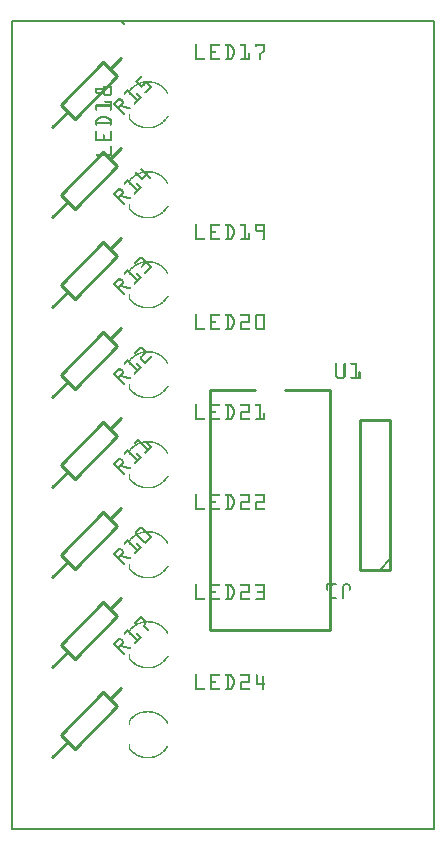
<source format=gto>
G04 MADE WITH FRITZING*
G04 WWW.FRITZING.ORG*
G04 SINGLE SIDED*
G04 HOLES NOT PLATED*
G04 CONTOUR ON CENTER OF CONTOUR VECTOR*
%ASAXBY*%
%FSLAX23Y23*%
%MOIN*%
%OFA0B0*%
%SFA1.0B1.0*%
%ADD10R,1.415250X2.699440X1.399250X2.683440*%
%ADD11C,0.008000*%
%ADD12C,0.010000*%
%ADD13C,0.005000*%
%ADD14R,0.001000X0.001000*%
%LNSILK1*%
G90*
G70*
G54D11*
X4Y2695D02*
X1411Y2695D01*
X1411Y4D01*
X4Y4D01*
X4Y2695D01*
D02*
G54D12*
X665Y1467D02*
X665Y667D01*
D02*
X665Y667D02*
X1065Y667D01*
D02*
X1065Y667D02*
X1065Y1467D01*
D02*
X665Y1467D02*
X815Y1467D01*
D02*
X915Y1467D02*
X1065Y1467D01*
D02*
X1265Y867D02*
X1265Y1367D01*
D02*
X1265Y1367D02*
X1165Y1367D01*
D02*
X1165Y1367D02*
X1165Y867D01*
D02*
X1165Y867D02*
X1265Y867D01*
G54D13*
D02*
X1265Y902D02*
X1230Y867D01*
G54D12*
D02*
X139Y2343D02*
X190Y2394D01*
D02*
X331Y2535D02*
X369Y2573D01*
D02*
X167Y2417D02*
X308Y2558D01*
D02*
X308Y2558D02*
X355Y2512D01*
D02*
X355Y2512D02*
X213Y2370D01*
D02*
X213Y2370D02*
X167Y2417D01*
D02*
X139Y2043D02*
X190Y2094D01*
D02*
X331Y2235D02*
X369Y2273D01*
D02*
X167Y2117D02*
X308Y2258D01*
D02*
X308Y2258D02*
X355Y2212D01*
D02*
X355Y2212D02*
X213Y2070D01*
D02*
X213Y2070D02*
X167Y2117D01*
D02*
X139Y1743D02*
X190Y1794D01*
D02*
X331Y1935D02*
X369Y1973D01*
D02*
X167Y1817D02*
X308Y1958D01*
D02*
X308Y1958D02*
X355Y1912D01*
D02*
X355Y1912D02*
X213Y1770D01*
D02*
X213Y1770D02*
X167Y1817D01*
D02*
X139Y1443D02*
X190Y1494D01*
D02*
X331Y1635D02*
X369Y1673D01*
D02*
X167Y1517D02*
X308Y1658D01*
D02*
X308Y1658D02*
X355Y1612D01*
D02*
X355Y1612D02*
X213Y1470D01*
D02*
X213Y1470D02*
X167Y1517D01*
D02*
X139Y1143D02*
X190Y1194D01*
D02*
X331Y1335D02*
X369Y1373D01*
D02*
X167Y1217D02*
X308Y1358D01*
D02*
X308Y1358D02*
X355Y1312D01*
D02*
X355Y1312D02*
X213Y1170D01*
D02*
X213Y1170D02*
X167Y1217D01*
D02*
X139Y843D02*
X190Y894D01*
D02*
X331Y1035D02*
X369Y1073D01*
D02*
X167Y917D02*
X308Y1058D01*
D02*
X308Y1058D02*
X355Y1012D01*
D02*
X355Y1012D02*
X213Y870D01*
D02*
X213Y870D02*
X167Y917D01*
D02*
X139Y543D02*
X190Y594D01*
D02*
X331Y735D02*
X369Y773D01*
D02*
X167Y617D02*
X308Y758D01*
D02*
X308Y758D02*
X355Y712D01*
D02*
X355Y712D02*
X213Y570D01*
D02*
X213Y570D02*
X167Y617D01*
D02*
X139Y243D02*
X190Y294D01*
D02*
X331Y435D02*
X369Y473D01*
D02*
X167Y317D02*
X308Y458D01*
D02*
X308Y458D02*
X355Y412D01*
D02*
X355Y412D02*
X213Y270D01*
D02*
X213Y270D02*
X167Y317D01*
G54D14*
X360Y2699D02*
X369Y2699D01*
X361Y2698D02*
X370Y2698D01*
X362Y2697D02*
X371Y2697D01*
X363Y2696D02*
X372Y2696D01*
X364Y2695D02*
X373Y2695D01*
X365Y2694D02*
X374Y2694D01*
X366Y2693D02*
X375Y2693D01*
X367Y2692D02*
X376Y2692D01*
X368Y2691D02*
X377Y2691D01*
X369Y2690D02*
X378Y2690D01*
X370Y2689D02*
X379Y2689D01*
X371Y2688D02*
X380Y2688D01*
X372Y2687D02*
X380Y2687D01*
X373Y2686D02*
X381Y2686D01*
X374Y2685D02*
X381Y2685D01*
X375Y2684D02*
X381Y2684D01*
X376Y2683D02*
X381Y2683D01*
X377Y2682D02*
X380Y2682D01*
X617Y2618D02*
X619Y2618D01*
X665Y2618D02*
X696Y2618D01*
X717Y2618D02*
X733Y2618D01*
X767Y2618D02*
X785Y2618D01*
X817Y2618D02*
X849Y2618D01*
X616Y2617D02*
X620Y2617D01*
X665Y2617D02*
X698Y2617D01*
X716Y2617D02*
X735Y2617D01*
X766Y2617D02*
X785Y2617D01*
X816Y2617D02*
X849Y2617D01*
X615Y2616D02*
X621Y2616D01*
X665Y2616D02*
X698Y2616D01*
X715Y2616D02*
X737Y2616D01*
X765Y2616D02*
X785Y2616D01*
X815Y2616D02*
X849Y2616D01*
X615Y2615D02*
X621Y2615D01*
X665Y2615D02*
X699Y2615D01*
X715Y2615D02*
X738Y2615D01*
X765Y2615D02*
X785Y2615D01*
X815Y2615D02*
X849Y2615D01*
X615Y2614D02*
X621Y2614D01*
X665Y2614D02*
X699Y2614D01*
X715Y2614D02*
X739Y2614D01*
X765Y2614D02*
X785Y2614D01*
X815Y2614D02*
X849Y2614D01*
X615Y2613D02*
X621Y2613D01*
X665Y2613D02*
X698Y2613D01*
X716Y2613D02*
X739Y2613D01*
X766Y2613D02*
X785Y2613D01*
X815Y2613D02*
X849Y2613D01*
X615Y2612D02*
X621Y2612D01*
X665Y2612D02*
X697Y2612D01*
X717Y2612D02*
X740Y2612D01*
X767Y2612D02*
X785Y2612D01*
X815Y2612D02*
X849Y2612D01*
X615Y2611D02*
X621Y2611D01*
X665Y2611D02*
X671Y2611D01*
X722Y2611D02*
X728Y2611D01*
X733Y2611D02*
X741Y2611D01*
X779Y2611D02*
X785Y2611D01*
X815Y2611D02*
X821Y2611D01*
X842Y2611D02*
X849Y2611D01*
X615Y2610D02*
X621Y2610D01*
X665Y2610D02*
X671Y2610D01*
X722Y2610D02*
X728Y2610D01*
X734Y2610D02*
X741Y2610D01*
X779Y2610D02*
X785Y2610D01*
X816Y2610D02*
X821Y2610D01*
X843Y2610D02*
X849Y2610D01*
X615Y2609D02*
X621Y2609D01*
X665Y2609D02*
X671Y2609D01*
X722Y2609D02*
X728Y2609D01*
X735Y2609D02*
X742Y2609D01*
X779Y2609D02*
X785Y2609D01*
X817Y2609D02*
X820Y2609D01*
X843Y2609D02*
X849Y2609D01*
X615Y2608D02*
X621Y2608D01*
X665Y2608D02*
X671Y2608D01*
X722Y2608D02*
X728Y2608D01*
X735Y2608D02*
X742Y2608D01*
X779Y2608D02*
X785Y2608D01*
X843Y2608D02*
X849Y2608D01*
X615Y2607D02*
X621Y2607D01*
X665Y2607D02*
X671Y2607D01*
X722Y2607D02*
X728Y2607D01*
X736Y2607D02*
X743Y2607D01*
X779Y2607D02*
X785Y2607D01*
X843Y2607D02*
X849Y2607D01*
X615Y2606D02*
X621Y2606D01*
X665Y2606D02*
X671Y2606D01*
X722Y2606D02*
X728Y2606D01*
X736Y2606D02*
X743Y2606D01*
X779Y2606D02*
X785Y2606D01*
X843Y2606D02*
X849Y2606D01*
X615Y2605D02*
X621Y2605D01*
X665Y2605D02*
X671Y2605D01*
X722Y2605D02*
X728Y2605D01*
X737Y2605D02*
X744Y2605D01*
X779Y2605D02*
X785Y2605D01*
X843Y2605D02*
X849Y2605D01*
X615Y2604D02*
X621Y2604D01*
X665Y2604D02*
X671Y2604D01*
X722Y2604D02*
X728Y2604D01*
X737Y2604D02*
X744Y2604D01*
X779Y2604D02*
X785Y2604D01*
X843Y2604D02*
X849Y2604D01*
X615Y2603D02*
X621Y2603D01*
X665Y2603D02*
X671Y2603D01*
X722Y2603D02*
X728Y2603D01*
X738Y2603D02*
X745Y2603D01*
X779Y2603D02*
X785Y2603D01*
X843Y2603D02*
X849Y2603D01*
X615Y2602D02*
X621Y2602D01*
X665Y2602D02*
X671Y2602D01*
X722Y2602D02*
X728Y2602D01*
X738Y2602D02*
X745Y2602D01*
X779Y2602D02*
X785Y2602D01*
X843Y2602D02*
X849Y2602D01*
X615Y2601D02*
X621Y2601D01*
X665Y2601D02*
X671Y2601D01*
X722Y2601D02*
X728Y2601D01*
X739Y2601D02*
X746Y2601D01*
X779Y2601D02*
X785Y2601D01*
X843Y2601D02*
X849Y2601D01*
X615Y2600D02*
X621Y2600D01*
X665Y2600D02*
X671Y2600D01*
X722Y2600D02*
X728Y2600D01*
X739Y2600D02*
X746Y2600D01*
X779Y2600D02*
X785Y2600D01*
X843Y2600D02*
X849Y2600D01*
X615Y2599D02*
X621Y2599D01*
X665Y2599D02*
X671Y2599D01*
X722Y2599D02*
X728Y2599D01*
X740Y2599D02*
X747Y2599D01*
X779Y2599D02*
X785Y2599D01*
X843Y2599D02*
X849Y2599D01*
X615Y2598D02*
X621Y2598D01*
X665Y2598D02*
X671Y2598D01*
X722Y2598D02*
X728Y2598D01*
X740Y2598D02*
X747Y2598D01*
X779Y2598D02*
X785Y2598D01*
X842Y2598D02*
X849Y2598D01*
X615Y2597D02*
X621Y2597D01*
X665Y2597D02*
X671Y2597D01*
X722Y2597D02*
X728Y2597D01*
X741Y2597D02*
X747Y2597D01*
X779Y2597D02*
X785Y2597D01*
X841Y2597D02*
X849Y2597D01*
X615Y2596D02*
X621Y2596D01*
X665Y2596D02*
X671Y2596D01*
X722Y2596D02*
X728Y2596D01*
X741Y2596D02*
X748Y2596D01*
X779Y2596D02*
X785Y2596D01*
X839Y2596D02*
X848Y2596D01*
X615Y2595D02*
X621Y2595D01*
X665Y2595D02*
X671Y2595D01*
X722Y2595D02*
X728Y2595D01*
X742Y2595D02*
X748Y2595D01*
X779Y2595D02*
X785Y2595D01*
X838Y2595D02*
X848Y2595D01*
X615Y2594D02*
X621Y2594D01*
X665Y2594D02*
X683Y2594D01*
X722Y2594D02*
X728Y2594D01*
X742Y2594D02*
X748Y2594D01*
X779Y2594D02*
X785Y2594D01*
X837Y2594D02*
X847Y2594D01*
X615Y2593D02*
X621Y2593D01*
X665Y2593D02*
X684Y2593D01*
X722Y2593D02*
X728Y2593D01*
X742Y2593D02*
X749Y2593D01*
X779Y2593D02*
X785Y2593D01*
X836Y2593D02*
X846Y2593D01*
X615Y2592D02*
X621Y2592D01*
X665Y2592D02*
X685Y2592D01*
X722Y2592D02*
X728Y2592D01*
X743Y2592D02*
X749Y2592D01*
X779Y2592D02*
X785Y2592D01*
X835Y2592D02*
X845Y2592D01*
X615Y2591D02*
X621Y2591D01*
X665Y2591D02*
X685Y2591D01*
X722Y2591D02*
X728Y2591D01*
X743Y2591D02*
X749Y2591D01*
X779Y2591D02*
X785Y2591D01*
X834Y2591D02*
X843Y2591D01*
X615Y2590D02*
X621Y2590D01*
X665Y2590D02*
X685Y2590D01*
X722Y2590D02*
X728Y2590D01*
X743Y2590D02*
X749Y2590D01*
X779Y2590D02*
X785Y2590D01*
X832Y2590D02*
X842Y2590D01*
X615Y2589D02*
X621Y2589D01*
X665Y2589D02*
X684Y2589D01*
X722Y2589D02*
X728Y2589D01*
X742Y2589D02*
X749Y2589D01*
X779Y2589D02*
X785Y2589D01*
X831Y2589D02*
X841Y2589D01*
X615Y2588D02*
X621Y2588D01*
X665Y2588D02*
X683Y2588D01*
X722Y2588D02*
X728Y2588D01*
X742Y2588D02*
X748Y2588D01*
X779Y2588D02*
X785Y2588D01*
X794Y2588D02*
X797Y2588D01*
X830Y2588D02*
X840Y2588D01*
X615Y2587D02*
X621Y2587D01*
X665Y2587D02*
X671Y2587D01*
X722Y2587D02*
X728Y2587D01*
X742Y2587D02*
X748Y2587D01*
X779Y2587D02*
X785Y2587D01*
X793Y2587D02*
X798Y2587D01*
X829Y2587D02*
X839Y2587D01*
X615Y2586D02*
X621Y2586D01*
X665Y2586D02*
X671Y2586D01*
X722Y2586D02*
X728Y2586D01*
X741Y2586D02*
X748Y2586D01*
X779Y2586D02*
X785Y2586D01*
X793Y2586D02*
X799Y2586D01*
X829Y2586D02*
X838Y2586D01*
X615Y2585D02*
X621Y2585D01*
X665Y2585D02*
X671Y2585D01*
X722Y2585D02*
X728Y2585D01*
X741Y2585D02*
X747Y2585D01*
X779Y2585D02*
X785Y2585D01*
X793Y2585D02*
X799Y2585D01*
X829Y2585D02*
X836Y2585D01*
X615Y2584D02*
X621Y2584D01*
X665Y2584D02*
X671Y2584D01*
X722Y2584D02*
X728Y2584D01*
X740Y2584D02*
X747Y2584D01*
X779Y2584D02*
X785Y2584D01*
X793Y2584D02*
X799Y2584D01*
X829Y2584D02*
X835Y2584D01*
X615Y2583D02*
X621Y2583D01*
X665Y2583D02*
X671Y2583D01*
X722Y2583D02*
X728Y2583D01*
X740Y2583D02*
X746Y2583D01*
X779Y2583D02*
X785Y2583D01*
X793Y2583D02*
X799Y2583D01*
X829Y2583D02*
X835Y2583D01*
X615Y2582D02*
X621Y2582D01*
X665Y2582D02*
X671Y2582D01*
X722Y2582D02*
X728Y2582D01*
X739Y2582D02*
X746Y2582D01*
X779Y2582D02*
X785Y2582D01*
X793Y2582D02*
X799Y2582D01*
X829Y2582D02*
X835Y2582D01*
X615Y2581D02*
X621Y2581D01*
X665Y2581D02*
X671Y2581D01*
X722Y2581D02*
X728Y2581D01*
X739Y2581D02*
X745Y2581D01*
X779Y2581D02*
X785Y2581D01*
X793Y2581D02*
X799Y2581D01*
X829Y2581D02*
X835Y2581D01*
X615Y2580D02*
X621Y2580D01*
X665Y2580D02*
X671Y2580D01*
X722Y2580D02*
X728Y2580D01*
X738Y2580D02*
X745Y2580D01*
X779Y2580D02*
X785Y2580D01*
X793Y2580D02*
X799Y2580D01*
X829Y2580D02*
X835Y2580D01*
X615Y2579D02*
X621Y2579D01*
X665Y2579D02*
X671Y2579D01*
X722Y2579D02*
X728Y2579D01*
X738Y2579D02*
X744Y2579D01*
X779Y2579D02*
X785Y2579D01*
X793Y2579D02*
X799Y2579D01*
X829Y2579D02*
X835Y2579D01*
X615Y2578D02*
X621Y2578D01*
X665Y2578D02*
X671Y2578D01*
X722Y2578D02*
X728Y2578D01*
X737Y2578D02*
X744Y2578D01*
X779Y2578D02*
X785Y2578D01*
X793Y2578D02*
X799Y2578D01*
X829Y2578D02*
X835Y2578D01*
X615Y2577D02*
X621Y2577D01*
X665Y2577D02*
X671Y2577D01*
X722Y2577D02*
X728Y2577D01*
X737Y2577D02*
X743Y2577D01*
X779Y2577D02*
X785Y2577D01*
X793Y2577D02*
X799Y2577D01*
X829Y2577D02*
X835Y2577D01*
X615Y2576D02*
X621Y2576D01*
X665Y2576D02*
X671Y2576D01*
X722Y2576D02*
X728Y2576D01*
X736Y2576D02*
X743Y2576D01*
X779Y2576D02*
X785Y2576D01*
X793Y2576D02*
X799Y2576D01*
X829Y2576D02*
X835Y2576D01*
X615Y2575D02*
X621Y2575D01*
X665Y2575D02*
X671Y2575D01*
X722Y2575D02*
X728Y2575D01*
X736Y2575D02*
X742Y2575D01*
X779Y2575D02*
X785Y2575D01*
X793Y2575D02*
X799Y2575D01*
X829Y2575D02*
X835Y2575D01*
X615Y2574D02*
X621Y2574D01*
X665Y2574D02*
X671Y2574D01*
X722Y2574D02*
X728Y2574D01*
X735Y2574D02*
X742Y2574D01*
X779Y2574D02*
X785Y2574D01*
X793Y2574D02*
X799Y2574D01*
X829Y2574D02*
X835Y2574D01*
X615Y2573D02*
X621Y2573D01*
X665Y2573D02*
X671Y2573D01*
X722Y2573D02*
X728Y2573D01*
X734Y2573D02*
X741Y2573D01*
X779Y2573D02*
X785Y2573D01*
X793Y2573D02*
X799Y2573D01*
X829Y2573D02*
X835Y2573D01*
X615Y2572D02*
X621Y2572D01*
X665Y2572D02*
X671Y2572D01*
X722Y2572D02*
X728Y2572D01*
X734Y2572D02*
X741Y2572D01*
X779Y2572D02*
X785Y2572D01*
X793Y2572D02*
X799Y2572D01*
X829Y2572D02*
X835Y2572D01*
X615Y2571D02*
X646Y2571D01*
X665Y2571D02*
X696Y2571D01*
X718Y2571D02*
X740Y2571D01*
X768Y2571D02*
X799Y2571D01*
X829Y2571D02*
X835Y2571D01*
X615Y2570D02*
X648Y2570D01*
X665Y2570D02*
X698Y2570D01*
X716Y2570D02*
X740Y2570D01*
X766Y2570D02*
X799Y2570D01*
X829Y2570D02*
X835Y2570D01*
X615Y2569D02*
X648Y2569D01*
X665Y2569D02*
X698Y2569D01*
X715Y2569D02*
X739Y2569D01*
X765Y2569D02*
X799Y2569D01*
X829Y2569D02*
X835Y2569D01*
X615Y2568D02*
X649Y2568D01*
X665Y2568D02*
X699Y2568D01*
X715Y2568D02*
X739Y2568D01*
X765Y2568D02*
X799Y2568D01*
X829Y2568D02*
X835Y2568D01*
X615Y2567D02*
X649Y2567D01*
X665Y2567D02*
X699Y2567D01*
X715Y2567D02*
X738Y2567D01*
X765Y2567D02*
X799Y2567D01*
X829Y2567D02*
X835Y2567D01*
X615Y2566D02*
X648Y2566D01*
X665Y2566D02*
X698Y2566D01*
X716Y2566D02*
X737Y2566D01*
X766Y2566D02*
X798Y2566D01*
X829Y2566D02*
X834Y2566D01*
X615Y2565D02*
X647Y2565D01*
X665Y2565D02*
X697Y2565D01*
X716Y2565D02*
X735Y2565D01*
X766Y2565D02*
X797Y2565D01*
X830Y2565D02*
X834Y2565D01*
X433Y2511D02*
X437Y2511D01*
X432Y2510D02*
X438Y2510D01*
X431Y2509D02*
X438Y2509D01*
X430Y2508D02*
X438Y2508D01*
X429Y2507D02*
X438Y2507D01*
X428Y2506D02*
X437Y2506D01*
X427Y2505D02*
X436Y2505D01*
X426Y2504D02*
X435Y2504D01*
X425Y2503D02*
X434Y2503D01*
X424Y2502D02*
X433Y2502D01*
X423Y2501D02*
X432Y2501D01*
X422Y2500D02*
X431Y2500D01*
X421Y2499D02*
X430Y2499D01*
X420Y2498D02*
X429Y2498D01*
X419Y2497D02*
X428Y2497D01*
X418Y2496D02*
X427Y2496D01*
X417Y2495D02*
X426Y2495D01*
X449Y2495D02*
X466Y2495D01*
X416Y2494D02*
X425Y2494D01*
X443Y2494D02*
X472Y2494D01*
X417Y2493D02*
X426Y2493D01*
X438Y2493D02*
X477Y2493D01*
X418Y2492D02*
X427Y2492D01*
X435Y2492D02*
X480Y2492D01*
X419Y2491D02*
X428Y2491D01*
X431Y2491D02*
X484Y2491D01*
X420Y2490D02*
X458Y2490D01*
X468Y2490D02*
X486Y2490D01*
X421Y2489D02*
X441Y2489D01*
X445Y2489D02*
X459Y2489D01*
X473Y2489D02*
X489Y2489D01*
X422Y2488D02*
X437Y2488D01*
X444Y2488D02*
X460Y2488D01*
X478Y2488D02*
X491Y2488D01*
X422Y2487D02*
X433Y2487D01*
X443Y2487D02*
X461Y2487D01*
X481Y2487D02*
X493Y2487D01*
X420Y2486D02*
X433Y2486D01*
X442Y2486D02*
X451Y2486D01*
X453Y2486D02*
X462Y2486D01*
X484Y2486D02*
X495Y2486D01*
X418Y2485D02*
X434Y2485D01*
X441Y2485D02*
X450Y2485D01*
X454Y2485D02*
X463Y2485D01*
X486Y2485D02*
X497Y2485D01*
X417Y2484D02*
X435Y2484D01*
X440Y2484D02*
X449Y2484D01*
X455Y2484D02*
X464Y2484D01*
X488Y2484D02*
X498Y2484D01*
X415Y2483D02*
X424Y2483D01*
X427Y2483D02*
X436Y2483D01*
X439Y2483D02*
X448Y2483D01*
X456Y2483D02*
X465Y2483D01*
X491Y2483D02*
X500Y2483D01*
X413Y2482D02*
X422Y2482D01*
X428Y2482D02*
X447Y2482D01*
X457Y2482D02*
X466Y2482D01*
X492Y2482D02*
X501Y2482D01*
X412Y2481D02*
X420Y2481D01*
X429Y2481D02*
X446Y2481D01*
X458Y2481D02*
X467Y2481D01*
X494Y2481D02*
X503Y2481D01*
X311Y2480D02*
X333Y2480D01*
X411Y2480D02*
X418Y2480D01*
X430Y2480D02*
X445Y2480D01*
X459Y2480D02*
X468Y2480D01*
X496Y2480D02*
X504Y2480D01*
X309Y2479D02*
X334Y2479D01*
X409Y2479D02*
X417Y2479D01*
X431Y2479D02*
X444Y2479D01*
X460Y2479D02*
X469Y2479D01*
X498Y2479D02*
X506Y2479D01*
X308Y2478D02*
X335Y2478D01*
X408Y2478D02*
X415Y2478D01*
X432Y2478D02*
X443Y2478D01*
X461Y2478D02*
X469Y2478D01*
X499Y2478D02*
X507Y2478D01*
X308Y2477D02*
X336Y2477D01*
X407Y2477D02*
X414Y2477D01*
X433Y2477D02*
X442Y2477D01*
X462Y2477D02*
X470Y2477D01*
X501Y2477D02*
X508Y2477D01*
X307Y2476D02*
X336Y2476D01*
X406Y2476D02*
X413Y2476D01*
X434Y2476D02*
X441Y2476D01*
X463Y2476D02*
X470Y2476D01*
X502Y2476D02*
X509Y2476D01*
X307Y2475D02*
X336Y2475D01*
X404Y2475D02*
X411Y2475D01*
X435Y2475D02*
X440Y2475D01*
X464Y2475D02*
X470Y2475D01*
X503Y2475D02*
X510Y2475D01*
X307Y2474D02*
X337Y2474D01*
X403Y2474D02*
X410Y2474D01*
X436Y2474D02*
X439Y2474D01*
X463Y2474D02*
X470Y2474D01*
X505Y2474D02*
X511Y2474D01*
X285Y2473D02*
X313Y2473D01*
X331Y2473D02*
X337Y2473D01*
X402Y2473D02*
X409Y2473D01*
X437Y2473D02*
X438Y2473D01*
X462Y2473D02*
X470Y2473D01*
X506Y2473D02*
X512Y2473D01*
X284Y2472D02*
X313Y2472D01*
X331Y2472D02*
X337Y2472D01*
X401Y2472D02*
X408Y2472D01*
X461Y2472D02*
X469Y2472D01*
X507Y2472D02*
X513Y2472D01*
X283Y2471D02*
X313Y2471D01*
X331Y2471D02*
X337Y2471D01*
X400Y2471D02*
X407Y2471D01*
X460Y2471D02*
X469Y2471D01*
X508Y2471D02*
X514Y2471D01*
X283Y2470D02*
X313Y2470D01*
X331Y2470D02*
X337Y2470D01*
X399Y2470D02*
X406Y2470D01*
X459Y2470D02*
X468Y2470D01*
X509Y2470D02*
X515Y2470D01*
X283Y2469D02*
X313Y2469D01*
X331Y2469D02*
X337Y2469D01*
X399Y2469D02*
X405Y2469D01*
X458Y2469D02*
X467Y2469D01*
X510Y2469D02*
X516Y2469D01*
X283Y2468D02*
X313Y2468D01*
X331Y2468D02*
X337Y2468D01*
X398Y2468D02*
X404Y2468D01*
X457Y2468D02*
X466Y2468D01*
X511Y2468D02*
X517Y2468D01*
X283Y2467D02*
X313Y2467D01*
X331Y2467D02*
X337Y2467D01*
X389Y2467D02*
X391Y2467D01*
X397Y2467D02*
X403Y2467D01*
X456Y2467D02*
X465Y2467D01*
X512Y2467D02*
X518Y2467D01*
X283Y2466D02*
X289Y2466D01*
X307Y2466D02*
X313Y2466D01*
X331Y2466D02*
X337Y2466D01*
X388Y2466D02*
X392Y2466D01*
X396Y2466D02*
X402Y2466D01*
X455Y2466D02*
X464Y2466D01*
X513Y2466D02*
X519Y2466D01*
X283Y2465D02*
X289Y2465D01*
X307Y2465D02*
X313Y2465D01*
X331Y2465D02*
X337Y2465D01*
X387Y2465D02*
X393Y2465D01*
X395Y2465D02*
X401Y2465D01*
X454Y2465D02*
X463Y2465D01*
X514Y2465D02*
X519Y2465D01*
X283Y2464D02*
X289Y2464D01*
X307Y2464D02*
X313Y2464D01*
X331Y2464D02*
X337Y2464D01*
X386Y2464D02*
X400Y2464D01*
X453Y2464D02*
X462Y2464D01*
X515Y2464D02*
X520Y2464D01*
X283Y2463D02*
X289Y2463D01*
X307Y2463D02*
X313Y2463D01*
X331Y2463D02*
X337Y2463D01*
X385Y2463D02*
X399Y2463D01*
X451Y2463D02*
X461Y2463D01*
X516Y2463D02*
X521Y2463D01*
X283Y2462D02*
X289Y2462D01*
X307Y2462D02*
X313Y2462D01*
X331Y2462D02*
X337Y2462D01*
X384Y2462D02*
X398Y2462D01*
X449Y2462D02*
X460Y2462D01*
X516Y2462D02*
X522Y2462D01*
X283Y2461D02*
X289Y2461D01*
X307Y2461D02*
X313Y2461D01*
X331Y2461D02*
X337Y2461D01*
X383Y2461D02*
X398Y2461D01*
X447Y2461D02*
X459Y2461D01*
X517Y2461D02*
X522Y2461D01*
X283Y2460D02*
X313Y2460D01*
X331Y2460D02*
X337Y2460D01*
X382Y2460D02*
X398Y2460D01*
X445Y2460D02*
X458Y2460D01*
X518Y2460D02*
X523Y2460D01*
X283Y2459D02*
X313Y2459D01*
X331Y2459D02*
X337Y2459D01*
X381Y2459D02*
X399Y2459D01*
X444Y2459D02*
X457Y2459D01*
X519Y2459D02*
X524Y2459D01*
X283Y2458D02*
X313Y2458D01*
X331Y2458D02*
X337Y2458D01*
X380Y2458D02*
X389Y2458D01*
X391Y2458D02*
X400Y2458D01*
X444Y2458D02*
X456Y2458D01*
X519Y2458D02*
X524Y2458D01*
X283Y2457D02*
X313Y2457D01*
X331Y2457D02*
X337Y2457D01*
X379Y2457D02*
X388Y2457D01*
X392Y2457D02*
X401Y2457D01*
X444Y2457D02*
X454Y2457D01*
X520Y2457D02*
X525Y2457D01*
X283Y2456D02*
X313Y2456D01*
X331Y2456D02*
X337Y2456D01*
X378Y2456D02*
X387Y2456D01*
X393Y2456D02*
X402Y2456D01*
X444Y2456D02*
X452Y2456D01*
X521Y2456D02*
X525Y2456D01*
X284Y2455D02*
X313Y2455D01*
X331Y2455D02*
X337Y2455D01*
X378Y2455D02*
X386Y2455D01*
X394Y2455D02*
X403Y2455D01*
X419Y2455D02*
X422Y2455D01*
X445Y2455D02*
X450Y2455D01*
X521Y2455D02*
X525Y2455D01*
X285Y2454D02*
X313Y2454D01*
X331Y2454D02*
X337Y2454D01*
X377Y2454D02*
X385Y2454D01*
X394Y2454D02*
X404Y2454D01*
X418Y2454D02*
X423Y2454D01*
X522Y2454D02*
X524Y2454D01*
X307Y2453D02*
X337Y2453D01*
X377Y2453D02*
X384Y2453D01*
X394Y2453D02*
X405Y2453D01*
X418Y2453D02*
X424Y2453D01*
X307Y2452D02*
X336Y2452D01*
X378Y2452D02*
X383Y2452D01*
X394Y2452D02*
X406Y2452D01*
X418Y2452D02*
X425Y2452D01*
X307Y2451D02*
X336Y2451D01*
X378Y2451D02*
X382Y2451D01*
X394Y2451D02*
X407Y2451D01*
X418Y2451D02*
X426Y2451D01*
X308Y2450D02*
X336Y2450D01*
X394Y2450D02*
X408Y2450D01*
X418Y2450D02*
X427Y2450D01*
X308Y2449D02*
X335Y2449D01*
X394Y2449D02*
X398Y2449D01*
X400Y2449D02*
X409Y2449D01*
X419Y2449D02*
X428Y2449D01*
X309Y2448D02*
X334Y2448D01*
X395Y2448D02*
X397Y2448D01*
X401Y2448D02*
X410Y2448D01*
X420Y2448D02*
X429Y2448D01*
X311Y2447D02*
X333Y2447D01*
X402Y2447D02*
X411Y2447D01*
X421Y2447D02*
X430Y2447D01*
X403Y2446D02*
X412Y2446D01*
X422Y2446D02*
X431Y2446D01*
X404Y2445D02*
X413Y2445D01*
X423Y2445D02*
X432Y2445D01*
X405Y2444D02*
X414Y2444D01*
X424Y2444D02*
X433Y2444D01*
X406Y2443D02*
X415Y2443D01*
X425Y2443D02*
X434Y2443D01*
X407Y2442D02*
X416Y2442D01*
X426Y2442D02*
X435Y2442D01*
X408Y2441D02*
X417Y2441D01*
X427Y2441D02*
X436Y2441D01*
X409Y2440D02*
X418Y2440D01*
X428Y2440D02*
X436Y2440D01*
X410Y2439D02*
X419Y2439D01*
X428Y2439D02*
X436Y2439D01*
X363Y2438D02*
X366Y2438D01*
X411Y2438D02*
X420Y2438D01*
X427Y2438D02*
X436Y2438D01*
X360Y2437D02*
X369Y2437D01*
X412Y2437D02*
X421Y2437D01*
X426Y2437D02*
X435Y2437D01*
X359Y2436D02*
X370Y2436D01*
X413Y2436D02*
X422Y2436D01*
X425Y2436D02*
X434Y2436D01*
X357Y2435D02*
X372Y2435D01*
X414Y2435D02*
X433Y2435D01*
X356Y2434D02*
X373Y2434D01*
X415Y2434D02*
X432Y2434D01*
X355Y2433D02*
X374Y2433D01*
X416Y2433D02*
X431Y2433D01*
X354Y2432D02*
X374Y2432D01*
X417Y2432D02*
X430Y2432D01*
X353Y2431D02*
X363Y2431D01*
X366Y2431D02*
X375Y2431D01*
X418Y2431D02*
X429Y2431D01*
X314Y2430D02*
X335Y2430D01*
X352Y2430D02*
X361Y2430D01*
X368Y2430D02*
X376Y2430D01*
X419Y2430D02*
X428Y2430D01*
X313Y2429D02*
X336Y2429D01*
X351Y2429D02*
X360Y2429D01*
X369Y2429D02*
X376Y2429D01*
X418Y2429D02*
X427Y2429D01*
X313Y2428D02*
X336Y2428D01*
X350Y2428D02*
X359Y2428D01*
X370Y2428D02*
X377Y2428D01*
X417Y2428D02*
X426Y2428D01*
X313Y2427D02*
X337Y2427D01*
X349Y2427D02*
X358Y2427D01*
X370Y2427D02*
X377Y2427D01*
X416Y2427D02*
X425Y2427D01*
X313Y2426D02*
X337Y2426D01*
X348Y2426D02*
X357Y2426D01*
X371Y2426D02*
X377Y2426D01*
X415Y2426D02*
X424Y2426D01*
X314Y2425D02*
X337Y2425D01*
X347Y2425D02*
X356Y2425D01*
X371Y2425D02*
X377Y2425D01*
X414Y2425D02*
X423Y2425D01*
X316Y2424D02*
X337Y2424D01*
X346Y2424D02*
X355Y2424D01*
X371Y2424D02*
X377Y2424D01*
X413Y2424D02*
X422Y2424D01*
X331Y2423D02*
X337Y2423D01*
X345Y2423D02*
X354Y2423D01*
X370Y2423D02*
X377Y2423D01*
X412Y2423D02*
X421Y2423D01*
X331Y2422D02*
X337Y2422D01*
X344Y2422D02*
X353Y2422D01*
X369Y2422D02*
X377Y2422D01*
X411Y2422D02*
X420Y2422D01*
X331Y2421D02*
X337Y2421D01*
X343Y2421D02*
X352Y2421D01*
X368Y2421D02*
X376Y2421D01*
X411Y2421D02*
X419Y2421D01*
X331Y2420D02*
X337Y2420D01*
X342Y2420D02*
X351Y2420D01*
X367Y2420D02*
X376Y2420D01*
X411Y2420D02*
X418Y2420D01*
X331Y2419D02*
X337Y2419D01*
X341Y2419D02*
X350Y2419D01*
X366Y2419D02*
X375Y2419D01*
X411Y2419D02*
X417Y2419D01*
X331Y2418D02*
X337Y2418D01*
X341Y2418D02*
X350Y2418D01*
X365Y2418D02*
X374Y2418D01*
X411Y2418D02*
X416Y2418D01*
X284Y2417D02*
X337Y2417D01*
X342Y2417D02*
X351Y2417D01*
X364Y2417D02*
X373Y2417D01*
X413Y2417D02*
X415Y2417D01*
X283Y2416D02*
X337Y2416D01*
X343Y2416D02*
X352Y2416D01*
X363Y2416D02*
X372Y2416D01*
X283Y2415D02*
X337Y2415D01*
X344Y2415D02*
X353Y2415D01*
X362Y2415D02*
X372Y2415D01*
X283Y2414D02*
X337Y2414D01*
X345Y2414D02*
X354Y2414D01*
X361Y2414D02*
X374Y2414D01*
X283Y2413D02*
X337Y2413D01*
X346Y2413D02*
X355Y2413D01*
X360Y2413D02*
X378Y2413D01*
X283Y2412D02*
X337Y2412D01*
X347Y2412D02*
X356Y2412D01*
X359Y2412D02*
X382Y2412D01*
X283Y2411D02*
X337Y2411D01*
X348Y2411D02*
X386Y2411D01*
X283Y2410D02*
X290Y2410D01*
X330Y2410D02*
X337Y2410D01*
X349Y2410D02*
X390Y2410D01*
X283Y2409D02*
X289Y2409D01*
X331Y2409D02*
X337Y2409D01*
X350Y2409D02*
X393Y2409D01*
X283Y2408D02*
X289Y2408D01*
X331Y2408D02*
X337Y2408D01*
X351Y2408D02*
X364Y2408D01*
X370Y2408D02*
X397Y2408D01*
X283Y2407D02*
X289Y2407D01*
X331Y2407D02*
X337Y2407D01*
X352Y2407D02*
X363Y2407D01*
X374Y2407D02*
X399Y2407D01*
X283Y2406D02*
X289Y2406D01*
X331Y2406D02*
X337Y2406D01*
X353Y2406D02*
X362Y2406D01*
X378Y2406D02*
X400Y2406D01*
X283Y2405D02*
X289Y2405D01*
X331Y2405D02*
X337Y2405D01*
X354Y2405D02*
X363Y2405D01*
X382Y2405D02*
X401Y2405D01*
X283Y2404D02*
X289Y2404D01*
X331Y2404D02*
X337Y2404D01*
X355Y2404D02*
X364Y2404D01*
X386Y2404D02*
X401Y2404D01*
X283Y2403D02*
X289Y2403D01*
X331Y2403D02*
X337Y2403D01*
X356Y2403D02*
X365Y2403D01*
X389Y2403D02*
X400Y2403D01*
X283Y2402D02*
X289Y2402D01*
X331Y2402D02*
X337Y2402D01*
X357Y2402D02*
X366Y2402D01*
X393Y2402D02*
X400Y2402D01*
X283Y2401D02*
X289Y2401D01*
X331Y2401D02*
X337Y2401D01*
X358Y2401D02*
X367Y2401D01*
X397Y2401D02*
X398Y2401D01*
X283Y2400D02*
X289Y2400D01*
X331Y2400D02*
X337Y2400D01*
X359Y2400D02*
X368Y2400D01*
X284Y2399D02*
X289Y2399D01*
X331Y2399D02*
X336Y2399D01*
X360Y2399D02*
X369Y2399D01*
X284Y2398D02*
X289Y2398D01*
X331Y2398D02*
X336Y2398D01*
X361Y2398D02*
X370Y2398D01*
X285Y2397D02*
X288Y2397D01*
X332Y2397D02*
X335Y2397D01*
X362Y2397D02*
X371Y2397D01*
X363Y2396D02*
X372Y2396D01*
X364Y2395D02*
X373Y2395D01*
X365Y2394D02*
X374Y2394D01*
X366Y2393D02*
X375Y2393D01*
X367Y2392D02*
X376Y2392D01*
X368Y2391D02*
X377Y2391D01*
X369Y2390D02*
X378Y2390D01*
X370Y2389D02*
X379Y2389D01*
X371Y2388D02*
X380Y2388D01*
X372Y2387D02*
X380Y2387D01*
X373Y2386D02*
X381Y2386D01*
X374Y2385D02*
X381Y2385D01*
X395Y2385D02*
X397Y2385D01*
X375Y2384D02*
X381Y2384D01*
X394Y2384D02*
X398Y2384D01*
X376Y2383D02*
X381Y2383D01*
X394Y2383D02*
X398Y2383D01*
X377Y2382D02*
X380Y2382D01*
X394Y2382D02*
X398Y2382D01*
X394Y2381D02*
X398Y2381D01*
X306Y2380D02*
X314Y2380D01*
X394Y2380D02*
X398Y2380D01*
X523Y2380D02*
X525Y2380D01*
X303Y2379D02*
X317Y2379D01*
X394Y2379D02*
X398Y2379D01*
X522Y2379D02*
X526Y2379D01*
X301Y2378D02*
X319Y2378D01*
X394Y2378D02*
X398Y2378D01*
X521Y2378D02*
X526Y2378D01*
X299Y2377D02*
X321Y2377D01*
X394Y2377D02*
X398Y2377D01*
X521Y2377D02*
X526Y2377D01*
X297Y2376D02*
X323Y2376D01*
X394Y2376D02*
X398Y2376D01*
X520Y2376D02*
X525Y2376D01*
X295Y2375D02*
X325Y2375D01*
X394Y2375D02*
X398Y2375D01*
X519Y2375D02*
X524Y2375D01*
X293Y2374D02*
X327Y2374D01*
X394Y2374D02*
X398Y2374D01*
X519Y2374D02*
X524Y2374D01*
X291Y2373D02*
X306Y2373D01*
X314Y2373D02*
X329Y2373D01*
X394Y2373D02*
X398Y2373D01*
X518Y2373D02*
X523Y2373D01*
X289Y2372D02*
X304Y2372D01*
X316Y2372D02*
X331Y2372D01*
X394Y2372D02*
X398Y2372D01*
X517Y2372D02*
X523Y2372D01*
X288Y2371D02*
X302Y2371D01*
X318Y2371D02*
X333Y2371D01*
X394Y2371D02*
X398Y2371D01*
X517Y2371D02*
X522Y2371D01*
X286Y2370D02*
X300Y2370D01*
X320Y2370D02*
X334Y2370D01*
X394Y2370D02*
X399Y2370D01*
X516Y2370D02*
X521Y2370D01*
X286Y2369D02*
X298Y2369D01*
X322Y2369D02*
X334Y2369D01*
X394Y2369D02*
X400Y2369D01*
X515Y2369D02*
X520Y2369D01*
X285Y2368D02*
X296Y2368D01*
X324Y2368D02*
X335Y2368D01*
X395Y2368D02*
X401Y2368D01*
X514Y2368D02*
X520Y2368D01*
X284Y2367D02*
X294Y2367D01*
X326Y2367D02*
X336Y2367D01*
X396Y2367D02*
X401Y2367D01*
X513Y2367D02*
X519Y2367D01*
X284Y2366D02*
X292Y2366D01*
X328Y2366D02*
X336Y2366D01*
X397Y2366D02*
X402Y2366D01*
X512Y2366D02*
X518Y2366D01*
X284Y2365D02*
X290Y2365D01*
X330Y2365D02*
X336Y2365D01*
X397Y2365D02*
X403Y2365D01*
X511Y2365D02*
X517Y2365D01*
X283Y2364D02*
X290Y2364D01*
X330Y2364D02*
X336Y2364D01*
X398Y2364D02*
X404Y2364D01*
X510Y2364D02*
X516Y2364D01*
X283Y2363D02*
X289Y2363D01*
X330Y2363D02*
X336Y2363D01*
X399Y2363D02*
X405Y2363D01*
X509Y2363D02*
X515Y2363D01*
X283Y2362D02*
X289Y2362D01*
X331Y2362D02*
X337Y2362D01*
X400Y2362D02*
X406Y2362D01*
X508Y2362D02*
X515Y2362D01*
X283Y2361D02*
X289Y2361D01*
X331Y2361D02*
X337Y2361D01*
X401Y2361D02*
X407Y2361D01*
X507Y2361D02*
X514Y2361D01*
X283Y2360D02*
X337Y2360D01*
X402Y2360D02*
X409Y2360D01*
X506Y2360D02*
X512Y2360D01*
X283Y2359D02*
X337Y2359D01*
X403Y2359D02*
X410Y2359D01*
X505Y2359D02*
X511Y2359D01*
X283Y2358D02*
X337Y2358D01*
X404Y2358D02*
X411Y2358D01*
X504Y2358D02*
X510Y2358D01*
X283Y2357D02*
X337Y2357D01*
X405Y2357D02*
X412Y2357D01*
X502Y2357D02*
X509Y2357D01*
X283Y2356D02*
X337Y2356D01*
X406Y2356D02*
X414Y2356D01*
X501Y2356D02*
X508Y2356D01*
X283Y2355D02*
X337Y2355D01*
X408Y2355D02*
X415Y2355D01*
X500Y2355D02*
X507Y2355D01*
X283Y2354D02*
X337Y2354D01*
X409Y2354D02*
X417Y2354D01*
X498Y2354D02*
X506Y2354D01*
X283Y2353D02*
X290Y2353D01*
X330Y2353D02*
X337Y2353D01*
X410Y2353D02*
X418Y2353D01*
X497Y2353D02*
X504Y2353D01*
X283Y2352D02*
X289Y2352D01*
X331Y2352D02*
X337Y2352D01*
X412Y2352D02*
X420Y2352D01*
X495Y2352D02*
X503Y2352D01*
X283Y2351D02*
X289Y2351D01*
X331Y2351D02*
X337Y2351D01*
X413Y2351D02*
X422Y2351D01*
X493Y2351D02*
X502Y2351D01*
X283Y2350D02*
X289Y2350D01*
X331Y2350D02*
X337Y2350D01*
X415Y2350D02*
X424Y2350D01*
X491Y2350D02*
X500Y2350D01*
X284Y2349D02*
X289Y2349D01*
X331Y2349D02*
X336Y2349D01*
X416Y2349D02*
X426Y2349D01*
X489Y2349D02*
X498Y2349D01*
X284Y2348D02*
X289Y2348D01*
X331Y2348D02*
X336Y2348D01*
X418Y2348D02*
X428Y2348D01*
X487Y2348D02*
X497Y2348D01*
X285Y2347D02*
X288Y2347D01*
X332Y2347D02*
X335Y2347D01*
X420Y2347D02*
X430Y2347D01*
X484Y2347D02*
X495Y2347D01*
X421Y2346D02*
X433Y2346D01*
X482Y2346D02*
X493Y2346D01*
X423Y2345D02*
X436Y2345D01*
X478Y2345D02*
X491Y2345D01*
X426Y2344D02*
X440Y2344D01*
X475Y2344D02*
X489Y2344D01*
X428Y2343D02*
X445Y2343D01*
X470Y2343D02*
X486Y2343D01*
X430Y2342D02*
X484Y2342D01*
X434Y2341D02*
X481Y2341D01*
X437Y2340D02*
X477Y2340D01*
X441Y2339D02*
X473Y2339D01*
X446Y2338D02*
X468Y2338D01*
X285Y2330D02*
X288Y2330D01*
X332Y2330D02*
X335Y2330D01*
X284Y2329D02*
X289Y2329D01*
X331Y2329D02*
X336Y2329D01*
X283Y2328D02*
X289Y2328D01*
X331Y2328D02*
X336Y2328D01*
X283Y2327D02*
X289Y2327D01*
X331Y2327D02*
X337Y2327D01*
X283Y2326D02*
X289Y2326D01*
X331Y2326D02*
X337Y2326D01*
X283Y2325D02*
X289Y2325D01*
X331Y2325D02*
X337Y2325D01*
X283Y2324D02*
X289Y2324D01*
X331Y2324D02*
X337Y2324D01*
X283Y2323D02*
X289Y2323D01*
X331Y2323D02*
X337Y2323D01*
X283Y2322D02*
X289Y2322D01*
X331Y2322D02*
X337Y2322D01*
X283Y2321D02*
X289Y2321D01*
X331Y2321D02*
X337Y2321D01*
X283Y2320D02*
X289Y2320D01*
X331Y2320D02*
X337Y2320D01*
X283Y2319D02*
X289Y2319D01*
X331Y2319D02*
X337Y2319D01*
X283Y2318D02*
X289Y2318D01*
X331Y2318D02*
X337Y2318D01*
X283Y2317D02*
X289Y2317D01*
X310Y2317D02*
X310Y2317D01*
X331Y2317D02*
X337Y2317D01*
X283Y2316D02*
X289Y2316D01*
X308Y2316D02*
X312Y2316D01*
X331Y2316D02*
X337Y2316D01*
X283Y2315D02*
X289Y2315D01*
X307Y2315D02*
X313Y2315D01*
X331Y2315D02*
X337Y2315D01*
X283Y2314D02*
X289Y2314D01*
X307Y2314D02*
X313Y2314D01*
X331Y2314D02*
X337Y2314D01*
X283Y2313D02*
X289Y2313D01*
X307Y2313D02*
X313Y2313D01*
X331Y2313D02*
X337Y2313D01*
X283Y2312D02*
X289Y2312D01*
X307Y2312D02*
X313Y2312D01*
X331Y2312D02*
X337Y2312D01*
X283Y2311D02*
X289Y2311D01*
X307Y2311D02*
X313Y2311D01*
X331Y2311D02*
X337Y2311D01*
X283Y2310D02*
X289Y2310D01*
X307Y2310D02*
X313Y2310D01*
X331Y2310D02*
X337Y2310D01*
X283Y2309D02*
X289Y2309D01*
X307Y2309D02*
X313Y2309D01*
X331Y2309D02*
X337Y2309D01*
X283Y2308D02*
X289Y2308D01*
X307Y2308D02*
X313Y2308D01*
X331Y2308D02*
X337Y2308D01*
X283Y2307D02*
X289Y2307D01*
X307Y2307D02*
X313Y2307D01*
X331Y2307D02*
X337Y2307D01*
X283Y2306D02*
X289Y2306D01*
X307Y2306D02*
X313Y2306D01*
X331Y2306D02*
X337Y2306D01*
X283Y2305D02*
X289Y2305D01*
X307Y2305D02*
X313Y2305D01*
X331Y2305D02*
X337Y2305D01*
X283Y2304D02*
X289Y2304D01*
X307Y2304D02*
X313Y2304D01*
X331Y2304D02*
X337Y2304D01*
X283Y2303D02*
X337Y2303D01*
X283Y2302D02*
X337Y2302D01*
X283Y2301D02*
X337Y2301D01*
X283Y2300D02*
X337Y2300D01*
X283Y2299D02*
X337Y2299D01*
X283Y2298D02*
X337Y2298D01*
X283Y2297D02*
X337Y2297D01*
X332Y2280D02*
X335Y2280D01*
X331Y2279D02*
X336Y2279D01*
X331Y2278D02*
X336Y2278D01*
X331Y2277D02*
X337Y2277D01*
X331Y2276D02*
X337Y2276D01*
X331Y2275D02*
X337Y2275D01*
X331Y2274D02*
X337Y2274D01*
X331Y2273D02*
X337Y2273D01*
X331Y2272D02*
X337Y2272D01*
X331Y2271D02*
X337Y2271D01*
X331Y2270D02*
X337Y2270D01*
X331Y2269D02*
X337Y2269D01*
X331Y2268D02*
X337Y2268D01*
X331Y2267D02*
X337Y2267D01*
X331Y2266D02*
X337Y2266D01*
X331Y2265D02*
X337Y2265D01*
X331Y2264D02*
X337Y2264D01*
X331Y2263D02*
X337Y2263D01*
X331Y2262D02*
X337Y2262D01*
X331Y2261D02*
X337Y2261D01*
X331Y2260D02*
X337Y2260D01*
X331Y2259D02*
X337Y2259D01*
X331Y2258D02*
X337Y2258D01*
X331Y2257D02*
X337Y2257D01*
X331Y2256D02*
X337Y2256D01*
X331Y2255D02*
X337Y2255D01*
X331Y2254D02*
X337Y2254D01*
X286Y2253D02*
X337Y2253D01*
X284Y2252D02*
X337Y2252D01*
X284Y2251D02*
X337Y2251D01*
X283Y2250D02*
X337Y2250D01*
X284Y2249D02*
X337Y2249D01*
X284Y2248D02*
X337Y2248D01*
X285Y2247D02*
X337Y2247D01*
X436Y2204D02*
X436Y2204D01*
X434Y2203D02*
X438Y2203D01*
X433Y2202D02*
X439Y2202D01*
X433Y2201D02*
X440Y2201D01*
X433Y2200D02*
X441Y2200D01*
X433Y2199D02*
X442Y2199D01*
X434Y2198D02*
X443Y2198D01*
X435Y2197D02*
X444Y2197D01*
X436Y2196D02*
X445Y2196D01*
X437Y2195D02*
X446Y2195D01*
X449Y2195D02*
X466Y2195D01*
X438Y2194D02*
X473Y2194D01*
X415Y2193D02*
X418Y2193D01*
X438Y2193D02*
X477Y2193D01*
X414Y2192D02*
X419Y2192D01*
X434Y2192D02*
X481Y2192D01*
X414Y2191D02*
X420Y2191D01*
X431Y2191D02*
X484Y2191D01*
X414Y2190D02*
X421Y2190D01*
X429Y2190D02*
X451Y2190D01*
X469Y2190D02*
X486Y2190D01*
X414Y2189D02*
X422Y2189D01*
X426Y2189D02*
X441Y2189D01*
X443Y2189D02*
X456Y2189D01*
X474Y2189D02*
X489Y2189D01*
X415Y2188D02*
X437Y2188D01*
X444Y2188D02*
X457Y2188D01*
X478Y2188D02*
X491Y2188D01*
X415Y2187D02*
X433Y2187D01*
X445Y2187D02*
X458Y2187D01*
X481Y2187D02*
X493Y2187D01*
X416Y2186D02*
X431Y2186D01*
X446Y2186D02*
X458Y2186D01*
X484Y2186D02*
X495Y2186D01*
X417Y2185D02*
X428Y2185D01*
X447Y2185D02*
X457Y2185D01*
X486Y2185D02*
X497Y2185D01*
X416Y2184D02*
X427Y2184D01*
X448Y2184D02*
X457Y2184D01*
X489Y2184D02*
X498Y2184D01*
X415Y2183D02*
X428Y2183D01*
X447Y2183D02*
X458Y2183D01*
X491Y2183D02*
X500Y2183D01*
X413Y2182D02*
X429Y2182D01*
X446Y2182D02*
X459Y2182D01*
X493Y2182D02*
X501Y2182D01*
X412Y2181D02*
X430Y2181D01*
X445Y2181D02*
X460Y2181D01*
X494Y2181D02*
X503Y2181D01*
X410Y2180D02*
X418Y2180D01*
X422Y2180D02*
X431Y2180D01*
X444Y2180D02*
X461Y2180D01*
X496Y2180D02*
X504Y2180D01*
X409Y2179D02*
X417Y2179D01*
X423Y2179D02*
X432Y2179D01*
X443Y2179D02*
X462Y2179D01*
X498Y2179D02*
X506Y2179D01*
X408Y2178D02*
X415Y2178D01*
X424Y2178D02*
X433Y2178D01*
X442Y2178D02*
X451Y2178D01*
X454Y2178D02*
X463Y2178D01*
X499Y2178D02*
X507Y2178D01*
X407Y2177D02*
X414Y2177D01*
X425Y2177D02*
X434Y2177D01*
X441Y2177D02*
X450Y2177D01*
X455Y2177D02*
X464Y2177D01*
X501Y2177D02*
X508Y2177D01*
X405Y2176D02*
X412Y2176D01*
X426Y2176D02*
X435Y2176D01*
X440Y2176D02*
X449Y2176D01*
X456Y2176D02*
X465Y2176D01*
X502Y2176D02*
X509Y2176D01*
X404Y2175D02*
X411Y2175D01*
X427Y2175D02*
X436Y2175D01*
X439Y2175D02*
X448Y2175D01*
X457Y2175D02*
X466Y2175D01*
X503Y2175D02*
X510Y2175D01*
X403Y2174D02*
X410Y2174D01*
X428Y2174D02*
X447Y2174D01*
X458Y2174D02*
X467Y2174D01*
X505Y2174D02*
X511Y2174D01*
X402Y2173D02*
X409Y2173D01*
X429Y2173D02*
X446Y2173D01*
X459Y2173D02*
X467Y2173D01*
X506Y2173D02*
X512Y2173D01*
X401Y2172D02*
X408Y2172D01*
X430Y2172D02*
X445Y2172D01*
X460Y2172D02*
X468Y2172D01*
X507Y2172D02*
X513Y2172D01*
X400Y2171D02*
X407Y2171D01*
X431Y2171D02*
X444Y2171D01*
X461Y2171D02*
X468Y2171D01*
X508Y2171D02*
X514Y2171D01*
X399Y2170D02*
X406Y2170D01*
X432Y2170D02*
X443Y2170D01*
X462Y2170D02*
X467Y2170D01*
X509Y2170D02*
X515Y2170D01*
X398Y2169D02*
X404Y2169D01*
X433Y2169D02*
X442Y2169D01*
X463Y2169D02*
X467Y2169D01*
X510Y2169D02*
X516Y2169D01*
X390Y2168D02*
X390Y2168D01*
X398Y2168D02*
X403Y2168D01*
X434Y2168D02*
X441Y2168D01*
X465Y2168D02*
X465Y2168D01*
X511Y2168D02*
X517Y2168D01*
X389Y2167D02*
X391Y2167D01*
X397Y2167D02*
X402Y2167D01*
X435Y2167D02*
X440Y2167D01*
X512Y2167D02*
X518Y2167D01*
X388Y2166D02*
X392Y2166D01*
X396Y2166D02*
X402Y2166D01*
X436Y2166D02*
X439Y2166D01*
X513Y2166D02*
X519Y2166D01*
X387Y2165D02*
X393Y2165D01*
X395Y2165D02*
X401Y2165D01*
X437Y2165D02*
X438Y2165D01*
X514Y2165D02*
X519Y2165D01*
X386Y2164D02*
X400Y2164D01*
X515Y2164D02*
X520Y2164D01*
X385Y2163D02*
X399Y2163D01*
X516Y2163D02*
X521Y2163D01*
X384Y2162D02*
X398Y2162D01*
X516Y2162D02*
X522Y2162D01*
X383Y2161D02*
X398Y2161D01*
X517Y2161D02*
X522Y2161D01*
X382Y2160D02*
X398Y2160D01*
X518Y2160D02*
X523Y2160D01*
X381Y2159D02*
X399Y2159D01*
X519Y2159D02*
X524Y2159D01*
X380Y2158D02*
X389Y2158D01*
X391Y2158D02*
X400Y2158D01*
X519Y2158D02*
X524Y2158D01*
X379Y2157D02*
X388Y2157D01*
X392Y2157D02*
X401Y2157D01*
X520Y2157D02*
X525Y2157D01*
X378Y2156D02*
X387Y2156D01*
X393Y2156D02*
X402Y2156D01*
X521Y2156D02*
X525Y2156D01*
X378Y2155D02*
X386Y2155D01*
X394Y2155D02*
X403Y2155D01*
X419Y2155D02*
X422Y2155D01*
X521Y2155D02*
X525Y2155D01*
X377Y2154D02*
X385Y2154D01*
X394Y2154D02*
X404Y2154D01*
X418Y2154D02*
X423Y2154D01*
X522Y2154D02*
X524Y2154D01*
X377Y2153D02*
X384Y2153D01*
X394Y2153D02*
X405Y2153D01*
X418Y2153D02*
X424Y2153D01*
X378Y2152D02*
X383Y2152D01*
X394Y2152D02*
X406Y2152D01*
X418Y2152D02*
X425Y2152D01*
X379Y2151D02*
X382Y2151D01*
X394Y2151D02*
X407Y2151D01*
X418Y2151D02*
X426Y2151D01*
X394Y2150D02*
X408Y2150D01*
X419Y2150D02*
X427Y2150D01*
X394Y2149D02*
X398Y2149D01*
X400Y2149D02*
X409Y2149D01*
X419Y2149D02*
X428Y2149D01*
X395Y2148D02*
X397Y2148D01*
X401Y2148D02*
X410Y2148D01*
X420Y2148D02*
X429Y2148D01*
X402Y2147D02*
X411Y2147D01*
X421Y2147D02*
X430Y2147D01*
X403Y2146D02*
X412Y2146D01*
X422Y2146D02*
X431Y2146D01*
X404Y2145D02*
X413Y2145D01*
X423Y2145D02*
X432Y2145D01*
X405Y2144D02*
X414Y2144D01*
X424Y2144D02*
X433Y2144D01*
X406Y2143D02*
X415Y2143D01*
X425Y2143D02*
X434Y2143D01*
X407Y2142D02*
X416Y2142D01*
X426Y2142D02*
X435Y2142D01*
X408Y2141D02*
X417Y2141D01*
X427Y2141D02*
X436Y2141D01*
X409Y2140D02*
X418Y2140D01*
X428Y2140D02*
X436Y2140D01*
X410Y2139D02*
X419Y2139D01*
X428Y2139D02*
X436Y2139D01*
X363Y2138D02*
X366Y2138D01*
X411Y2138D02*
X420Y2138D01*
X427Y2138D02*
X436Y2138D01*
X360Y2137D02*
X369Y2137D01*
X412Y2137D02*
X421Y2137D01*
X426Y2137D02*
X435Y2137D01*
X358Y2136D02*
X370Y2136D01*
X413Y2136D02*
X422Y2136D01*
X425Y2136D02*
X434Y2136D01*
X357Y2135D02*
X372Y2135D01*
X414Y2135D02*
X433Y2135D01*
X356Y2134D02*
X373Y2134D01*
X415Y2134D02*
X432Y2134D01*
X355Y2133D02*
X374Y2133D01*
X416Y2133D02*
X431Y2133D01*
X354Y2132D02*
X375Y2132D01*
X417Y2132D02*
X430Y2132D01*
X353Y2131D02*
X363Y2131D01*
X366Y2131D02*
X375Y2131D01*
X418Y2131D02*
X429Y2131D01*
X352Y2130D02*
X361Y2130D01*
X368Y2130D02*
X376Y2130D01*
X419Y2130D02*
X428Y2130D01*
X351Y2129D02*
X360Y2129D01*
X369Y2129D02*
X376Y2129D01*
X418Y2129D02*
X427Y2129D01*
X350Y2128D02*
X359Y2128D01*
X370Y2128D02*
X377Y2128D01*
X417Y2128D02*
X426Y2128D01*
X349Y2127D02*
X358Y2127D01*
X370Y2127D02*
X377Y2127D01*
X416Y2127D02*
X425Y2127D01*
X348Y2126D02*
X357Y2126D01*
X371Y2126D02*
X377Y2126D01*
X415Y2126D02*
X424Y2126D01*
X347Y2125D02*
X356Y2125D01*
X371Y2125D02*
X377Y2125D01*
X414Y2125D02*
X423Y2125D01*
X346Y2124D02*
X355Y2124D01*
X371Y2124D02*
X377Y2124D01*
X413Y2124D02*
X422Y2124D01*
X345Y2123D02*
X354Y2123D01*
X370Y2123D02*
X377Y2123D01*
X412Y2123D02*
X421Y2123D01*
X344Y2122D02*
X353Y2122D01*
X369Y2122D02*
X377Y2122D01*
X411Y2122D02*
X420Y2122D01*
X343Y2121D02*
X352Y2121D01*
X368Y2121D02*
X376Y2121D01*
X411Y2121D02*
X419Y2121D01*
X342Y2120D02*
X351Y2120D01*
X367Y2120D02*
X376Y2120D01*
X411Y2120D02*
X418Y2120D01*
X341Y2119D02*
X350Y2119D01*
X366Y2119D02*
X375Y2119D01*
X411Y2119D02*
X417Y2119D01*
X341Y2118D02*
X350Y2118D01*
X365Y2118D02*
X374Y2118D01*
X412Y2118D02*
X416Y2118D01*
X342Y2117D02*
X351Y2117D01*
X364Y2117D02*
X373Y2117D01*
X413Y2117D02*
X414Y2117D01*
X343Y2116D02*
X352Y2116D01*
X363Y2116D02*
X372Y2116D01*
X344Y2115D02*
X353Y2115D01*
X362Y2115D02*
X372Y2115D01*
X345Y2114D02*
X354Y2114D01*
X361Y2114D02*
X375Y2114D01*
X346Y2113D02*
X355Y2113D01*
X360Y2113D02*
X378Y2113D01*
X347Y2112D02*
X356Y2112D01*
X359Y2112D02*
X382Y2112D01*
X348Y2111D02*
X386Y2111D01*
X349Y2110D02*
X390Y2110D01*
X350Y2109D02*
X394Y2109D01*
X351Y2108D02*
X364Y2108D01*
X370Y2108D02*
X397Y2108D01*
X352Y2107D02*
X363Y2107D01*
X374Y2107D02*
X400Y2107D01*
X353Y2106D02*
X362Y2106D01*
X378Y2106D02*
X400Y2106D01*
X354Y2105D02*
X363Y2105D01*
X382Y2105D02*
X401Y2105D01*
X355Y2104D02*
X364Y2104D01*
X386Y2104D02*
X401Y2104D01*
X356Y2103D02*
X365Y2103D01*
X390Y2103D02*
X400Y2103D01*
X357Y2102D02*
X366Y2102D01*
X393Y2102D02*
X400Y2102D01*
X358Y2101D02*
X367Y2101D01*
X397Y2101D02*
X398Y2101D01*
X359Y2100D02*
X368Y2100D01*
X360Y2099D02*
X369Y2099D01*
X361Y2098D02*
X370Y2098D01*
X362Y2097D02*
X371Y2097D01*
X363Y2096D02*
X372Y2096D01*
X364Y2095D02*
X373Y2095D01*
X365Y2094D02*
X374Y2094D01*
X366Y2093D02*
X375Y2093D01*
X367Y2092D02*
X376Y2092D01*
X368Y2091D02*
X377Y2091D01*
X369Y2090D02*
X378Y2090D01*
X370Y2089D02*
X379Y2089D01*
X371Y2088D02*
X380Y2088D01*
X372Y2087D02*
X381Y2087D01*
X373Y2086D02*
X381Y2086D01*
X374Y2085D02*
X381Y2085D01*
X395Y2085D02*
X397Y2085D01*
X375Y2084D02*
X381Y2084D01*
X394Y2084D02*
X398Y2084D01*
X376Y2083D02*
X381Y2083D01*
X394Y2083D02*
X398Y2083D01*
X377Y2082D02*
X380Y2082D01*
X394Y2082D02*
X398Y2082D01*
X394Y2081D02*
X398Y2081D01*
X394Y2080D02*
X398Y2080D01*
X523Y2080D02*
X525Y2080D01*
X394Y2079D02*
X398Y2079D01*
X522Y2079D02*
X526Y2079D01*
X394Y2078D02*
X398Y2078D01*
X521Y2078D02*
X526Y2078D01*
X394Y2077D02*
X398Y2077D01*
X521Y2077D02*
X526Y2077D01*
X394Y2076D02*
X398Y2076D01*
X520Y2076D02*
X525Y2076D01*
X394Y2075D02*
X398Y2075D01*
X519Y2075D02*
X524Y2075D01*
X394Y2074D02*
X398Y2074D01*
X519Y2074D02*
X524Y2074D01*
X394Y2073D02*
X398Y2073D01*
X518Y2073D02*
X523Y2073D01*
X394Y2072D02*
X398Y2072D01*
X517Y2072D02*
X523Y2072D01*
X394Y2071D02*
X398Y2071D01*
X516Y2071D02*
X522Y2071D01*
X394Y2070D02*
X399Y2070D01*
X516Y2070D02*
X521Y2070D01*
X394Y2069D02*
X400Y2069D01*
X515Y2069D02*
X520Y2069D01*
X395Y2068D02*
X401Y2068D01*
X514Y2068D02*
X520Y2068D01*
X396Y2067D02*
X401Y2067D01*
X513Y2067D02*
X519Y2067D01*
X397Y2066D02*
X402Y2066D01*
X512Y2066D02*
X518Y2066D01*
X397Y2065D02*
X403Y2065D01*
X511Y2065D02*
X517Y2065D01*
X398Y2064D02*
X404Y2064D01*
X510Y2064D02*
X516Y2064D01*
X399Y2063D02*
X405Y2063D01*
X509Y2063D02*
X515Y2063D01*
X400Y2062D02*
X406Y2062D01*
X508Y2062D02*
X515Y2062D01*
X401Y2061D02*
X407Y2061D01*
X507Y2061D02*
X513Y2061D01*
X402Y2060D02*
X409Y2060D01*
X506Y2060D02*
X512Y2060D01*
X403Y2059D02*
X410Y2059D01*
X505Y2059D02*
X511Y2059D01*
X404Y2058D02*
X411Y2058D01*
X504Y2058D02*
X510Y2058D01*
X405Y2057D02*
X412Y2057D01*
X502Y2057D02*
X509Y2057D01*
X406Y2056D02*
X414Y2056D01*
X501Y2056D02*
X508Y2056D01*
X408Y2055D02*
X415Y2055D01*
X500Y2055D02*
X507Y2055D01*
X409Y2054D02*
X417Y2054D01*
X498Y2054D02*
X506Y2054D01*
X410Y2053D02*
X418Y2053D01*
X496Y2053D02*
X504Y2053D01*
X412Y2052D02*
X420Y2052D01*
X495Y2052D02*
X503Y2052D01*
X413Y2051D02*
X422Y2051D01*
X493Y2051D02*
X501Y2051D01*
X415Y2050D02*
X424Y2050D01*
X491Y2050D02*
X500Y2050D01*
X416Y2049D02*
X426Y2049D01*
X489Y2049D02*
X498Y2049D01*
X418Y2048D02*
X428Y2048D01*
X487Y2048D02*
X497Y2048D01*
X420Y2047D02*
X430Y2047D01*
X484Y2047D02*
X495Y2047D01*
X421Y2046D02*
X433Y2046D01*
X482Y2046D02*
X493Y2046D01*
X423Y2045D02*
X437Y2045D01*
X478Y2045D02*
X491Y2045D01*
X426Y2044D02*
X440Y2044D01*
X475Y2044D02*
X489Y2044D01*
X428Y2043D02*
X445Y2043D01*
X469Y2043D02*
X486Y2043D01*
X430Y2042D02*
X484Y2042D01*
X434Y2041D02*
X481Y2041D01*
X437Y2040D02*
X477Y2040D01*
X441Y2039D02*
X473Y2039D01*
X447Y2038D02*
X467Y2038D01*
X617Y2018D02*
X619Y2018D01*
X665Y2018D02*
X697Y2018D01*
X717Y2018D02*
X733Y2018D01*
X767Y2018D02*
X785Y2018D01*
X817Y2018D02*
X847Y2018D01*
X616Y2017D02*
X620Y2017D01*
X665Y2017D02*
X698Y2017D01*
X716Y2017D02*
X735Y2017D01*
X766Y2017D02*
X785Y2017D01*
X816Y2017D02*
X848Y2017D01*
X615Y2016D02*
X621Y2016D01*
X665Y2016D02*
X698Y2016D01*
X715Y2016D02*
X737Y2016D01*
X765Y2016D02*
X785Y2016D01*
X815Y2016D02*
X848Y2016D01*
X615Y2015D02*
X621Y2015D01*
X665Y2015D02*
X699Y2015D01*
X715Y2015D02*
X738Y2015D01*
X765Y2015D02*
X785Y2015D01*
X815Y2015D02*
X849Y2015D01*
X615Y2014D02*
X621Y2014D01*
X665Y2014D02*
X699Y2014D01*
X715Y2014D02*
X739Y2014D01*
X765Y2014D02*
X785Y2014D01*
X815Y2014D02*
X849Y2014D01*
X615Y2013D02*
X621Y2013D01*
X665Y2013D02*
X698Y2013D01*
X716Y2013D02*
X740Y2013D01*
X766Y2013D02*
X785Y2013D01*
X815Y2013D02*
X849Y2013D01*
X615Y2012D02*
X621Y2012D01*
X665Y2012D02*
X697Y2012D01*
X717Y2012D02*
X740Y2012D01*
X767Y2012D02*
X785Y2012D01*
X815Y2012D02*
X849Y2012D01*
X615Y2011D02*
X621Y2011D01*
X665Y2011D02*
X671Y2011D01*
X722Y2011D02*
X728Y2011D01*
X733Y2011D02*
X741Y2011D01*
X779Y2011D02*
X785Y2011D01*
X815Y2011D02*
X821Y2011D01*
X843Y2011D02*
X849Y2011D01*
X615Y2010D02*
X621Y2010D01*
X665Y2010D02*
X671Y2010D01*
X722Y2010D02*
X728Y2010D01*
X734Y2010D02*
X741Y2010D01*
X779Y2010D02*
X785Y2010D01*
X815Y2010D02*
X821Y2010D01*
X843Y2010D02*
X849Y2010D01*
X615Y2009D02*
X621Y2009D01*
X665Y2009D02*
X671Y2009D01*
X722Y2009D02*
X728Y2009D01*
X735Y2009D02*
X742Y2009D01*
X779Y2009D02*
X785Y2009D01*
X815Y2009D02*
X821Y2009D01*
X843Y2009D02*
X849Y2009D01*
X615Y2008D02*
X621Y2008D01*
X665Y2008D02*
X671Y2008D01*
X722Y2008D02*
X728Y2008D01*
X735Y2008D02*
X742Y2008D01*
X779Y2008D02*
X785Y2008D01*
X815Y2008D02*
X821Y2008D01*
X843Y2008D02*
X849Y2008D01*
X615Y2007D02*
X621Y2007D01*
X665Y2007D02*
X671Y2007D01*
X722Y2007D02*
X728Y2007D01*
X736Y2007D02*
X743Y2007D01*
X779Y2007D02*
X785Y2007D01*
X815Y2007D02*
X821Y2007D01*
X843Y2007D02*
X849Y2007D01*
X615Y2006D02*
X621Y2006D01*
X665Y2006D02*
X671Y2006D01*
X722Y2006D02*
X728Y2006D01*
X736Y2006D02*
X743Y2006D01*
X779Y2006D02*
X785Y2006D01*
X815Y2006D02*
X821Y2006D01*
X843Y2006D02*
X849Y2006D01*
X615Y2005D02*
X621Y2005D01*
X665Y2005D02*
X671Y2005D01*
X722Y2005D02*
X728Y2005D01*
X737Y2005D02*
X744Y2005D01*
X779Y2005D02*
X785Y2005D01*
X815Y2005D02*
X821Y2005D01*
X843Y2005D02*
X849Y2005D01*
X615Y2004D02*
X621Y2004D01*
X665Y2004D02*
X671Y2004D01*
X722Y2004D02*
X728Y2004D01*
X737Y2004D02*
X744Y2004D01*
X779Y2004D02*
X785Y2004D01*
X815Y2004D02*
X821Y2004D01*
X843Y2004D02*
X849Y2004D01*
X615Y2003D02*
X621Y2003D01*
X665Y2003D02*
X671Y2003D01*
X722Y2003D02*
X728Y2003D01*
X738Y2003D02*
X745Y2003D01*
X779Y2003D02*
X785Y2003D01*
X815Y2003D02*
X821Y2003D01*
X843Y2003D02*
X849Y2003D01*
X615Y2002D02*
X621Y2002D01*
X665Y2002D02*
X671Y2002D01*
X722Y2002D02*
X728Y2002D01*
X738Y2002D02*
X745Y2002D01*
X779Y2002D02*
X785Y2002D01*
X815Y2002D02*
X821Y2002D01*
X843Y2002D02*
X849Y2002D01*
X615Y2001D02*
X621Y2001D01*
X665Y2001D02*
X671Y2001D01*
X722Y2001D02*
X728Y2001D01*
X739Y2001D02*
X746Y2001D01*
X779Y2001D02*
X785Y2001D01*
X815Y2001D02*
X821Y2001D01*
X843Y2001D02*
X849Y2001D01*
X615Y2000D02*
X621Y2000D01*
X665Y2000D02*
X671Y2000D01*
X722Y2000D02*
X728Y2000D01*
X739Y2000D02*
X746Y2000D01*
X779Y2000D02*
X785Y2000D01*
X815Y2000D02*
X849Y2000D01*
X615Y1999D02*
X621Y1999D01*
X665Y1999D02*
X671Y1999D01*
X722Y1999D02*
X728Y1999D01*
X740Y1999D02*
X747Y1999D01*
X779Y1999D02*
X785Y1999D01*
X815Y1999D02*
X849Y1999D01*
X615Y1998D02*
X621Y1998D01*
X665Y1998D02*
X671Y1998D01*
X722Y1998D02*
X728Y1998D01*
X740Y1998D02*
X747Y1998D01*
X779Y1998D02*
X785Y1998D01*
X815Y1998D02*
X849Y1998D01*
X615Y1997D02*
X621Y1997D01*
X665Y1997D02*
X671Y1997D01*
X722Y1997D02*
X728Y1997D01*
X741Y1997D02*
X747Y1997D01*
X779Y1997D02*
X785Y1997D01*
X815Y1997D02*
X849Y1997D01*
X615Y1996D02*
X621Y1996D01*
X665Y1996D02*
X671Y1996D01*
X722Y1996D02*
X728Y1996D01*
X741Y1996D02*
X748Y1996D01*
X779Y1996D02*
X785Y1996D01*
X815Y1996D02*
X849Y1996D01*
X615Y1995D02*
X621Y1995D01*
X665Y1995D02*
X671Y1995D01*
X722Y1995D02*
X728Y1995D01*
X742Y1995D02*
X748Y1995D01*
X779Y1995D02*
X785Y1995D01*
X816Y1995D02*
X849Y1995D01*
X615Y1994D02*
X621Y1994D01*
X665Y1994D02*
X684Y1994D01*
X722Y1994D02*
X728Y1994D01*
X742Y1994D02*
X748Y1994D01*
X779Y1994D02*
X785Y1994D01*
X817Y1994D02*
X849Y1994D01*
X615Y1993D02*
X621Y1993D01*
X665Y1993D02*
X684Y1993D01*
X722Y1993D02*
X728Y1993D01*
X742Y1993D02*
X749Y1993D01*
X779Y1993D02*
X785Y1993D01*
X843Y1993D02*
X849Y1993D01*
X615Y1992D02*
X621Y1992D01*
X665Y1992D02*
X685Y1992D01*
X722Y1992D02*
X728Y1992D01*
X743Y1992D02*
X749Y1992D01*
X779Y1992D02*
X785Y1992D01*
X843Y1992D02*
X849Y1992D01*
X615Y1991D02*
X621Y1991D01*
X665Y1991D02*
X685Y1991D01*
X722Y1991D02*
X728Y1991D01*
X743Y1991D02*
X749Y1991D01*
X779Y1991D02*
X785Y1991D01*
X843Y1991D02*
X849Y1991D01*
X615Y1990D02*
X621Y1990D01*
X665Y1990D02*
X685Y1990D01*
X722Y1990D02*
X728Y1990D01*
X743Y1990D02*
X749Y1990D01*
X779Y1990D02*
X785Y1990D01*
X843Y1990D02*
X849Y1990D01*
X615Y1989D02*
X621Y1989D01*
X665Y1989D02*
X684Y1989D01*
X722Y1989D02*
X728Y1989D01*
X742Y1989D02*
X748Y1989D01*
X779Y1989D02*
X785Y1989D01*
X843Y1989D02*
X849Y1989D01*
X615Y1988D02*
X621Y1988D01*
X665Y1988D02*
X682Y1988D01*
X722Y1988D02*
X728Y1988D01*
X742Y1988D02*
X748Y1988D01*
X779Y1988D02*
X785Y1988D01*
X794Y1988D02*
X797Y1988D01*
X843Y1988D02*
X849Y1988D01*
X615Y1987D02*
X621Y1987D01*
X665Y1987D02*
X671Y1987D01*
X722Y1987D02*
X728Y1987D01*
X742Y1987D02*
X748Y1987D01*
X779Y1987D02*
X785Y1987D01*
X793Y1987D02*
X798Y1987D01*
X843Y1987D02*
X849Y1987D01*
X615Y1986D02*
X621Y1986D01*
X665Y1986D02*
X671Y1986D01*
X722Y1986D02*
X728Y1986D01*
X741Y1986D02*
X748Y1986D01*
X779Y1986D02*
X785Y1986D01*
X793Y1986D02*
X799Y1986D01*
X843Y1986D02*
X849Y1986D01*
X615Y1985D02*
X621Y1985D01*
X665Y1985D02*
X671Y1985D01*
X722Y1985D02*
X728Y1985D01*
X741Y1985D02*
X747Y1985D01*
X779Y1985D02*
X785Y1985D01*
X793Y1985D02*
X799Y1985D01*
X843Y1985D02*
X849Y1985D01*
X615Y1984D02*
X621Y1984D01*
X665Y1984D02*
X671Y1984D01*
X722Y1984D02*
X728Y1984D01*
X740Y1984D02*
X747Y1984D01*
X779Y1984D02*
X785Y1984D01*
X793Y1984D02*
X799Y1984D01*
X843Y1984D02*
X849Y1984D01*
X615Y1983D02*
X621Y1983D01*
X665Y1983D02*
X671Y1983D01*
X722Y1983D02*
X728Y1983D01*
X740Y1983D02*
X746Y1983D01*
X779Y1983D02*
X785Y1983D01*
X793Y1983D02*
X799Y1983D01*
X843Y1983D02*
X849Y1983D01*
X615Y1982D02*
X621Y1982D01*
X665Y1982D02*
X671Y1982D01*
X722Y1982D02*
X728Y1982D01*
X739Y1982D02*
X746Y1982D01*
X779Y1982D02*
X785Y1982D01*
X793Y1982D02*
X799Y1982D01*
X843Y1982D02*
X849Y1982D01*
X615Y1981D02*
X621Y1981D01*
X665Y1981D02*
X671Y1981D01*
X722Y1981D02*
X728Y1981D01*
X739Y1981D02*
X745Y1981D01*
X779Y1981D02*
X785Y1981D01*
X793Y1981D02*
X799Y1981D01*
X843Y1981D02*
X849Y1981D01*
X615Y1980D02*
X621Y1980D01*
X665Y1980D02*
X671Y1980D01*
X722Y1980D02*
X728Y1980D01*
X738Y1980D02*
X745Y1980D01*
X779Y1980D02*
X785Y1980D01*
X793Y1980D02*
X799Y1980D01*
X843Y1980D02*
X849Y1980D01*
X615Y1979D02*
X621Y1979D01*
X665Y1979D02*
X671Y1979D01*
X722Y1979D02*
X728Y1979D01*
X738Y1979D02*
X744Y1979D01*
X779Y1979D02*
X785Y1979D01*
X793Y1979D02*
X799Y1979D01*
X843Y1979D02*
X849Y1979D01*
X615Y1978D02*
X621Y1978D01*
X665Y1978D02*
X671Y1978D01*
X722Y1978D02*
X728Y1978D01*
X737Y1978D02*
X744Y1978D01*
X779Y1978D02*
X785Y1978D01*
X793Y1978D02*
X799Y1978D01*
X843Y1978D02*
X849Y1978D01*
X615Y1977D02*
X621Y1977D01*
X665Y1977D02*
X671Y1977D01*
X722Y1977D02*
X728Y1977D01*
X736Y1977D02*
X743Y1977D01*
X779Y1977D02*
X785Y1977D01*
X793Y1977D02*
X799Y1977D01*
X843Y1977D02*
X849Y1977D01*
X615Y1976D02*
X621Y1976D01*
X665Y1976D02*
X671Y1976D01*
X722Y1976D02*
X728Y1976D01*
X736Y1976D02*
X743Y1976D01*
X779Y1976D02*
X785Y1976D01*
X793Y1976D02*
X799Y1976D01*
X843Y1976D02*
X849Y1976D01*
X615Y1975D02*
X621Y1975D01*
X665Y1975D02*
X671Y1975D01*
X722Y1975D02*
X728Y1975D01*
X735Y1975D02*
X742Y1975D01*
X779Y1975D02*
X785Y1975D01*
X793Y1975D02*
X799Y1975D01*
X843Y1975D02*
X849Y1975D01*
X615Y1974D02*
X621Y1974D01*
X665Y1974D02*
X671Y1974D01*
X722Y1974D02*
X728Y1974D01*
X735Y1974D02*
X742Y1974D01*
X779Y1974D02*
X785Y1974D01*
X793Y1974D02*
X799Y1974D01*
X843Y1974D02*
X849Y1974D01*
X615Y1973D02*
X621Y1973D01*
X665Y1973D02*
X671Y1973D01*
X722Y1973D02*
X728Y1973D01*
X734Y1973D02*
X741Y1973D01*
X779Y1973D02*
X785Y1973D01*
X793Y1973D02*
X799Y1973D01*
X843Y1973D02*
X849Y1973D01*
X615Y1972D02*
X621Y1972D01*
X665Y1972D02*
X671Y1972D01*
X722Y1972D02*
X728Y1972D01*
X734Y1972D02*
X741Y1972D01*
X779Y1972D02*
X785Y1972D01*
X793Y1972D02*
X799Y1972D01*
X843Y1972D02*
X849Y1972D01*
X615Y1971D02*
X646Y1971D01*
X665Y1971D02*
X696Y1971D01*
X717Y1971D02*
X740Y1971D01*
X767Y1971D02*
X799Y1971D01*
X842Y1971D02*
X849Y1971D01*
X615Y1970D02*
X648Y1970D01*
X665Y1970D02*
X698Y1970D01*
X716Y1970D02*
X740Y1970D01*
X766Y1970D02*
X799Y1970D01*
X840Y1970D02*
X849Y1970D01*
X615Y1969D02*
X648Y1969D01*
X665Y1969D02*
X698Y1969D01*
X715Y1969D02*
X739Y1969D01*
X765Y1969D02*
X799Y1969D01*
X839Y1969D02*
X849Y1969D01*
X615Y1968D02*
X649Y1968D01*
X665Y1968D02*
X699Y1968D01*
X715Y1968D02*
X739Y1968D01*
X765Y1968D02*
X799Y1968D01*
X839Y1968D02*
X849Y1968D01*
X615Y1967D02*
X649Y1967D01*
X665Y1967D02*
X699Y1967D01*
X715Y1967D02*
X738Y1967D01*
X765Y1967D02*
X799Y1967D01*
X839Y1967D02*
X849Y1967D01*
X615Y1966D02*
X648Y1966D01*
X665Y1966D02*
X698Y1966D01*
X716Y1966D02*
X736Y1966D01*
X766Y1966D02*
X798Y1966D01*
X840Y1966D02*
X848Y1966D01*
X615Y1965D02*
X647Y1965D01*
X665Y1965D02*
X697Y1965D01*
X717Y1965D02*
X734Y1965D01*
X766Y1965D02*
X797Y1965D01*
X841Y1965D02*
X847Y1965D01*
X433Y1910D02*
X437Y1910D01*
X431Y1909D02*
X439Y1909D01*
X430Y1908D02*
X440Y1908D01*
X429Y1907D02*
X441Y1907D01*
X428Y1906D02*
X442Y1906D01*
X427Y1905D02*
X443Y1905D01*
X426Y1904D02*
X444Y1904D01*
X425Y1903D02*
X434Y1903D01*
X436Y1903D02*
X445Y1903D01*
X424Y1902D02*
X433Y1902D01*
X437Y1902D02*
X446Y1902D01*
X423Y1901D02*
X432Y1901D01*
X438Y1901D02*
X447Y1901D01*
X422Y1900D02*
X431Y1900D01*
X439Y1900D02*
X448Y1900D01*
X421Y1899D02*
X430Y1899D01*
X440Y1899D02*
X449Y1899D01*
X420Y1898D02*
X429Y1898D01*
X441Y1898D02*
X450Y1898D01*
X419Y1897D02*
X428Y1897D01*
X442Y1897D02*
X451Y1897D01*
X418Y1896D02*
X427Y1896D01*
X443Y1896D02*
X451Y1896D01*
X417Y1895D02*
X426Y1895D01*
X444Y1895D02*
X467Y1895D01*
X416Y1894D02*
X425Y1894D01*
X442Y1894D02*
X473Y1894D01*
X415Y1893D02*
X424Y1893D01*
X438Y1893D02*
X477Y1893D01*
X414Y1892D02*
X423Y1892D01*
X434Y1892D02*
X481Y1892D01*
X413Y1891D02*
X422Y1891D01*
X431Y1891D02*
X484Y1891D01*
X413Y1890D02*
X421Y1890D01*
X429Y1890D02*
X458Y1890D01*
X469Y1890D02*
X486Y1890D01*
X413Y1889D02*
X420Y1889D01*
X426Y1889D02*
X440Y1889D01*
X445Y1889D02*
X459Y1889D01*
X474Y1889D02*
X489Y1889D01*
X413Y1888D02*
X419Y1888D01*
X424Y1888D02*
X437Y1888D01*
X444Y1888D02*
X460Y1888D01*
X478Y1888D02*
X491Y1888D01*
X413Y1887D02*
X418Y1887D01*
X422Y1887D02*
X433Y1887D01*
X443Y1887D02*
X461Y1887D01*
X481Y1887D02*
X493Y1887D01*
X414Y1886D02*
X417Y1886D01*
X420Y1886D02*
X431Y1886D01*
X442Y1886D02*
X462Y1886D01*
X484Y1886D02*
X495Y1886D01*
X418Y1885D02*
X428Y1885D01*
X441Y1885D02*
X450Y1885D01*
X454Y1885D02*
X463Y1885D01*
X486Y1885D02*
X497Y1885D01*
X416Y1884D02*
X426Y1884D01*
X440Y1884D02*
X448Y1884D01*
X455Y1884D02*
X464Y1884D01*
X489Y1884D02*
X498Y1884D01*
X415Y1883D02*
X424Y1883D01*
X439Y1883D02*
X447Y1883D01*
X456Y1883D02*
X465Y1883D01*
X491Y1883D02*
X500Y1883D01*
X413Y1882D02*
X422Y1882D01*
X438Y1882D02*
X446Y1882D01*
X457Y1882D02*
X466Y1882D01*
X493Y1882D02*
X501Y1882D01*
X412Y1881D02*
X420Y1881D01*
X437Y1881D02*
X445Y1881D01*
X458Y1881D02*
X467Y1881D01*
X494Y1881D02*
X503Y1881D01*
X410Y1880D02*
X418Y1880D01*
X436Y1880D02*
X444Y1880D01*
X459Y1880D02*
X468Y1880D01*
X496Y1880D02*
X504Y1880D01*
X409Y1879D02*
X417Y1879D01*
X435Y1879D02*
X443Y1879D01*
X460Y1879D02*
X469Y1879D01*
X498Y1879D02*
X506Y1879D01*
X408Y1878D02*
X415Y1878D01*
X434Y1878D02*
X442Y1878D01*
X461Y1878D02*
X469Y1878D01*
X499Y1878D02*
X507Y1878D01*
X407Y1877D02*
X414Y1877D01*
X434Y1877D02*
X441Y1877D01*
X462Y1877D02*
X470Y1877D01*
X501Y1877D02*
X508Y1877D01*
X405Y1876D02*
X412Y1876D01*
X434Y1876D02*
X440Y1876D01*
X463Y1876D02*
X470Y1876D01*
X502Y1876D02*
X509Y1876D01*
X404Y1875D02*
X411Y1875D01*
X435Y1875D02*
X439Y1875D01*
X464Y1875D02*
X470Y1875D01*
X503Y1875D02*
X510Y1875D01*
X403Y1874D02*
X410Y1874D01*
X436Y1874D02*
X438Y1874D01*
X463Y1874D02*
X470Y1874D01*
X505Y1874D02*
X511Y1874D01*
X402Y1873D02*
X409Y1873D01*
X462Y1873D02*
X470Y1873D01*
X506Y1873D02*
X512Y1873D01*
X401Y1872D02*
X407Y1872D01*
X461Y1872D02*
X469Y1872D01*
X507Y1872D02*
X513Y1872D01*
X400Y1871D02*
X406Y1871D01*
X460Y1871D02*
X469Y1871D01*
X508Y1871D02*
X514Y1871D01*
X399Y1870D02*
X405Y1870D01*
X459Y1870D02*
X468Y1870D01*
X509Y1870D02*
X515Y1870D01*
X398Y1869D02*
X404Y1869D01*
X458Y1869D02*
X467Y1869D01*
X510Y1869D02*
X516Y1869D01*
X390Y1868D02*
X390Y1868D01*
X398Y1868D02*
X403Y1868D01*
X457Y1868D02*
X466Y1868D01*
X511Y1868D02*
X517Y1868D01*
X389Y1867D02*
X391Y1867D01*
X397Y1867D02*
X402Y1867D01*
X456Y1867D02*
X465Y1867D01*
X512Y1867D02*
X518Y1867D01*
X388Y1866D02*
X392Y1866D01*
X396Y1866D02*
X402Y1866D01*
X455Y1866D02*
X464Y1866D01*
X513Y1866D02*
X519Y1866D01*
X387Y1865D02*
X393Y1865D01*
X395Y1865D02*
X401Y1865D01*
X454Y1865D02*
X463Y1865D01*
X514Y1865D02*
X520Y1865D01*
X386Y1864D02*
X400Y1864D01*
X453Y1864D02*
X462Y1864D01*
X515Y1864D02*
X520Y1864D01*
X385Y1863D02*
X399Y1863D01*
X452Y1863D02*
X461Y1863D01*
X516Y1863D02*
X521Y1863D01*
X384Y1862D02*
X398Y1862D01*
X451Y1862D02*
X460Y1862D01*
X516Y1862D02*
X522Y1862D01*
X383Y1861D02*
X398Y1861D01*
X450Y1861D02*
X459Y1861D01*
X517Y1861D02*
X522Y1861D01*
X382Y1860D02*
X398Y1860D01*
X449Y1860D02*
X458Y1860D01*
X518Y1860D02*
X523Y1860D01*
X381Y1859D02*
X399Y1859D01*
X448Y1859D02*
X457Y1859D01*
X519Y1859D02*
X524Y1859D01*
X380Y1858D02*
X389Y1858D01*
X391Y1858D02*
X400Y1858D01*
X447Y1858D02*
X456Y1858D01*
X519Y1858D02*
X524Y1858D01*
X379Y1857D02*
X388Y1857D01*
X392Y1857D02*
X401Y1857D01*
X446Y1857D02*
X455Y1857D01*
X520Y1857D02*
X525Y1857D01*
X378Y1856D02*
X387Y1856D01*
X393Y1856D02*
X402Y1856D01*
X446Y1856D02*
X454Y1856D01*
X521Y1856D02*
X525Y1856D01*
X378Y1855D02*
X386Y1855D01*
X394Y1855D02*
X403Y1855D01*
X419Y1855D02*
X422Y1855D01*
X446Y1855D02*
X453Y1855D01*
X521Y1855D02*
X525Y1855D01*
X377Y1854D02*
X385Y1854D01*
X394Y1854D02*
X404Y1854D01*
X418Y1854D02*
X423Y1854D01*
X446Y1854D02*
X452Y1854D01*
X522Y1854D02*
X524Y1854D01*
X377Y1853D02*
X384Y1853D01*
X394Y1853D02*
X405Y1853D01*
X418Y1853D02*
X424Y1853D01*
X447Y1853D02*
X451Y1853D01*
X378Y1852D02*
X383Y1852D01*
X394Y1852D02*
X406Y1852D01*
X418Y1852D02*
X425Y1852D01*
X379Y1851D02*
X382Y1851D01*
X394Y1851D02*
X407Y1851D01*
X418Y1851D02*
X426Y1851D01*
X394Y1850D02*
X408Y1850D01*
X419Y1850D02*
X427Y1850D01*
X394Y1849D02*
X398Y1849D01*
X400Y1849D02*
X409Y1849D01*
X419Y1849D02*
X428Y1849D01*
X395Y1848D02*
X397Y1848D01*
X401Y1848D02*
X410Y1848D01*
X420Y1848D02*
X429Y1848D01*
X402Y1847D02*
X411Y1847D01*
X421Y1847D02*
X430Y1847D01*
X403Y1846D02*
X412Y1846D01*
X422Y1846D02*
X431Y1846D01*
X404Y1845D02*
X413Y1845D01*
X423Y1845D02*
X432Y1845D01*
X405Y1844D02*
X414Y1844D01*
X424Y1844D02*
X433Y1844D01*
X406Y1843D02*
X415Y1843D01*
X425Y1843D02*
X434Y1843D01*
X407Y1842D02*
X416Y1842D01*
X426Y1842D02*
X435Y1842D01*
X408Y1841D02*
X417Y1841D01*
X427Y1841D02*
X436Y1841D01*
X409Y1840D02*
X418Y1840D01*
X428Y1840D02*
X436Y1840D01*
X410Y1839D02*
X419Y1839D01*
X428Y1839D02*
X436Y1839D01*
X362Y1838D02*
X366Y1838D01*
X411Y1838D02*
X420Y1838D01*
X427Y1838D02*
X436Y1838D01*
X360Y1837D02*
X369Y1837D01*
X412Y1837D02*
X421Y1837D01*
X426Y1837D02*
X435Y1837D01*
X358Y1836D02*
X371Y1836D01*
X413Y1836D02*
X422Y1836D01*
X425Y1836D02*
X434Y1836D01*
X357Y1835D02*
X372Y1835D01*
X414Y1835D02*
X433Y1835D01*
X356Y1834D02*
X373Y1834D01*
X415Y1834D02*
X432Y1834D01*
X355Y1833D02*
X374Y1833D01*
X416Y1833D02*
X431Y1833D01*
X354Y1832D02*
X375Y1832D01*
X417Y1832D02*
X430Y1832D01*
X353Y1831D02*
X363Y1831D01*
X366Y1831D02*
X375Y1831D01*
X418Y1831D02*
X429Y1831D01*
X352Y1830D02*
X361Y1830D01*
X368Y1830D02*
X376Y1830D01*
X419Y1830D02*
X428Y1830D01*
X351Y1829D02*
X360Y1829D01*
X369Y1829D02*
X376Y1829D01*
X418Y1829D02*
X427Y1829D01*
X350Y1828D02*
X359Y1828D01*
X370Y1828D02*
X377Y1828D01*
X417Y1828D02*
X426Y1828D01*
X349Y1827D02*
X358Y1827D01*
X371Y1827D02*
X377Y1827D01*
X416Y1827D02*
X425Y1827D01*
X348Y1826D02*
X357Y1826D01*
X371Y1826D02*
X377Y1826D01*
X415Y1826D02*
X424Y1826D01*
X347Y1825D02*
X356Y1825D01*
X371Y1825D02*
X377Y1825D01*
X414Y1825D02*
X423Y1825D01*
X346Y1824D02*
X355Y1824D01*
X371Y1824D02*
X377Y1824D01*
X413Y1824D02*
X422Y1824D01*
X345Y1823D02*
X354Y1823D01*
X370Y1823D02*
X377Y1823D01*
X412Y1823D02*
X421Y1823D01*
X344Y1822D02*
X353Y1822D01*
X369Y1822D02*
X376Y1822D01*
X411Y1822D02*
X420Y1822D01*
X343Y1821D02*
X352Y1821D01*
X368Y1821D02*
X376Y1821D01*
X411Y1821D02*
X419Y1821D01*
X342Y1820D02*
X351Y1820D01*
X367Y1820D02*
X376Y1820D01*
X411Y1820D02*
X418Y1820D01*
X341Y1819D02*
X350Y1819D01*
X366Y1819D02*
X375Y1819D01*
X411Y1819D02*
X417Y1819D01*
X341Y1818D02*
X350Y1818D01*
X365Y1818D02*
X374Y1818D01*
X412Y1818D02*
X416Y1818D01*
X342Y1817D02*
X351Y1817D01*
X364Y1817D02*
X373Y1817D01*
X413Y1817D02*
X414Y1817D01*
X343Y1816D02*
X352Y1816D01*
X363Y1816D02*
X372Y1816D01*
X344Y1815D02*
X353Y1815D01*
X362Y1815D02*
X372Y1815D01*
X345Y1814D02*
X354Y1814D01*
X361Y1814D02*
X375Y1814D01*
X346Y1813D02*
X355Y1813D01*
X360Y1813D02*
X379Y1813D01*
X347Y1812D02*
X356Y1812D01*
X359Y1812D02*
X382Y1812D01*
X348Y1811D02*
X386Y1811D01*
X349Y1810D02*
X390Y1810D01*
X350Y1809D02*
X365Y1809D01*
X367Y1809D02*
X394Y1809D01*
X351Y1808D02*
X364Y1808D01*
X371Y1808D02*
X397Y1808D01*
X352Y1807D02*
X363Y1807D01*
X374Y1807D02*
X400Y1807D01*
X353Y1806D02*
X362Y1806D01*
X378Y1806D02*
X400Y1806D01*
X354Y1805D02*
X363Y1805D01*
X382Y1805D02*
X401Y1805D01*
X355Y1804D02*
X364Y1804D01*
X386Y1804D02*
X401Y1804D01*
X356Y1803D02*
X365Y1803D01*
X390Y1803D02*
X400Y1803D01*
X357Y1802D02*
X366Y1802D01*
X394Y1802D02*
X400Y1802D01*
X358Y1801D02*
X367Y1801D01*
X398Y1801D02*
X398Y1801D01*
X359Y1800D02*
X368Y1800D01*
X360Y1799D02*
X369Y1799D01*
X361Y1798D02*
X370Y1798D01*
X362Y1797D02*
X371Y1797D01*
X363Y1796D02*
X372Y1796D01*
X364Y1795D02*
X373Y1795D01*
X365Y1794D02*
X374Y1794D01*
X366Y1793D02*
X375Y1793D01*
X367Y1792D02*
X376Y1792D01*
X368Y1791D02*
X377Y1791D01*
X369Y1790D02*
X378Y1790D01*
X370Y1789D02*
X379Y1789D01*
X371Y1788D02*
X380Y1788D01*
X372Y1787D02*
X381Y1787D01*
X373Y1786D02*
X381Y1786D01*
X374Y1785D02*
X381Y1785D01*
X395Y1785D02*
X397Y1785D01*
X375Y1784D02*
X381Y1784D01*
X394Y1784D02*
X398Y1784D01*
X376Y1783D02*
X381Y1783D01*
X394Y1783D02*
X398Y1783D01*
X377Y1782D02*
X380Y1782D01*
X394Y1782D02*
X398Y1782D01*
X394Y1781D02*
X398Y1781D01*
X394Y1780D02*
X398Y1780D01*
X523Y1780D02*
X525Y1780D01*
X394Y1779D02*
X398Y1779D01*
X522Y1779D02*
X526Y1779D01*
X394Y1778D02*
X398Y1778D01*
X521Y1778D02*
X526Y1778D01*
X394Y1777D02*
X398Y1777D01*
X521Y1777D02*
X526Y1777D01*
X394Y1776D02*
X398Y1776D01*
X520Y1776D02*
X525Y1776D01*
X394Y1775D02*
X398Y1775D01*
X519Y1775D02*
X524Y1775D01*
X394Y1774D02*
X398Y1774D01*
X519Y1774D02*
X524Y1774D01*
X394Y1773D02*
X398Y1773D01*
X518Y1773D02*
X523Y1773D01*
X394Y1772D02*
X398Y1772D01*
X517Y1772D02*
X523Y1772D01*
X394Y1771D02*
X398Y1771D01*
X516Y1771D02*
X522Y1771D01*
X394Y1770D02*
X399Y1770D01*
X516Y1770D02*
X521Y1770D01*
X394Y1769D02*
X400Y1769D01*
X515Y1769D02*
X520Y1769D01*
X395Y1768D02*
X401Y1768D01*
X514Y1768D02*
X520Y1768D01*
X396Y1767D02*
X402Y1767D01*
X513Y1767D02*
X519Y1767D01*
X397Y1766D02*
X402Y1766D01*
X512Y1766D02*
X518Y1766D01*
X397Y1765D02*
X403Y1765D01*
X511Y1765D02*
X517Y1765D01*
X398Y1764D02*
X404Y1764D01*
X510Y1764D02*
X516Y1764D01*
X399Y1763D02*
X405Y1763D01*
X509Y1763D02*
X515Y1763D01*
X400Y1762D02*
X406Y1762D01*
X508Y1762D02*
X514Y1762D01*
X401Y1761D02*
X408Y1761D01*
X507Y1761D02*
X513Y1761D01*
X402Y1760D02*
X409Y1760D01*
X506Y1760D02*
X512Y1760D01*
X403Y1759D02*
X410Y1759D01*
X505Y1759D02*
X511Y1759D01*
X404Y1758D02*
X411Y1758D01*
X503Y1758D02*
X510Y1758D01*
X405Y1757D02*
X412Y1757D01*
X502Y1757D02*
X509Y1757D01*
X407Y1756D02*
X414Y1756D01*
X501Y1756D02*
X508Y1756D01*
X408Y1755D02*
X415Y1755D01*
X499Y1755D02*
X507Y1755D01*
X409Y1754D02*
X417Y1754D01*
X498Y1754D02*
X506Y1754D01*
X410Y1753D02*
X418Y1753D01*
X496Y1753D02*
X504Y1753D01*
X412Y1752D02*
X420Y1752D01*
X495Y1752D02*
X503Y1752D01*
X413Y1751D02*
X422Y1751D01*
X493Y1751D02*
X501Y1751D01*
X415Y1750D02*
X424Y1750D01*
X491Y1750D02*
X500Y1750D01*
X416Y1749D02*
X426Y1749D01*
X489Y1749D02*
X498Y1749D01*
X418Y1748D02*
X428Y1748D01*
X487Y1748D02*
X497Y1748D01*
X420Y1747D02*
X431Y1747D01*
X484Y1747D02*
X495Y1747D01*
X422Y1746D02*
X433Y1746D01*
X482Y1746D02*
X493Y1746D01*
X423Y1745D02*
X437Y1745D01*
X478Y1745D02*
X491Y1745D01*
X426Y1744D02*
X441Y1744D01*
X475Y1744D02*
X489Y1744D01*
X428Y1743D02*
X445Y1743D01*
X469Y1743D02*
X486Y1743D01*
X431Y1742D02*
X484Y1742D01*
X434Y1741D02*
X481Y1741D01*
X437Y1740D02*
X477Y1740D01*
X442Y1739D02*
X473Y1739D01*
X447Y1738D02*
X467Y1738D01*
X617Y1718D02*
X619Y1718D01*
X665Y1718D02*
X697Y1718D01*
X717Y1718D02*
X733Y1718D01*
X767Y1718D02*
X794Y1718D01*
X820Y1718D02*
X844Y1718D01*
X616Y1717D02*
X620Y1717D01*
X665Y1717D02*
X698Y1717D01*
X716Y1717D02*
X736Y1717D01*
X766Y1717D02*
X796Y1717D01*
X818Y1717D02*
X846Y1717D01*
X615Y1716D02*
X621Y1716D01*
X665Y1716D02*
X698Y1716D01*
X715Y1716D02*
X737Y1716D01*
X765Y1716D02*
X797Y1716D01*
X817Y1716D02*
X847Y1716D01*
X615Y1715D02*
X621Y1715D01*
X665Y1715D02*
X699Y1715D01*
X715Y1715D02*
X738Y1715D01*
X765Y1715D02*
X798Y1715D01*
X816Y1715D02*
X848Y1715D01*
X615Y1714D02*
X621Y1714D01*
X665Y1714D02*
X699Y1714D01*
X715Y1714D02*
X739Y1714D01*
X765Y1714D02*
X798Y1714D01*
X816Y1714D02*
X848Y1714D01*
X615Y1713D02*
X621Y1713D01*
X665Y1713D02*
X698Y1713D01*
X716Y1713D02*
X740Y1713D01*
X766Y1713D02*
X798Y1713D01*
X815Y1713D02*
X848Y1713D01*
X615Y1712D02*
X621Y1712D01*
X665Y1712D02*
X697Y1712D01*
X717Y1712D02*
X740Y1712D01*
X767Y1712D02*
X799Y1712D01*
X815Y1712D02*
X849Y1712D01*
X615Y1711D02*
X621Y1711D01*
X665Y1711D02*
X671Y1711D01*
X722Y1711D02*
X728Y1711D01*
X733Y1711D02*
X741Y1711D01*
X793Y1711D02*
X799Y1711D01*
X815Y1711D02*
X821Y1711D01*
X843Y1711D02*
X849Y1711D01*
X615Y1710D02*
X621Y1710D01*
X665Y1710D02*
X671Y1710D01*
X722Y1710D02*
X728Y1710D01*
X734Y1710D02*
X741Y1710D01*
X793Y1710D02*
X799Y1710D01*
X815Y1710D02*
X821Y1710D01*
X843Y1710D02*
X849Y1710D01*
X615Y1709D02*
X621Y1709D01*
X665Y1709D02*
X671Y1709D01*
X722Y1709D02*
X728Y1709D01*
X735Y1709D02*
X742Y1709D01*
X793Y1709D02*
X799Y1709D01*
X815Y1709D02*
X821Y1709D01*
X843Y1709D02*
X849Y1709D01*
X615Y1708D02*
X621Y1708D01*
X665Y1708D02*
X671Y1708D01*
X722Y1708D02*
X728Y1708D01*
X735Y1708D02*
X742Y1708D01*
X793Y1708D02*
X799Y1708D01*
X815Y1708D02*
X821Y1708D01*
X843Y1708D02*
X849Y1708D01*
X615Y1707D02*
X621Y1707D01*
X665Y1707D02*
X671Y1707D01*
X722Y1707D02*
X728Y1707D01*
X736Y1707D02*
X743Y1707D01*
X793Y1707D02*
X799Y1707D01*
X815Y1707D02*
X821Y1707D01*
X843Y1707D02*
X849Y1707D01*
X615Y1706D02*
X621Y1706D01*
X665Y1706D02*
X671Y1706D01*
X722Y1706D02*
X728Y1706D01*
X736Y1706D02*
X743Y1706D01*
X793Y1706D02*
X799Y1706D01*
X815Y1706D02*
X821Y1706D01*
X843Y1706D02*
X849Y1706D01*
X615Y1705D02*
X621Y1705D01*
X665Y1705D02*
X671Y1705D01*
X722Y1705D02*
X728Y1705D01*
X737Y1705D02*
X744Y1705D01*
X793Y1705D02*
X799Y1705D01*
X815Y1705D02*
X821Y1705D01*
X843Y1705D02*
X849Y1705D01*
X615Y1704D02*
X621Y1704D01*
X665Y1704D02*
X671Y1704D01*
X722Y1704D02*
X728Y1704D01*
X737Y1704D02*
X744Y1704D01*
X793Y1704D02*
X799Y1704D01*
X815Y1704D02*
X821Y1704D01*
X843Y1704D02*
X849Y1704D01*
X615Y1703D02*
X621Y1703D01*
X665Y1703D02*
X671Y1703D01*
X722Y1703D02*
X728Y1703D01*
X738Y1703D02*
X745Y1703D01*
X793Y1703D02*
X799Y1703D01*
X815Y1703D02*
X821Y1703D01*
X843Y1703D02*
X849Y1703D01*
X615Y1702D02*
X621Y1702D01*
X665Y1702D02*
X671Y1702D01*
X722Y1702D02*
X728Y1702D01*
X738Y1702D02*
X745Y1702D01*
X793Y1702D02*
X799Y1702D01*
X815Y1702D02*
X821Y1702D01*
X843Y1702D02*
X849Y1702D01*
X615Y1701D02*
X621Y1701D01*
X665Y1701D02*
X671Y1701D01*
X722Y1701D02*
X728Y1701D01*
X739Y1701D02*
X746Y1701D01*
X793Y1701D02*
X799Y1701D01*
X815Y1701D02*
X821Y1701D01*
X843Y1701D02*
X849Y1701D01*
X615Y1700D02*
X621Y1700D01*
X665Y1700D02*
X671Y1700D01*
X722Y1700D02*
X728Y1700D01*
X739Y1700D02*
X746Y1700D01*
X793Y1700D02*
X799Y1700D01*
X815Y1700D02*
X821Y1700D01*
X843Y1700D02*
X849Y1700D01*
X615Y1699D02*
X621Y1699D01*
X665Y1699D02*
X671Y1699D01*
X722Y1699D02*
X728Y1699D01*
X740Y1699D02*
X747Y1699D01*
X793Y1699D02*
X799Y1699D01*
X815Y1699D02*
X821Y1699D01*
X843Y1699D02*
X849Y1699D01*
X615Y1698D02*
X621Y1698D01*
X665Y1698D02*
X671Y1698D01*
X722Y1698D02*
X728Y1698D01*
X740Y1698D02*
X747Y1698D01*
X793Y1698D02*
X799Y1698D01*
X815Y1698D02*
X821Y1698D01*
X843Y1698D02*
X849Y1698D01*
X615Y1697D02*
X621Y1697D01*
X665Y1697D02*
X671Y1697D01*
X722Y1697D02*
X728Y1697D01*
X741Y1697D02*
X747Y1697D01*
X793Y1697D02*
X799Y1697D01*
X815Y1697D02*
X821Y1697D01*
X843Y1697D02*
X849Y1697D01*
X615Y1696D02*
X621Y1696D01*
X665Y1696D02*
X671Y1696D01*
X722Y1696D02*
X728Y1696D01*
X741Y1696D02*
X748Y1696D01*
X793Y1696D02*
X799Y1696D01*
X815Y1696D02*
X821Y1696D01*
X843Y1696D02*
X849Y1696D01*
X615Y1695D02*
X621Y1695D01*
X665Y1695D02*
X671Y1695D01*
X722Y1695D02*
X728Y1695D01*
X742Y1695D02*
X748Y1695D01*
X792Y1695D02*
X799Y1695D01*
X815Y1695D02*
X821Y1695D01*
X843Y1695D02*
X849Y1695D01*
X615Y1694D02*
X621Y1694D01*
X665Y1694D02*
X684Y1694D01*
X722Y1694D02*
X728Y1694D01*
X742Y1694D02*
X748Y1694D01*
X769Y1694D02*
X799Y1694D01*
X815Y1694D02*
X821Y1694D01*
X843Y1694D02*
X849Y1694D01*
X615Y1693D02*
X621Y1693D01*
X665Y1693D02*
X684Y1693D01*
X722Y1693D02*
X728Y1693D01*
X742Y1693D02*
X749Y1693D01*
X767Y1693D02*
X798Y1693D01*
X815Y1693D02*
X821Y1693D01*
X843Y1693D02*
X849Y1693D01*
X615Y1692D02*
X621Y1692D01*
X665Y1692D02*
X685Y1692D01*
X722Y1692D02*
X728Y1692D01*
X743Y1692D02*
X749Y1692D01*
X767Y1692D02*
X798Y1692D01*
X815Y1692D02*
X821Y1692D01*
X843Y1692D02*
X849Y1692D01*
X615Y1691D02*
X621Y1691D01*
X665Y1691D02*
X685Y1691D01*
X722Y1691D02*
X728Y1691D01*
X743Y1691D02*
X749Y1691D01*
X766Y1691D02*
X797Y1691D01*
X815Y1691D02*
X821Y1691D01*
X843Y1691D02*
X849Y1691D01*
X615Y1690D02*
X621Y1690D01*
X665Y1690D02*
X685Y1690D01*
X722Y1690D02*
X728Y1690D01*
X742Y1690D02*
X749Y1690D01*
X765Y1690D02*
X797Y1690D01*
X815Y1690D02*
X821Y1690D01*
X843Y1690D02*
X849Y1690D01*
X615Y1689D02*
X621Y1689D01*
X665Y1689D02*
X684Y1689D01*
X722Y1689D02*
X728Y1689D01*
X742Y1689D02*
X748Y1689D01*
X765Y1689D02*
X795Y1689D01*
X815Y1689D02*
X821Y1689D01*
X843Y1689D02*
X849Y1689D01*
X615Y1688D02*
X621Y1688D01*
X665Y1688D02*
X682Y1688D01*
X722Y1688D02*
X728Y1688D01*
X742Y1688D02*
X748Y1688D01*
X765Y1688D02*
X793Y1688D01*
X815Y1688D02*
X821Y1688D01*
X843Y1688D02*
X849Y1688D01*
X615Y1687D02*
X621Y1687D01*
X665Y1687D02*
X671Y1687D01*
X722Y1687D02*
X728Y1687D01*
X742Y1687D02*
X748Y1687D01*
X765Y1687D02*
X771Y1687D01*
X815Y1687D02*
X821Y1687D01*
X843Y1687D02*
X849Y1687D01*
X615Y1686D02*
X621Y1686D01*
X665Y1686D02*
X671Y1686D01*
X722Y1686D02*
X728Y1686D01*
X741Y1686D02*
X748Y1686D01*
X765Y1686D02*
X771Y1686D01*
X815Y1686D02*
X821Y1686D01*
X843Y1686D02*
X849Y1686D01*
X615Y1685D02*
X621Y1685D01*
X665Y1685D02*
X671Y1685D01*
X722Y1685D02*
X728Y1685D01*
X741Y1685D02*
X747Y1685D01*
X765Y1685D02*
X771Y1685D01*
X815Y1685D02*
X821Y1685D01*
X843Y1685D02*
X849Y1685D01*
X615Y1684D02*
X621Y1684D01*
X665Y1684D02*
X671Y1684D01*
X722Y1684D02*
X728Y1684D01*
X740Y1684D02*
X747Y1684D01*
X765Y1684D02*
X771Y1684D01*
X815Y1684D02*
X821Y1684D01*
X843Y1684D02*
X849Y1684D01*
X615Y1683D02*
X621Y1683D01*
X665Y1683D02*
X671Y1683D01*
X722Y1683D02*
X728Y1683D01*
X740Y1683D02*
X746Y1683D01*
X765Y1683D02*
X771Y1683D01*
X815Y1683D02*
X821Y1683D01*
X843Y1683D02*
X849Y1683D01*
X615Y1682D02*
X621Y1682D01*
X665Y1682D02*
X671Y1682D01*
X722Y1682D02*
X728Y1682D01*
X739Y1682D02*
X746Y1682D01*
X765Y1682D02*
X771Y1682D01*
X815Y1682D02*
X821Y1682D01*
X843Y1682D02*
X849Y1682D01*
X615Y1681D02*
X621Y1681D01*
X665Y1681D02*
X671Y1681D01*
X722Y1681D02*
X728Y1681D01*
X738Y1681D02*
X745Y1681D01*
X765Y1681D02*
X771Y1681D01*
X815Y1681D02*
X821Y1681D01*
X843Y1681D02*
X849Y1681D01*
X615Y1680D02*
X621Y1680D01*
X665Y1680D02*
X671Y1680D01*
X722Y1680D02*
X728Y1680D01*
X738Y1680D02*
X745Y1680D01*
X765Y1680D02*
X771Y1680D01*
X815Y1680D02*
X821Y1680D01*
X843Y1680D02*
X849Y1680D01*
X615Y1679D02*
X621Y1679D01*
X665Y1679D02*
X671Y1679D01*
X722Y1679D02*
X728Y1679D01*
X737Y1679D02*
X744Y1679D01*
X765Y1679D02*
X771Y1679D01*
X815Y1679D02*
X821Y1679D01*
X843Y1679D02*
X849Y1679D01*
X615Y1678D02*
X621Y1678D01*
X665Y1678D02*
X671Y1678D01*
X722Y1678D02*
X728Y1678D01*
X737Y1678D02*
X744Y1678D01*
X765Y1678D02*
X771Y1678D01*
X815Y1678D02*
X821Y1678D01*
X843Y1678D02*
X849Y1678D01*
X615Y1677D02*
X621Y1677D01*
X665Y1677D02*
X671Y1677D01*
X722Y1677D02*
X728Y1677D01*
X736Y1677D02*
X743Y1677D01*
X765Y1677D02*
X771Y1677D01*
X815Y1677D02*
X821Y1677D01*
X843Y1677D02*
X849Y1677D01*
X615Y1676D02*
X621Y1676D01*
X665Y1676D02*
X671Y1676D01*
X722Y1676D02*
X728Y1676D01*
X736Y1676D02*
X743Y1676D01*
X765Y1676D02*
X771Y1676D01*
X815Y1676D02*
X821Y1676D01*
X843Y1676D02*
X849Y1676D01*
X615Y1675D02*
X621Y1675D01*
X665Y1675D02*
X671Y1675D01*
X722Y1675D02*
X728Y1675D01*
X735Y1675D02*
X742Y1675D01*
X765Y1675D02*
X771Y1675D01*
X815Y1675D02*
X821Y1675D01*
X843Y1675D02*
X849Y1675D01*
X615Y1674D02*
X621Y1674D01*
X665Y1674D02*
X671Y1674D01*
X722Y1674D02*
X728Y1674D01*
X735Y1674D02*
X742Y1674D01*
X765Y1674D02*
X771Y1674D01*
X815Y1674D02*
X821Y1674D01*
X843Y1674D02*
X849Y1674D01*
X615Y1673D02*
X621Y1673D01*
X665Y1673D02*
X671Y1673D01*
X722Y1673D02*
X728Y1673D01*
X734Y1673D02*
X741Y1673D01*
X765Y1673D02*
X771Y1673D01*
X815Y1673D02*
X821Y1673D01*
X843Y1673D02*
X849Y1673D01*
X615Y1672D02*
X621Y1672D01*
X665Y1672D02*
X671Y1672D01*
X722Y1672D02*
X728Y1672D01*
X734Y1672D02*
X741Y1672D01*
X765Y1672D02*
X771Y1672D01*
X815Y1672D02*
X821Y1672D01*
X843Y1672D02*
X849Y1672D01*
X615Y1671D02*
X646Y1671D01*
X665Y1671D02*
X696Y1671D01*
X717Y1671D02*
X740Y1671D01*
X765Y1671D02*
X796Y1671D01*
X815Y1671D02*
X849Y1671D01*
X615Y1670D02*
X648Y1670D01*
X665Y1670D02*
X698Y1670D01*
X716Y1670D02*
X740Y1670D01*
X765Y1670D02*
X798Y1670D01*
X815Y1670D02*
X849Y1670D01*
X615Y1669D02*
X648Y1669D01*
X665Y1669D02*
X698Y1669D01*
X715Y1669D02*
X739Y1669D01*
X765Y1669D02*
X798Y1669D01*
X815Y1669D02*
X848Y1669D01*
X615Y1668D02*
X649Y1668D01*
X665Y1668D02*
X699Y1668D01*
X715Y1668D02*
X739Y1668D01*
X765Y1668D02*
X799Y1668D01*
X816Y1668D02*
X848Y1668D01*
X615Y1667D02*
X649Y1667D01*
X665Y1667D02*
X699Y1667D01*
X715Y1667D02*
X738Y1667D01*
X765Y1667D02*
X799Y1667D01*
X817Y1667D02*
X847Y1667D01*
X615Y1666D02*
X648Y1666D01*
X665Y1666D02*
X698Y1666D01*
X716Y1666D02*
X736Y1666D01*
X765Y1666D02*
X798Y1666D01*
X818Y1666D02*
X846Y1666D01*
X615Y1665D02*
X647Y1665D01*
X665Y1665D02*
X697Y1665D01*
X717Y1665D02*
X734Y1665D01*
X765Y1665D02*
X797Y1665D01*
X819Y1665D02*
X845Y1665D01*
X433Y1610D02*
X437Y1610D01*
X431Y1609D02*
X439Y1609D01*
X430Y1608D02*
X440Y1608D01*
X429Y1607D02*
X441Y1607D01*
X428Y1606D02*
X442Y1606D01*
X427Y1605D02*
X443Y1605D01*
X426Y1604D02*
X444Y1604D01*
X425Y1603D02*
X434Y1603D01*
X436Y1603D02*
X445Y1603D01*
X424Y1602D02*
X433Y1602D01*
X437Y1602D02*
X446Y1602D01*
X423Y1601D02*
X432Y1601D01*
X438Y1601D02*
X447Y1601D01*
X422Y1600D02*
X431Y1600D01*
X439Y1600D02*
X448Y1600D01*
X421Y1599D02*
X430Y1599D01*
X440Y1599D02*
X449Y1599D01*
X420Y1598D02*
X429Y1598D01*
X441Y1598D02*
X450Y1598D01*
X419Y1597D02*
X428Y1597D01*
X442Y1597D02*
X451Y1597D01*
X418Y1596D02*
X427Y1596D01*
X443Y1596D02*
X452Y1596D01*
X417Y1595D02*
X426Y1595D01*
X444Y1595D02*
X467Y1595D01*
X416Y1594D02*
X425Y1594D01*
X442Y1594D02*
X473Y1594D01*
X415Y1593D02*
X424Y1593D01*
X438Y1593D02*
X478Y1593D01*
X414Y1592D02*
X423Y1592D01*
X434Y1592D02*
X481Y1592D01*
X413Y1591D02*
X422Y1591D01*
X431Y1591D02*
X484Y1591D01*
X413Y1590D02*
X421Y1590D01*
X428Y1590D02*
X453Y1590D01*
X469Y1590D02*
X486Y1590D01*
X413Y1589D02*
X420Y1589D01*
X426Y1589D02*
X440Y1589D01*
X445Y1589D02*
X453Y1589D01*
X474Y1589D02*
X489Y1589D01*
X413Y1588D02*
X419Y1588D01*
X424Y1588D02*
X436Y1588D01*
X444Y1588D02*
X452Y1588D01*
X478Y1588D02*
X491Y1588D01*
X413Y1587D02*
X418Y1587D01*
X422Y1587D02*
X433Y1587D01*
X443Y1587D02*
X451Y1587D01*
X481Y1587D02*
X493Y1587D01*
X415Y1586D02*
X417Y1586D01*
X420Y1586D02*
X430Y1586D01*
X442Y1586D02*
X450Y1586D01*
X484Y1586D02*
X495Y1586D01*
X418Y1585D02*
X428Y1585D01*
X441Y1585D02*
X449Y1585D01*
X486Y1585D02*
X497Y1585D01*
X416Y1584D02*
X426Y1584D01*
X440Y1584D02*
X448Y1584D01*
X489Y1584D02*
X499Y1584D01*
X415Y1583D02*
X424Y1583D01*
X439Y1583D02*
X447Y1583D01*
X491Y1583D02*
X500Y1583D01*
X413Y1582D02*
X422Y1582D01*
X438Y1582D02*
X446Y1582D01*
X493Y1582D02*
X501Y1582D01*
X412Y1581D02*
X420Y1581D01*
X437Y1581D02*
X445Y1581D01*
X495Y1581D02*
X503Y1581D01*
X410Y1580D02*
X418Y1580D01*
X436Y1580D02*
X444Y1580D01*
X496Y1580D02*
X504Y1580D01*
X409Y1579D02*
X417Y1579D01*
X435Y1579D02*
X443Y1579D01*
X498Y1579D02*
X506Y1579D01*
X408Y1578D02*
X415Y1578D01*
X434Y1578D02*
X442Y1578D01*
X467Y1578D02*
X470Y1578D01*
X499Y1578D02*
X507Y1578D01*
X407Y1577D02*
X414Y1577D01*
X433Y1577D02*
X441Y1577D01*
X466Y1577D02*
X471Y1577D01*
X501Y1577D02*
X508Y1577D01*
X405Y1576D02*
X412Y1576D01*
X432Y1576D02*
X440Y1576D01*
X465Y1576D02*
X471Y1576D01*
X502Y1576D02*
X509Y1576D01*
X404Y1575D02*
X411Y1575D01*
X431Y1575D02*
X439Y1575D01*
X464Y1575D02*
X471Y1575D01*
X503Y1575D02*
X510Y1575D01*
X403Y1574D02*
X410Y1574D01*
X431Y1574D02*
X438Y1574D01*
X463Y1574D02*
X471Y1574D01*
X505Y1574D02*
X511Y1574D01*
X402Y1573D02*
X409Y1573D01*
X431Y1573D02*
X437Y1573D01*
X462Y1573D02*
X471Y1573D01*
X506Y1573D02*
X512Y1573D01*
X401Y1572D02*
X407Y1572D01*
X431Y1572D02*
X437Y1572D01*
X461Y1572D02*
X470Y1572D01*
X507Y1572D02*
X513Y1572D01*
X400Y1571D02*
X406Y1571D01*
X431Y1571D02*
X438Y1571D01*
X460Y1571D02*
X469Y1571D01*
X508Y1571D02*
X514Y1571D01*
X399Y1570D02*
X405Y1570D01*
X431Y1570D02*
X439Y1570D01*
X459Y1570D02*
X468Y1570D01*
X509Y1570D02*
X515Y1570D01*
X398Y1569D02*
X404Y1569D01*
X432Y1569D02*
X440Y1569D01*
X458Y1569D02*
X467Y1569D01*
X510Y1569D02*
X516Y1569D01*
X390Y1568D02*
X390Y1568D01*
X398Y1568D02*
X403Y1568D01*
X432Y1568D02*
X441Y1568D01*
X457Y1568D02*
X466Y1568D01*
X511Y1568D02*
X517Y1568D01*
X389Y1567D02*
X391Y1567D01*
X397Y1567D02*
X402Y1567D01*
X433Y1567D02*
X442Y1567D01*
X456Y1567D02*
X465Y1567D01*
X512Y1567D02*
X518Y1567D01*
X388Y1566D02*
X392Y1566D01*
X396Y1566D02*
X402Y1566D01*
X434Y1566D02*
X443Y1566D01*
X455Y1566D02*
X464Y1566D01*
X513Y1566D02*
X519Y1566D01*
X387Y1565D02*
X393Y1565D01*
X395Y1565D02*
X401Y1565D01*
X435Y1565D02*
X444Y1565D01*
X454Y1565D02*
X463Y1565D01*
X514Y1565D02*
X520Y1565D01*
X386Y1564D02*
X400Y1564D01*
X436Y1564D02*
X445Y1564D01*
X453Y1564D02*
X462Y1564D01*
X515Y1564D02*
X520Y1564D01*
X385Y1563D02*
X399Y1563D01*
X437Y1563D02*
X446Y1563D01*
X452Y1563D02*
X461Y1563D01*
X516Y1563D02*
X521Y1563D01*
X384Y1562D02*
X398Y1562D01*
X438Y1562D02*
X447Y1562D01*
X451Y1562D02*
X460Y1562D01*
X516Y1562D02*
X522Y1562D01*
X383Y1561D02*
X398Y1561D01*
X439Y1561D02*
X448Y1561D01*
X450Y1561D02*
X459Y1561D01*
X517Y1561D02*
X522Y1561D01*
X382Y1560D02*
X398Y1560D01*
X440Y1560D02*
X458Y1560D01*
X518Y1560D02*
X523Y1560D01*
X381Y1559D02*
X399Y1559D01*
X441Y1559D02*
X457Y1559D01*
X519Y1559D02*
X524Y1559D01*
X380Y1558D02*
X389Y1558D01*
X391Y1558D02*
X400Y1558D01*
X442Y1558D02*
X456Y1558D01*
X519Y1558D02*
X524Y1558D01*
X379Y1557D02*
X388Y1557D01*
X392Y1557D02*
X401Y1557D01*
X443Y1557D02*
X455Y1557D01*
X520Y1557D02*
X525Y1557D01*
X378Y1556D02*
X387Y1556D01*
X393Y1556D02*
X402Y1556D01*
X444Y1556D02*
X454Y1556D01*
X521Y1556D02*
X525Y1556D01*
X1084Y1556D02*
X1087Y1556D01*
X1112Y1556D02*
X1115Y1556D01*
X1134Y1556D02*
X1153Y1556D01*
X378Y1555D02*
X386Y1555D01*
X394Y1555D02*
X403Y1555D01*
X419Y1555D02*
X422Y1555D01*
X445Y1555D02*
X453Y1555D01*
X521Y1555D02*
X525Y1555D01*
X1083Y1555D02*
X1088Y1555D01*
X1111Y1555D02*
X1116Y1555D01*
X1133Y1555D02*
X1153Y1555D01*
X377Y1554D02*
X385Y1554D01*
X394Y1554D02*
X404Y1554D01*
X418Y1554D02*
X423Y1554D01*
X446Y1554D02*
X452Y1554D01*
X522Y1554D02*
X524Y1554D01*
X1083Y1554D02*
X1089Y1554D01*
X1111Y1554D02*
X1116Y1554D01*
X1133Y1554D02*
X1153Y1554D01*
X377Y1553D02*
X384Y1553D01*
X394Y1553D02*
X405Y1553D01*
X418Y1553D02*
X424Y1553D01*
X447Y1553D02*
X451Y1553D01*
X1083Y1553D02*
X1089Y1553D01*
X1110Y1553D02*
X1116Y1553D01*
X1133Y1553D02*
X1153Y1553D01*
X378Y1552D02*
X383Y1552D01*
X394Y1552D02*
X406Y1552D01*
X418Y1552D02*
X425Y1552D01*
X448Y1552D02*
X450Y1552D01*
X1083Y1552D02*
X1089Y1552D01*
X1110Y1552D02*
X1116Y1552D01*
X1133Y1552D02*
X1153Y1552D01*
X379Y1551D02*
X382Y1551D01*
X394Y1551D02*
X407Y1551D01*
X418Y1551D02*
X426Y1551D01*
X449Y1551D02*
X449Y1551D01*
X1083Y1551D02*
X1089Y1551D01*
X1110Y1551D02*
X1116Y1551D01*
X1134Y1551D02*
X1153Y1551D01*
X394Y1550D02*
X408Y1550D01*
X419Y1550D02*
X427Y1550D01*
X1083Y1550D02*
X1089Y1550D01*
X1110Y1550D02*
X1116Y1550D01*
X1135Y1550D02*
X1153Y1550D01*
X394Y1549D02*
X398Y1549D01*
X400Y1549D02*
X409Y1549D01*
X420Y1549D02*
X428Y1549D01*
X1083Y1549D02*
X1089Y1549D01*
X1110Y1549D02*
X1116Y1549D01*
X1147Y1549D02*
X1153Y1549D01*
X395Y1548D02*
X397Y1548D01*
X401Y1548D02*
X410Y1548D01*
X421Y1548D02*
X429Y1548D01*
X1083Y1548D02*
X1089Y1548D01*
X1110Y1548D02*
X1116Y1548D01*
X1147Y1548D02*
X1153Y1548D01*
X402Y1547D02*
X411Y1547D01*
X422Y1547D02*
X430Y1547D01*
X1083Y1547D02*
X1089Y1547D01*
X1110Y1547D02*
X1116Y1547D01*
X1147Y1547D02*
X1153Y1547D01*
X403Y1546D02*
X412Y1546D01*
X423Y1546D02*
X431Y1546D01*
X1083Y1546D02*
X1089Y1546D01*
X1110Y1546D02*
X1116Y1546D01*
X1147Y1546D02*
X1153Y1546D01*
X404Y1545D02*
X413Y1545D01*
X424Y1545D02*
X432Y1545D01*
X1083Y1545D02*
X1089Y1545D01*
X1110Y1545D02*
X1116Y1545D01*
X1147Y1545D02*
X1153Y1545D01*
X405Y1544D02*
X414Y1544D01*
X425Y1544D02*
X433Y1544D01*
X1083Y1544D02*
X1089Y1544D01*
X1110Y1544D02*
X1116Y1544D01*
X1147Y1544D02*
X1153Y1544D01*
X406Y1543D02*
X415Y1543D01*
X426Y1543D02*
X434Y1543D01*
X1083Y1543D02*
X1089Y1543D01*
X1110Y1543D02*
X1116Y1543D01*
X1147Y1543D02*
X1153Y1543D01*
X407Y1542D02*
X416Y1542D01*
X427Y1542D02*
X435Y1542D01*
X1083Y1542D02*
X1089Y1542D01*
X1110Y1542D02*
X1116Y1542D01*
X1147Y1542D02*
X1153Y1542D01*
X408Y1541D02*
X417Y1541D01*
X428Y1541D02*
X436Y1541D01*
X1083Y1541D02*
X1089Y1541D01*
X1110Y1541D02*
X1116Y1541D01*
X1147Y1541D02*
X1153Y1541D01*
X409Y1540D02*
X418Y1540D01*
X428Y1540D02*
X436Y1540D01*
X1083Y1540D02*
X1089Y1540D01*
X1110Y1540D02*
X1116Y1540D01*
X1147Y1540D02*
X1153Y1540D01*
X410Y1539D02*
X419Y1539D01*
X428Y1539D02*
X436Y1539D01*
X1083Y1539D02*
X1089Y1539D01*
X1110Y1539D02*
X1116Y1539D01*
X1147Y1539D02*
X1153Y1539D01*
X362Y1538D02*
X367Y1538D01*
X411Y1538D02*
X420Y1538D01*
X427Y1538D02*
X436Y1538D01*
X1083Y1538D02*
X1089Y1538D01*
X1110Y1538D02*
X1116Y1538D01*
X1147Y1538D02*
X1153Y1538D01*
X360Y1537D02*
X369Y1537D01*
X412Y1537D02*
X421Y1537D01*
X426Y1537D02*
X435Y1537D01*
X1083Y1537D02*
X1089Y1537D01*
X1110Y1537D02*
X1116Y1537D01*
X1147Y1537D02*
X1153Y1537D01*
X358Y1536D02*
X371Y1536D01*
X413Y1536D02*
X422Y1536D01*
X425Y1536D02*
X434Y1536D01*
X1083Y1536D02*
X1089Y1536D01*
X1110Y1536D02*
X1116Y1536D01*
X1147Y1536D02*
X1153Y1536D01*
X357Y1535D02*
X372Y1535D01*
X414Y1535D02*
X433Y1535D01*
X1083Y1535D02*
X1089Y1535D01*
X1110Y1535D02*
X1116Y1535D01*
X1147Y1535D02*
X1153Y1535D01*
X356Y1534D02*
X373Y1534D01*
X415Y1534D02*
X432Y1534D01*
X1083Y1534D02*
X1089Y1534D01*
X1110Y1534D02*
X1116Y1534D01*
X1147Y1534D02*
X1153Y1534D01*
X355Y1533D02*
X374Y1533D01*
X416Y1533D02*
X431Y1533D01*
X1083Y1533D02*
X1089Y1533D01*
X1110Y1533D02*
X1116Y1533D01*
X1147Y1533D02*
X1153Y1533D01*
X354Y1532D02*
X375Y1532D01*
X417Y1532D02*
X430Y1532D01*
X1083Y1532D02*
X1089Y1532D01*
X1110Y1532D02*
X1116Y1532D01*
X1147Y1532D02*
X1153Y1532D01*
X353Y1531D02*
X363Y1531D01*
X366Y1531D02*
X375Y1531D01*
X418Y1531D02*
X429Y1531D01*
X1083Y1531D02*
X1089Y1531D01*
X1110Y1531D02*
X1116Y1531D01*
X1147Y1531D02*
X1153Y1531D01*
X352Y1530D02*
X361Y1530D01*
X368Y1530D02*
X376Y1530D01*
X419Y1530D02*
X428Y1530D01*
X1083Y1530D02*
X1089Y1530D01*
X1110Y1530D02*
X1116Y1530D01*
X1147Y1530D02*
X1153Y1530D01*
X351Y1529D02*
X360Y1529D01*
X369Y1529D02*
X376Y1529D01*
X418Y1529D02*
X427Y1529D01*
X1083Y1529D02*
X1089Y1529D01*
X1110Y1529D02*
X1116Y1529D01*
X1147Y1529D02*
X1153Y1529D01*
X350Y1528D02*
X359Y1528D01*
X370Y1528D02*
X377Y1528D01*
X417Y1528D02*
X426Y1528D01*
X1083Y1528D02*
X1089Y1528D01*
X1110Y1528D02*
X1116Y1528D01*
X1147Y1528D02*
X1153Y1528D01*
X349Y1527D02*
X358Y1527D01*
X371Y1527D02*
X377Y1527D01*
X416Y1527D02*
X425Y1527D01*
X1083Y1527D02*
X1089Y1527D01*
X1110Y1527D02*
X1116Y1527D01*
X1147Y1527D02*
X1153Y1527D01*
X1163Y1527D02*
X1164Y1527D01*
X348Y1526D02*
X357Y1526D01*
X371Y1526D02*
X377Y1526D01*
X415Y1526D02*
X424Y1526D01*
X1083Y1526D02*
X1089Y1526D01*
X1110Y1526D02*
X1116Y1526D01*
X1147Y1526D02*
X1153Y1526D01*
X1161Y1526D02*
X1165Y1526D01*
X347Y1525D02*
X356Y1525D01*
X371Y1525D02*
X377Y1525D01*
X414Y1525D02*
X423Y1525D01*
X1083Y1525D02*
X1089Y1525D01*
X1110Y1525D02*
X1116Y1525D01*
X1147Y1525D02*
X1153Y1525D01*
X1161Y1525D02*
X1166Y1525D01*
X346Y1524D02*
X355Y1524D01*
X371Y1524D02*
X377Y1524D01*
X413Y1524D02*
X422Y1524D01*
X1083Y1524D02*
X1089Y1524D01*
X1110Y1524D02*
X1116Y1524D01*
X1147Y1524D02*
X1153Y1524D01*
X1160Y1524D02*
X1166Y1524D01*
X345Y1523D02*
X354Y1523D01*
X370Y1523D02*
X377Y1523D01*
X412Y1523D02*
X421Y1523D01*
X1083Y1523D02*
X1089Y1523D01*
X1110Y1523D02*
X1116Y1523D01*
X1147Y1523D02*
X1153Y1523D01*
X1160Y1523D02*
X1166Y1523D01*
X344Y1522D02*
X353Y1522D01*
X369Y1522D02*
X376Y1522D01*
X411Y1522D02*
X420Y1522D01*
X1083Y1522D02*
X1089Y1522D01*
X1110Y1522D02*
X1116Y1522D01*
X1147Y1522D02*
X1153Y1522D01*
X1160Y1522D02*
X1166Y1522D01*
X343Y1521D02*
X352Y1521D01*
X368Y1521D02*
X376Y1521D01*
X411Y1521D02*
X419Y1521D01*
X1083Y1521D02*
X1089Y1521D01*
X1110Y1521D02*
X1116Y1521D01*
X1147Y1521D02*
X1153Y1521D01*
X1160Y1521D02*
X1166Y1521D01*
X342Y1520D02*
X351Y1520D01*
X367Y1520D02*
X376Y1520D01*
X411Y1520D02*
X418Y1520D01*
X1083Y1520D02*
X1089Y1520D01*
X1110Y1520D02*
X1116Y1520D01*
X1147Y1520D02*
X1153Y1520D01*
X1160Y1520D02*
X1166Y1520D01*
X341Y1519D02*
X350Y1519D01*
X366Y1519D02*
X375Y1519D01*
X411Y1519D02*
X417Y1519D01*
X1083Y1519D02*
X1089Y1519D01*
X1110Y1519D02*
X1116Y1519D01*
X1147Y1519D02*
X1153Y1519D01*
X1160Y1519D02*
X1166Y1519D01*
X341Y1518D02*
X350Y1518D01*
X365Y1518D02*
X374Y1518D01*
X412Y1518D02*
X416Y1518D01*
X1083Y1518D02*
X1089Y1518D01*
X1110Y1518D02*
X1116Y1518D01*
X1147Y1518D02*
X1153Y1518D01*
X1160Y1518D02*
X1166Y1518D01*
X342Y1517D02*
X351Y1517D01*
X364Y1517D02*
X373Y1517D01*
X413Y1517D02*
X414Y1517D01*
X1083Y1517D02*
X1089Y1517D01*
X1110Y1517D02*
X1116Y1517D01*
X1147Y1517D02*
X1153Y1517D01*
X1160Y1517D02*
X1166Y1517D01*
X343Y1516D02*
X352Y1516D01*
X363Y1516D02*
X372Y1516D01*
X1083Y1516D02*
X1089Y1516D01*
X1110Y1516D02*
X1116Y1516D01*
X1147Y1516D02*
X1153Y1516D01*
X1160Y1516D02*
X1166Y1516D01*
X344Y1515D02*
X353Y1515D01*
X362Y1515D02*
X372Y1515D01*
X1083Y1515D02*
X1089Y1515D01*
X1110Y1515D02*
X1116Y1515D01*
X1147Y1515D02*
X1153Y1515D01*
X1160Y1515D02*
X1166Y1515D01*
X345Y1514D02*
X354Y1514D01*
X361Y1514D02*
X375Y1514D01*
X1083Y1514D02*
X1089Y1514D01*
X1110Y1514D02*
X1116Y1514D01*
X1147Y1514D02*
X1153Y1514D01*
X1160Y1514D02*
X1166Y1514D01*
X346Y1513D02*
X355Y1513D01*
X360Y1513D02*
X379Y1513D01*
X1083Y1513D02*
X1089Y1513D01*
X1110Y1513D02*
X1116Y1513D01*
X1147Y1513D02*
X1153Y1513D01*
X1160Y1513D02*
X1166Y1513D01*
X347Y1512D02*
X356Y1512D01*
X359Y1512D02*
X382Y1512D01*
X1083Y1512D02*
X1089Y1512D01*
X1110Y1512D02*
X1116Y1512D01*
X1147Y1512D02*
X1153Y1512D01*
X1160Y1512D02*
X1166Y1512D01*
X348Y1511D02*
X386Y1511D01*
X1083Y1511D02*
X1090Y1511D01*
X1110Y1511D02*
X1116Y1511D01*
X1147Y1511D02*
X1153Y1511D01*
X1160Y1511D02*
X1166Y1511D01*
X349Y1510D02*
X390Y1510D01*
X1083Y1510D02*
X1091Y1510D01*
X1109Y1510D02*
X1116Y1510D01*
X1147Y1510D02*
X1153Y1510D01*
X1160Y1510D02*
X1166Y1510D01*
X350Y1509D02*
X365Y1509D01*
X367Y1509D02*
X394Y1509D01*
X1084Y1509D02*
X1116Y1509D01*
X1135Y1509D02*
X1166Y1509D01*
X351Y1508D02*
X364Y1508D01*
X371Y1508D02*
X398Y1508D01*
X1084Y1508D02*
X1115Y1508D01*
X1134Y1508D02*
X1166Y1508D01*
X352Y1507D02*
X363Y1507D01*
X375Y1507D02*
X400Y1507D01*
X1085Y1507D02*
X1115Y1507D01*
X1133Y1507D02*
X1166Y1507D01*
X353Y1506D02*
X362Y1506D01*
X378Y1506D02*
X400Y1506D01*
X1086Y1506D02*
X1114Y1506D01*
X1133Y1506D02*
X1166Y1506D01*
X354Y1505D02*
X363Y1505D01*
X382Y1505D02*
X401Y1505D01*
X1087Y1505D02*
X1113Y1505D01*
X1133Y1505D02*
X1166Y1505D01*
X355Y1504D02*
X364Y1504D01*
X386Y1504D02*
X401Y1504D01*
X1088Y1504D02*
X1111Y1504D01*
X1134Y1504D02*
X1166Y1504D01*
X356Y1503D02*
X365Y1503D01*
X390Y1503D02*
X400Y1503D01*
X1090Y1503D02*
X1109Y1503D01*
X1135Y1503D02*
X1165Y1503D01*
X357Y1502D02*
X366Y1502D01*
X394Y1502D02*
X400Y1502D01*
X358Y1501D02*
X367Y1501D01*
X359Y1500D02*
X368Y1500D01*
X360Y1499D02*
X369Y1499D01*
X361Y1498D02*
X370Y1498D01*
X362Y1497D02*
X371Y1497D01*
X363Y1496D02*
X372Y1496D01*
X364Y1495D02*
X373Y1495D01*
X365Y1494D02*
X374Y1494D01*
X366Y1493D02*
X375Y1493D01*
X367Y1492D02*
X376Y1492D01*
X368Y1491D02*
X377Y1491D01*
X369Y1490D02*
X378Y1490D01*
X370Y1489D02*
X379Y1489D01*
X371Y1488D02*
X380Y1488D01*
X372Y1487D02*
X381Y1487D01*
X373Y1486D02*
X381Y1486D01*
X374Y1485D02*
X381Y1485D01*
X395Y1485D02*
X397Y1485D01*
X375Y1484D02*
X381Y1484D01*
X394Y1484D02*
X398Y1484D01*
X376Y1483D02*
X381Y1483D01*
X394Y1483D02*
X398Y1483D01*
X377Y1482D02*
X380Y1482D01*
X394Y1482D02*
X398Y1482D01*
X394Y1481D02*
X398Y1481D01*
X394Y1480D02*
X398Y1480D01*
X523Y1480D02*
X525Y1480D01*
X394Y1479D02*
X398Y1479D01*
X522Y1479D02*
X526Y1479D01*
X394Y1478D02*
X398Y1478D01*
X521Y1478D02*
X526Y1478D01*
X394Y1477D02*
X398Y1477D01*
X521Y1477D02*
X526Y1477D01*
X394Y1476D02*
X398Y1476D01*
X520Y1476D02*
X525Y1476D01*
X394Y1475D02*
X398Y1475D01*
X519Y1475D02*
X524Y1475D01*
X394Y1474D02*
X398Y1474D01*
X519Y1474D02*
X524Y1474D01*
X394Y1473D02*
X398Y1473D01*
X518Y1473D02*
X523Y1473D01*
X394Y1472D02*
X398Y1472D01*
X517Y1472D02*
X522Y1472D01*
X394Y1471D02*
X398Y1471D01*
X516Y1471D02*
X522Y1471D01*
X394Y1470D02*
X399Y1470D01*
X516Y1470D02*
X521Y1470D01*
X394Y1469D02*
X400Y1469D01*
X515Y1469D02*
X520Y1469D01*
X395Y1468D02*
X401Y1468D01*
X514Y1468D02*
X520Y1468D01*
X396Y1467D02*
X402Y1467D01*
X513Y1467D02*
X519Y1467D01*
X397Y1466D02*
X402Y1466D01*
X512Y1466D02*
X518Y1466D01*
X397Y1465D02*
X403Y1465D01*
X511Y1465D02*
X517Y1465D01*
X398Y1464D02*
X404Y1464D01*
X510Y1464D02*
X516Y1464D01*
X399Y1463D02*
X405Y1463D01*
X509Y1463D02*
X515Y1463D01*
X400Y1462D02*
X407Y1462D01*
X508Y1462D02*
X514Y1462D01*
X401Y1461D02*
X408Y1461D01*
X507Y1461D02*
X513Y1461D01*
X402Y1460D02*
X409Y1460D01*
X506Y1460D02*
X512Y1460D01*
X403Y1459D02*
X410Y1459D01*
X505Y1459D02*
X511Y1459D01*
X404Y1458D02*
X411Y1458D01*
X503Y1458D02*
X510Y1458D01*
X405Y1457D02*
X413Y1457D01*
X502Y1457D02*
X509Y1457D01*
X407Y1456D02*
X414Y1456D01*
X501Y1456D02*
X508Y1456D01*
X408Y1455D02*
X415Y1455D01*
X499Y1455D02*
X507Y1455D01*
X409Y1454D02*
X417Y1454D01*
X498Y1454D02*
X505Y1454D01*
X410Y1453D02*
X418Y1453D01*
X496Y1453D02*
X504Y1453D01*
X412Y1452D02*
X420Y1452D01*
X495Y1452D02*
X503Y1452D01*
X413Y1451D02*
X422Y1451D01*
X493Y1451D02*
X501Y1451D01*
X415Y1450D02*
X424Y1450D01*
X491Y1450D02*
X500Y1450D01*
X416Y1449D02*
X426Y1449D01*
X489Y1449D02*
X498Y1449D01*
X418Y1448D02*
X428Y1448D01*
X487Y1448D02*
X497Y1448D01*
X420Y1447D02*
X431Y1447D01*
X484Y1447D02*
X495Y1447D01*
X422Y1446D02*
X434Y1446D01*
X481Y1446D02*
X493Y1446D01*
X424Y1445D02*
X437Y1445D01*
X478Y1445D02*
X491Y1445D01*
X426Y1444D02*
X441Y1444D01*
X474Y1444D02*
X489Y1444D01*
X428Y1443D02*
X446Y1443D01*
X469Y1443D02*
X486Y1443D01*
X431Y1442D02*
X483Y1442D01*
X434Y1441D02*
X480Y1441D01*
X437Y1440D02*
X477Y1440D01*
X442Y1439D02*
X472Y1439D01*
X448Y1438D02*
X466Y1438D01*
X617Y1418D02*
X619Y1418D01*
X665Y1418D02*
X697Y1418D01*
X717Y1418D02*
X733Y1418D01*
X767Y1418D02*
X794Y1418D01*
X817Y1418D02*
X835Y1418D01*
X616Y1417D02*
X620Y1417D01*
X665Y1417D02*
X698Y1417D01*
X716Y1417D02*
X736Y1417D01*
X766Y1417D02*
X796Y1417D01*
X816Y1417D02*
X835Y1417D01*
X615Y1416D02*
X621Y1416D01*
X665Y1416D02*
X698Y1416D01*
X715Y1416D02*
X737Y1416D01*
X765Y1416D02*
X797Y1416D01*
X815Y1416D02*
X835Y1416D01*
X615Y1415D02*
X621Y1415D01*
X665Y1415D02*
X699Y1415D01*
X715Y1415D02*
X738Y1415D01*
X765Y1415D02*
X798Y1415D01*
X815Y1415D02*
X835Y1415D01*
X615Y1414D02*
X621Y1414D01*
X665Y1414D02*
X699Y1414D01*
X715Y1414D02*
X739Y1414D01*
X765Y1414D02*
X798Y1414D01*
X815Y1414D02*
X835Y1414D01*
X615Y1413D02*
X621Y1413D01*
X665Y1413D02*
X698Y1413D01*
X716Y1413D02*
X740Y1413D01*
X766Y1413D02*
X798Y1413D01*
X816Y1413D02*
X835Y1413D01*
X615Y1412D02*
X621Y1412D01*
X665Y1412D02*
X697Y1412D01*
X717Y1412D02*
X740Y1412D01*
X767Y1412D02*
X799Y1412D01*
X817Y1412D02*
X835Y1412D01*
X615Y1411D02*
X621Y1411D01*
X665Y1411D02*
X671Y1411D01*
X722Y1411D02*
X728Y1411D01*
X733Y1411D02*
X741Y1411D01*
X793Y1411D02*
X799Y1411D01*
X829Y1411D02*
X835Y1411D01*
X615Y1410D02*
X621Y1410D01*
X665Y1410D02*
X671Y1410D01*
X722Y1410D02*
X728Y1410D01*
X734Y1410D02*
X741Y1410D01*
X793Y1410D02*
X799Y1410D01*
X829Y1410D02*
X835Y1410D01*
X615Y1409D02*
X621Y1409D01*
X665Y1409D02*
X671Y1409D01*
X722Y1409D02*
X728Y1409D01*
X735Y1409D02*
X742Y1409D01*
X793Y1409D02*
X799Y1409D01*
X829Y1409D02*
X835Y1409D01*
X615Y1408D02*
X621Y1408D01*
X665Y1408D02*
X671Y1408D01*
X722Y1408D02*
X728Y1408D01*
X735Y1408D02*
X742Y1408D01*
X793Y1408D02*
X799Y1408D01*
X829Y1408D02*
X835Y1408D01*
X615Y1407D02*
X621Y1407D01*
X665Y1407D02*
X671Y1407D01*
X722Y1407D02*
X728Y1407D01*
X736Y1407D02*
X743Y1407D01*
X793Y1407D02*
X799Y1407D01*
X829Y1407D02*
X835Y1407D01*
X615Y1406D02*
X621Y1406D01*
X665Y1406D02*
X671Y1406D01*
X722Y1406D02*
X728Y1406D01*
X736Y1406D02*
X743Y1406D01*
X793Y1406D02*
X799Y1406D01*
X829Y1406D02*
X835Y1406D01*
X615Y1405D02*
X621Y1405D01*
X665Y1405D02*
X671Y1405D01*
X722Y1405D02*
X728Y1405D01*
X737Y1405D02*
X744Y1405D01*
X793Y1405D02*
X799Y1405D01*
X829Y1405D02*
X835Y1405D01*
X615Y1404D02*
X621Y1404D01*
X665Y1404D02*
X671Y1404D01*
X722Y1404D02*
X728Y1404D01*
X737Y1404D02*
X744Y1404D01*
X793Y1404D02*
X799Y1404D01*
X829Y1404D02*
X835Y1404D01*
X615Y1403D02*
X621Y1403D01*
X665Y1403D02*
X671Y1403D01*
X722Y1403D02*
X728Y1403D01*
X738Y1403D02*
X745Y1403D01*
X793Y1403D02*
X799Y1403D01*
X829Y1403D02*
X835Y1403D01*
X615Y1402D02*
X621Y1402D01*
X665Y1402D02*
X671Y1402D01*
X722Y1402D02*
X728Y1402D01*
X738Y1402D02*
X745Y1402D01*
X793Y1402D02*
X799Y1402D01*
X829Y1402D02*
X835Y1402D01*
X615Y1401D02*
X621Y1401D01*
X665Y1401D02*
X671Y1401D01*
X722Y1401D02*
X728Y1401D01*
X739Y1401D02*
X746Y1401D01*
X793Y1401D02*
X799Y1401D01*
X829Y1401D02*
X835Y1401D01*
X615Y1400D02*
X621Y1400D01*
X665Y1400D02*
X671Y1400D01*
X722Y1400D02*
X728Y1400D01*
X739Y1400D02*
X746Y1400D01*
X793Y1400D02*
X799Y1400D01*
X829Y1400D02*
X835Y1400D01*
X615Y1399D02*
X621Y1399D01*
X665Y1399D02*
X671Y1399D01*
X722Y1399D02*
X728Y1399D01*
X740Y1399D02*
X747Y1399D01*
X793Y1399D02*
X799Y1399D01*
X829Y1399D02*
X835Y1399D01*
X615Y1398D02*
X621Y1398D01*
X665Y1398D02*
X671Y1398D01*
X722Y1398D02*
X728Y1398D01*
X740Y1398D02*
X747Y1398D01*
X793Y1398D02*
X799Y1398D01*
X829Y1398D02*
X835Y1398D01*
X615Y1397D02*
X621Y1397D01*
X665Y1397D02*
X671Y1397D01*
X722Y1397D02*
X728Y1397D01*
X741Y1397D02*
X748Y1397D01*
X793Y1397D02*
X799Y1397D01*
X829Y1397D02*
X835Y1397D01*
X615Y1396D02*
X621Y1396D01*
X665Y1396D02*
X671Y1396D01*
X722Y1396D02*
X728Y1396D01*
X741Y1396D02*
X748Y1396D01*
X793Y1396D02*
X799Y1396D01*
X829Y1396D02*
X835Y1396D01*
X615Y1395D02*
X621Y1395D01*
X665Y1395D02*
X672Y1395D01*
X722Y1395D02*
X728Y1395D01*
X742Y1395D02*
X748Y1395D01*
X792Y1395D02*
X799Y1395D01*
X829Y1395D02*
X835Y1395D01*
X615Y1394D02*
X621Y1394D01*
X665Y1394D02*
X684Y1394D01*
X722Y1394D02*
X728Y1394D01*
X742Y1394D02*
X748Y1394D01*
X769Y1394D02*
X799Y1394D01*
X829Y1394D02*
X835Y1394D01*
X615Y1393D02*
X621Y1393D01*
X665Y1393D02*
X684Y1393D01*
X722Y1393D02*
X728Y1393D01*
X742Y1393D02*
X749Y1393D01*
X767Y1393D02*
X798Y1393D01*
X829Y1393D02*
X835Y1393D01*
X615Y1392D02*
X621Y1392D01*
X665Y1392D02*
X685Y1392D01*
X722Y1392D02*
X728Y1392D01*
X743Y1392D02*
X749Y1392D01*
X767Y1392D02*
X798Y1392D01*
X829Y1392D02*
X835Y1392D01*
X615Y1391D02*
X621Y1391D01*
X665Y1391D02*
X685Y1391D01*
X722Y1391D02*
X728Y1391D01*
X743Y1391D02*
X749Y1391D01*
X766Y1391D02*
X797Y1391D01*
X829Y1391D02*
X835Y1391D01*
X615Y1390D02*
X621Y1390D01*
X665Y1390D02*
X685Y1390D01*
X722Y1390D02*
X728Y1390D01*
X742Y1390D02*
X749Y1390D01*
X765Y1390D02*
X797Y1390D01*
X829Y1390D02*
X835Y1390D01*
X615Y1389D02*
X621Y1389D01*
X665Y1389D02*
X684Y1389D01*
X722Y1389D02*
X728Y1389D01*
X742Y1389D02*
X748Y1389D01*
X765Y1389D02*
X795Y1389D01*
X829Y1389D02*
X835Y1389D01*
X615Y1388D02*
X621Y1388D01*
X665Y1388D02*
X682Y1388D01*
X722Y1388D02*
X728Y1388D01*
X742Y1388D02*
X748Y1388D01*
X765Y1388D02*
X793Y1388D01*
X829Y1388D02*
X835Y1388D01*
X844Y1388D02*
X848Y1388D01*
X615Y1387D02*
X621Y1387D01*
X665Y1387D02*
X671Y1387D01*
X722Y1387D02*
X728Y1387D01*
X742Y1387D02*
X748Y1387D01*
X765Y1387D02*
X771Y1387D01*
X829Y1387D02*
X835Y1387D01*
X843Y1387D02*
X848Y1387D01*
X615Y1386D02*
X621Y1386D01*
X665Y1386D02*
X671Y1386D01*
X722Y1386D02*
X728Y1386D01*
X741Y1386D02*
X748Y1386D01*
X765Y1386D02*
X771Y1386D01*
X829Y1386D02*
X835Y1386D01*
X843Y1386D02*
X849Y1386D01*
X615Y1385D02*
X621Y1385D01*
X665Y1385D02*
X671Y1385D01*
X722Y1385D02*
X728Y1385D01*
X741Y1385D02*
X747Y1385D01*
X765Y1385D02*
X771Y1385D01*
X829Y1385D02*
X835Y1385D01*
X843Y1385D02*
X849Y1385D01*
X615Y1384D02*
X621Y1384D01*
X665Y1384D02*
X671Y1384D01*
X722Y1384D02*
X728Y1384D01*
X740Y1384D02*
X747Y1384D01*
X765Y1384D02*
X771Y1384D01*
X829Y1384D02*
X835Y1384D01*
X843Y1384D02*
X849Y1384D01*
X615Y1383D02*
X621Y1383D01*
X665Y1383D02*
X671Y1383D01*
X722Y1383D02*
X728Y1383D01*
X739Y1383D02*
X746Y1383D01*
X765Y1383D02*
X771Y1383D01*
X829Y1383D02*
X835Y1383D01*
X843Y1383D02*
X849Y1383D01*
X615Y1382D02*
X621Y1382D01*
X665Y1382D02*
X671Y1382D01*
X722Y1382D02*
X728Y1382D01*
X739Y1382D02*
X746Y1382D01*
X765Y1382D02*
X771Y1382D01*
X829Y1382D02*
X835Y1382D01*
X843Y1382D02*
X849Y1382D01*
X615Y1381D02*
X621Y1381D01*
X665Y1381D02*
X671Y1381D01*
X722Y1381D02*
X728Y1381D01*
X738Y1381D02*
X745Y1381D01*
X765Y1381D02*
X771Y1381D01*
X829Y1381D02*
X835Y1381D01*
X843Y1381D02*
X849Y1381D01*
X615Y1380D02*
X621Y1380D01*
X665Y1380D02*
X671Y1380D01*
X722Y1380D02*
X728Y1380D01*
X738Y1380D02*
X745Y1380D01*
X765Y1380D02*
X771Y1380D01*
X829Y1380D02*
X835Y1380D01*
X843Y1380D02*
X849Y1380D01*
X615Y1379D02*
X621Y1379D01*
X665Y1379D02*
X671Y1379D01*
X722Y1379D02*
X728Y1379D01*
X737Y1379D02*
X744Y1379D01*
X765Y1379D02*
X771Y1379D01*
X829Y1379D02*
X835Y1379D01*
X843Y1379D02*
X849Y1379D01*
X615Y1378D02*
X621Y1378D01*
X665Y1378D02*
X671Y1378D01*
X722Y1378D02*
X728Y1378D01*
X737Y1378D02*
X744Y1378D01*
X765Y1378D02*
X771Y1378D01*
X829Y1378D02*
X835Y1378D01*
X843Y1378D02*
X849Y1378D01*
X615Y1377D02*
X621Y1377D01*
X665Y1377D02*
X671Y1377D01*
X722Y1377D02*
X728Y1377D01*
X736Y1377D02*
X743Y1377D01*
X765Y1377D02*
X771Y1377D01*
X829Y1377D02*
X835Y1377D01*
X843Y1377D02*
X849Y1377D01*
X615Y1376D02*
X621Y1376D01*
X665Y1376D02*
X671Y1376D01*
X722Y1376D02*
X728Y1376D01*
X736Y1376D02*
X743Y1376D01*
X765Y1376D02*
X771Y1376D01*
X829Y1376D02*
X835Y1376D01*
X843Y1376D02*
X849Y1376D01*
X615Y1375D02*
X621Y1375D01*
X665Y1375D02*
X671Y1375D01*
X722Y1375D02*
X728Y1375D01*
X735Y1375D02*
X742Y1375D01*
X765Y1375D02*
X771Y1375D01*
X829Y1375D02*
X835Y1375D01*
X843Y1375D02*
X849Y1375D01*
X615Y1374D02*
X621Y1374D01*
X665Y1374D02*
X671Y1374D01*
X722Y1374D02*
X728Y1374D01*
X735Y1374D02*
X742Y1374D01*
X765Y1374D02*
X771Y1374D01*
X829Y1374D02*
X835Y1374D01*
X843Y1374D02*
X849Y1374D01*
X615Y1373D02*
X621Y1373D01*
X665Y1373D02*
X671Y1373D01*
X722Y1373D02*
X728Y1373D01*
X734Y1373D02*
X741Y1373D01*
X765Y1373D02*
X771Y1373D01*
X829Y1373D02*
X835Y1373D01*
X843Y1373D02*
X849Y1373D01*
X615Y1372D02*
X621Y1372D01*
X665Y1372D02*
X671Y1372D01*
X722Y1372D02*
X728Y1372D01*
X734Y1372D02*
X741Y1372D01*
X765Y1372D02*
X771Y1372D01*
X829Y1372D02*
X835Y1372D01*
X843Y1372D02*
X849Y1372D01*
X615Y1371D02*
X647Y1371D01*
X665Y1371D02*
X697Y1371D01*
X717Y1371D02*
X740Y1371D01*
X765Y1371D02*
X797Y1371D01*
X817Y1371D02*
X849Y1371D01*
X615Y1370D02*
X648Y1370D01*
X665Y1370D02*
X698Y1370D01*
X716Y1370D02*
X740Y1370D01*
X765Y1370D02*
X798Y1370D01*
X816Y1370D02*
X849Y1370D01*
X615Y1369D02*
X648Y1369D01*
X665Y1369D02*
X698Y1369D01*
X715Y1369D02*
X739Y1369D01*
X765Y1369D02*
X798Y1369D01*
X815Y1369D02*
X849Y1369D01*
X615Y1368D02*
X649Y1368D01*
X665Y1368D02*
X699Y1368D01*
X715Y1368D02*
X739Y1368D01*
X765Y1368D02*
X799Y1368D01*
X815Y1368D02*
X849Y1368D01*
X615Y1367D02*
X649Y1367D01*
X665Y1367D02*
X699Y1367D01*
X715Y1367D02*
X737Y1367D01*
X765Y1367D02*
X799Y1367D01*
X815Y1367D02*
X849Y1367D01*
X615Y1366D02*
X648Y1366D01*
X665Y1366D02*
X698Y1366D01*
X716Y1366D02*
X736Y1366D01*
X765Y1366D02*
X798Y1366D01*
X816Y1366D02*
X848Y1366D01*
X615Y1365D02*
X647Y1365D01*
X665Y1365D02*
X697Y1365D01*
X717Y1365D02*
X734Y1365D01*
X765Y1365D02*
X797Y1365D01*
X817Y1365D02*
X847Y1365D01*
X425Y1303D02*
X426Y1303D01*
X424Y1302D02*
X427Y1302D01*
X423Y1301D02*
X428Y1301D01*
X422Y1300D02*
X429Y1300D01*
X421Y1299D02*
X430Y1299D01*
X420Y1298D02*
X431Y1298D01*
X419Y1297D02*
X432Y1297D01*
X418Y1296D02*
X433Y1296D01*
X417Y1295D02*
X434Y1295D01*
X447Y1295D02*
X468Y1295D01*
X416Y1294D02*
X435Y1294D01*
X442Y1294D02*
X473Y1294D01*
X415Y1293D02*
X424Y1293D01*
X427Y1293D02*
X478Y1293D01*
X414Y1292D02*
X423Y1292D01*
X428Y1292D02*
X481Y1292D01*
X413Y1291D02*
X422Y1291D01*
X429Y1291D02*
X484Y1291D01*
X413Y1290D02*
X421Y1290D01*
X428Y1290D02*
X445Y1290D01*
X454Y1290D02*
X458Y1290D01*
X470Y1290D02*
X487Y1290D01*
X413Y1289D02*
X420Y1289D01*
X426Y1289D02*
X440Y1289D01*
X453Y1289D02*
X459Y1289D01*
X474Y1289D02*
X489Y1289D01*
X413Y1288D02*
X419Y1288D01*
X424Y1288D02*
X441Y1288D01*
X453Y1288D02*
X460Y1288D01*
X478Y1288D02*
X491Y1288D01*
X413Y1287D02*
X418Y1287D01*
X422Y1287D02*
X442Y1287D01*
X453Y1287D02*
X461Y1287D01*
X481Y1287D02*
X493Y1287D01*
X415Y1286D02*
X417Y1286D01*
X420Y1286D02*
X430Y1286D01*
X434Y1286D02*
X443Y1286D01*
X454Y1286D02*
X462Y1286D01*
X484Y1286D02*
X495Y1286D01*
X418Y1285D02*
X428Y1285D01*
X435Y1285D02*
X444Y1285D01*
X454Y1285D02*
X463Y1285D01*
X487Y1285D02*
X497Y1285D01*
X416Y1284D02*
X425Y1284D01*
X436Y1284D02*
X445Y1284D01*
X455Y1284D02*
X464Y1284D01*
X489Y1284D02*
X499Y1284D01*
X415Y1283D02*
X424Y1283D01*
X437Y1283D02*
X446Y1283D01*
X456Y1283D02*
X465Y1283D01*
X491Y1283D02*
X500Y1283D01*
X413Y1282D02*
X422Y1282D01*
X438Y1282D02*
X447Y1282D01*
X457Y1282D02*
X466Y1282D01*
X493Y1282D02*
X502Y1282D01*
X412Y1281D02*
X420Y1281D01*
X439Y1281D02*
X448Y1281D01*
X458Y1281D02*
X467Y1281D01*
X495Y1281D02*
X503Y1281D01*
X410Y1280D02*
X418Y1280D01*
X440Y1280D02*
X449Y1280D01*
X459Y1280D02*
X468Y1280D01*
X496Y1280D02*
X504Y1280D01*
X409Y1279D02*
X417Y1279D01*
X441Y1279D02*
X450Y1279D01*
X460Y1279D02*
X469Y1279D01*
X498Y1279D02*
X506Y1279D01*
X408Y1278D02*
X415Y1278D01*
X442Y1278D02*
X451Y1278D01*
X461Y1278D02*
X470Y1278D01*
X499Y1278D02*
X507Y1278D01*
X406Y1277D02*
X414Y1277D01*
X443Y1277D02*
X452Y1277D01*
X462Y1277D02*
X471Y1277D01*
X501Y1277D02*
X508Y1277D01*
X405Y1276D02*
X412Y1276D01*
X444Y1276D02*
X453Y1276D01*
X463Y1276D02*
X471Y1276D01*
X502Y1276D02*
X509Y1276D01*
X404Y1275D02*
X411Y1275D01*
X445Y1275D02*
X454Y1275D01*
X464Y1275D02*
X471Y1275D01*
X504Y1275D02*
X511Y1275D01*
X403Y1274D02*
X410Y1274D01*
X446Y1274D02*
X455Y1274D01*
X463Y1274D02*
X471Y1274D01*
X505Y1274D02*
X512Y1274D01*
X402Y1273D02*
X409Y1273D01*
X447Y1273D02*
X456Y1273D01*
X462Y1273D02*
X471Y1273D01*
X506Y1273D02*
X512Y1273D01*
X401Y1272D02*
X407Y1272D01*
X448Y1272D02*
X457Y1272D01*
X461Y1272D02*
X470Y1272D01*
X507Y1272D02*
X513Y1272D01*
X400Y1271D02*
X406Y1271D01*
X449Y1271D02*
X458Y1271D01*
X460Y1271D02*
X469Y1271D01*
X508Y1271D02*
X514Y1271D01*
X399Y1270D02*
X405Y1270D01*
X450Y1270D02*
X468Y1270D01*
X509Y1270D02*
X515Y1270D01*
X398Y1269D02*
X404Y1269D01*
X451Y1269D02*
X467Y1269D01*
X510Y1269D02*
X516Y1269D01*
X390Y1268D02*
X390Y1268D01*
X398Y1268D02*
X403Y1268D01*
X452Y1268D02*
X466Y1268D01*
X511Y1268D02*
X517Y1268D01*
X389Y1267D02*
X391Y1267D01*
X397Y1267D02*
X402Y1267D01*
X453Y1267D02*
X465Y1267D01*
X512Y1267D02*
X518Y1267D01*
X388Y1266D02*
X392Y1266D01*
X396Y1266D02*
X402Y1266D01*
X454Y1266D02*
X464Y1266D01*
X513Y1266D02*
X519Y1266D01*
X387Y1265D02*
X393Y1265D01*
X395Y1265D02*
X401Y1265D01*
X454Y1265D02*
X463Y1265D01*
X514Y1265D02*
X520Y1265D01*
X386Y1264D02*
X400Y1264D01*
X453Y1264D02*
X462Y1264D01*
X515Y1264D02*
X520Y1264D01*
X385Y1263D02*
X399Y1263D01*
X452Y1263D02*
X461Y1263D01*
X516Y1263D02*
X521Y1263D01*
X384Y1262D02*
X398Y1262D01*
X451Y1262D02*
X460Y1262D01*
X516Y1262D02*
X522Y1262D01*
X383Y1261D02*
X398Y1261D01*
X450Y1261D02*
X459Y1261D01*
X517Y1261D02*
X522Y1261D01*
X382Y1260D02*
X398Y1260D01*
X449Y1260D02*
X458Y1260D01*
X518Y1260D02*
X523Y1260D01*
X381Y1259D02*
X399Y1259D01*
X448Y1259D02*
X457Y1259D01*
X519Y1259D02*
X524Y1259D01*
X380Y1258D02*
X389Y1258D01*
X391Y1258D02*
X400Y1258D01*
X447Y1258D02*
X456Y1258D01*
X519Y1258D02*
X524Y1258D01*
X379Y1257D02*
X388Y1257D01*
X392Y1257D02*
X401Y1257D01*
X446Y1257D02*
X455Y1257D01*
X520Y1257D02*
X525Y1257D01*
X378Y1256D02*
X387Y1256D01*
X393Y1256D02*
X402Y1256D01*
X446Y1256D02*
X454Y1256D01*
X521Y1256D02*
X525Y1256D01*
X378Y1255D02*
X386Y1255D01*
X394Y1255D02*
X403Y1255D01*
X419Y1255D02*
X422Y1255D01*
X446Y1255D02*
X453Y1255D01*
X521Y1255D02*
X525Y1255D01*
X377Y1254D02*
X385Y1254D01*
X394Y1254D02*
X404Y1254D01*
X418Y1254D02*
X423Y1254D01*
X447Y1254D02*
X452Y1254D01*
X522Y1254D02*
X524Y1254D01*
X377Y1253D02*
X384Y1253D01*
X394Y1253D02*
X405Y1253D01*
X418Y1253D02*
X424Y1253D01*
X447Y1253D02*
X451Y1253D01*
X378Y1252D02*
X383Y1252D01*
X394Y1252D02*
X406Y1252D01*
X418Y1252D02*
X425Y1252D01*
X379Y1251D02*
X382Y1251D01*
X394Y1251D02*
X407Y1251D01*
X418Y1251D02*
X426Y1251D01*
X394Y1250D02*
X408Y1250D01*
X419Y1250D02*
X427Y1250D01*
X394Y1249D02*
X398Y1249D01*
X400Y1249D02*
X409Y1249D01*
X420Y1249D02*
X428Y1249D01*
X395Y1248D02*
X397Y1248D01*
X401Y1248D02*
X410Y1248D01*
X421Y1248D02*
X429Y1248D01*
X402Y1247D02*
X411Y1247D01*
X422Y1247D02*
X430Y1247D01*
X403Y1246D02*
X412Y1246D01*
X423Y1246D02*
X431Y1246D01*
X404Y1245D02*
X413Y1245D01*
X424Y1245D02*
X432Y1245D01*
X405Y1244D02*
X414Y1244D01*
X425Y1244D02*
X433Y1244D01*
X406Y1243D02*
X415Y1243D01*
X426Y1243D02*
X434Y1243D01*
X407Y1242D02*
X416Y1242D01*
X427Y1242D02*
X435Y1242D01*
X408Y1241D02*
X417Y1241D01*
X428Y1241D02*
X436Y1241D01*
X409Y1240D02*
X418Y1240D01*
X428Y1240D02*
X436Y1240D01*
X410Y1239D02*
X419Y1239D01*
X428Y1239D02*
X436Y1239D01*
X362Y1238D02*
X367Y1238D01*
X411Y1238D02*
X420Y1238D01*
X427Y1238D02*
X436Y1238D01*
X360Y1237D02*
X369Y1237D01*
X412Y1237D02*
X421Y1237D01*
X426Y1237D02*
X435Y1237D01*
X358Y1236D02*
X371Y1236D01*
X413Y1236D02*
X422Y1236D01*
X425Y1236D02*
X434Y1236D01*
X357Y1235D02*
X372Y1235D01*
X414Y1235D02*
X433Y1235D01*
X356Y1234D02*
X373Y1234D01*
X415Y1234D02*
X432Y1234D01*
X355Y1233D02*
X374Y1233D01*
X416Y1233D02*
X431Y1233D01*
X354Y1232D02*
X375Y1232D01*
X417Y1232D02*
X430Y1232D01*
X353Y1231D02*
X362Y1231D01*
X367Y1231D02*
X375Y1231D01*
X418Y1231D02*
X429Y1231D01*
X352Y1230D02*
X361Y1230D01*
X368Y1230D02*
X376Y1230D01*
X419Y1230D02*
X428Y1230D01*
X351Y1229D02*
X360Y1229D01*
X369Y1229D02*
X376Y1229D01*
X418Y1229D02*
X427Y1229D01*
X350Y1228D02*
X359Y1228D01*
X370Y1228D02*
X377Y1228D01*
X417Y1228D02*
X426Y1228D01*
X349Y1227D02*
X358Y1227D01*
X371Y1227D02*
X377Y1227D01*
X416Y1227D02*
X425Y1227D01*
X348Y1226D02*
X357Y1226D01*
X371Y1226D02*
X377Y1226D01*
X415Y1226D02*
X424Y1226D01*
X347Y1225D02*
X356Y1225D01*
X371Y1225D02*
X377Y1225D01*
X414Y1225D02*
X423Y1225D01*
X346Y1224D02*
X355Y1224D01*
X371Y1224D02*
X377Y1224D01*
X413Y1224D02*
X422Y1224D01*
X345Y1223D02*
X354Y1223D01*
X370Y1223D02*
X377Y1223D01*
X412Y1223D02*
X421Y1223D01*
X344Y1222D02*
X353Y1222D01*
X369Y1222D02*
X376Y1222D01*
X411Y1222D02*
X420Y1222D01*
X343Y1221D02*
X352Y1221D01*
X368Y1221D02*
X376Y1221D01*
X411Y1221D02*
X419Y1221D01*
X342Y1220D02*
X351Y1220D01*
X367Y1220D02*
X376Y1220D01*
X411Y1220D02*
X418Y1220D01*
X341Y1219D02*
X350Y1219D01*
X366Y1219D02*
X375Y1219D01*
X411Y1219D02*
X417Y1219D01*
X341Y1218D02*
X350Y1218D01*
X365Y1218D02*
X374Y1218D01*
X412Y1218D02*
X416Y1218D01*
X342Y1217D02*
X351Y1217D01*
X364Y1217D02*
X373Y1217D01*
X414Y1217D02*
X414Y1217D01*
X343Y1216D02*
X352Y1216D01*
X363Y1216D02*
X372Y1216D01*
X344Y1215D02*
X353Y1215D01*
X362Y1215D02*
X372Y1215D01*
X345Y1214D02*
X354Y1214D01*
X361Y1214D02*
X375Y1214D01*
X346Y1213D02*
X355Y1213D01*
X360Y1213D02*
X379Y1213D01*
X347Y1212D02*
X356Y1212D01*
X359Y1212D02*
X383Y1212D01*
X348Y1211D02*
X386Y1211D01*
X349Y1210D02*
X390Y1210D01*
X350Y1209D02*
X365Y1209D01*
X367Y1209D02*
X394Y1209D01*
X351Y1208D02*
X364Y1208D01*
X371Y1208D02*
X398Y1208D01*
X352Y1207D02*
X363Y1207D01*
X375Y1207D02*
X400Y1207D01*
X353Y1206D02*
X362Y1206D01*
X379Y1206D02*
X400Y1206D01*
X354Y1205D02*
X363Y1205D01*
X382Y1205D02*
X401Y1205D01*
X355Y1204D02*
X364Y1204D01*
X386Y1204D02*
X401Y1204D01*
X356Y1203D02*
X365Y1203D01*
X390Y1203D02*
X400Y1203D01*
X357Y1202D02*
X366Y1202D01*
X394Y1202D02*
X400Y1202D01*
X358Y1201D02*
X367Y1201D01*
X359Y1200D02*
X368Y1200D01*
X360Y1199D02*
X369Y1199D01*
X361Y1198D02*
X370Y1198D01*
X362Y1197D02*
X371Y1197D01*
X363Y1196D02*
X372Y1196D01*
X364Y1195D02*
X373Y1195D01*
X365Y1194D02*
X374Y1194D01*
X366Y1193D02*
X375Y1193D01*
X367Y1192D02*
X376Y1192D01*
X368Y1191D02*
X377Y1191D01*
X369Y1190D02*
X378Y1190D01*
X370Y1189D02*
X379Y1189D01*
X371Y1188D02*
X380Y1188D01*
X372Y1187D02*
X381Y1187D01*
X373Y1186D02*
X381Y1186D01*
X374Y1185D02*
X381Y1185D01*
X395Y1185D02*
X397Y1185D01*
X375Y1184D02*
X381Y1184D01*
X394Y1184D02*
X398Y1184D01*
X376Y1183D02*
X381Y1183D01*
X394Y1183D02*
X398Y1183D01*
X377Y1182D02*
X379Y1182D01*
X394Y1182D02*
X398Y1182D01*
X394Y1181D02*
X398Y1181D01*
X394Y1180D02*
X398Y1180D01*
X523Y1180D02*
X525Y1180D01*
X394Y1179D02*
X398Y1179D01*
X522Y1179D02*
X526Y1179D01*
X394Y1178D02*
X398Y1178D01*
X521Y1178D02*
X526Y1178D01*
X394Y1177D02*
X398Y1177D01*
X521Y1177D02*
X526Y1177D01*
X394Y1176D02*
X398Y1176D01*
X520Y1176D02*
X525Y1176D01*
X394Y1175D02*
X398Y1175D01*
X519Y1175D02*
X524Y1175D01*
X394Y1174D02*
X398Y1174D01*
X519Y1174D02*
X524Y1174D01*
X394Y1173D02*
X398Y1173D01*
X518Y1173D02*
X523Y1173D01*
X394Y1172D02*
X398Y1172D01*
X517Y1172D02*
X522Y1172D01*
X394Y1171D02*
X398Y1171D01*
X516Y1171D02*
X522Y1171D01*
X394Y1170D02*
X399Y1170D01*
X516Y1170D02*
X521Y1170D01*
X394Y1169D02*
X400Y1169D01*
X515Y1169D02*
X520Y1169D01*
X395Y1168D02*
X401Y1168D01*
X514Y1168D02*
X519Y1168D01*
X396Y1167D02*
X402Y1167D01*
X513Y1167D02*
X519Y1167D01*
X397Y1166D02*
X403Y1166D01*
X512Y1166D02*
X518Y1166D01*
X398Y1165D02*
X403Y1165D01*
X511Y1165D02*
X517Y1165D01*
X398Y1164D02*
X404Y1164D01*
X510Y1164D02*
X516Y1164D01*
X399Y1163D02*
X405Y1163D01*
X509Y1163D02*
X515Y1163D01*
X400Y1162D02*
X407Y1162D01*
X508Y1162D02*
X514Y1162D01*
X401Y1161D02*
X408Y1161D01*
X507Y1161D02*
X513Y1161D01*
X402Y1160D02*
X409Y1160D01*
X506Y1160D02*
X512Y1160D01*
X403Y1159D02*
X410Y1159D01*
X505Y1159D02*
X511Y1159D01*
X404Y1158D02*
X411Y1158D01*
X503Y1158D02*
X510Y1158D01*
X405Y1157D02*
X413Y1157D01*
X502Y1157D02*
X509Y1157D01*
X407Y1156D02*
X414Y1156D01*
X501Y1156D02*
X508Y1156D01*
X408Y1155D02*
X416Y1155D01*
X499Y1155D02*
X507Y1155D01*
X409Y1154D02*
X417Y1154D01*
X498Y1154D02*
X505Y1154D01*
X410Y1153D02*
X419Y1153D01*
X496Y1153D02*
X504Y1153D01*
X412Y1152D02*
X420Y1152D01*
X495Y1152D02*
X503Y1152D01*
X413Y1151D02*
X422Y1151D01*
X493Y1151D02*
X501Y1151D01*
X415Y1150D02*
X424Y1150D01*
X491Y1150D02*
X500Y1150D01*
X416Y1149D02*
X426Y1149D01*
X489Y1149D02*
X498Y1149D01*
X418Y1148D02*
X428Y1148D01*
X486Y1148D02*
X497Y1148D01*
X420Y1147D02*
X431Y1147D01*
X484Y1147D02*
X495Y1147D01*
X422Y1146D02*
X434Y1146D01*
X481Y1146D02*
X493Y1146D01*
X424Y1145D02*
X437Y1145D01*
X478Y1145D02*
X491Y1145D01*
X426Y1144D02*
X441Y1144D01*
X474Y1144D02*
X488Y1144D01*
X428Y1143D02*
X446Y1143D01*
X469Y1143D02*
X486Y1143D01*
X431Y1142D02*
X483Y1142D01*
X434Y1141D02*
X480Y1141D01*
X437Y1140D02*
X477Y1140D01*
X442Y1139D02*
X472Y1139D01*
X448Y1138D02*
X466Y1138D01*
X617Y1118D02*
X619Y1118D01*
X665Y1118D02*
X697Y1118D01*
X717Y1118D02*
X734Y1118D01*
X767Y1118D02*
X794Y1118D01*
X817Y1118D02*
X844Y1118D01*
X616Y1117D02*
X620Y1117D01*
X665Y1117D02*
X698Y1117D01*
X716Y1117D02*
X736Y1117D01*
X766Y1117D02*
X796Y1117D01*
X816Y1117D02*
X846Y1117D01*
X615Y1116D02*
X621Y1116D01*
X665Y1116D02*
X699Y1116D01*
X715Y1116D02*
X737Y1116D01*
X765Y1116D02*
X797Y1116D01*
X815Y1116D02*
X847Y1116D01*
X615Y1115D02*
X621Y1115D01*
X665Y1115D02*
X699Y1115D01*
X715Y1115D02*
X738Y1115D01*
X765Y1115D02*
X798Y1115D01*
X815Y1115D02*
X848Y1115D01*
X615Y1114D02*
X621Y1114D01*
X665Y1114D02*
X698Y1114D01*
X715Y1114D02*
X739Y1114D01*
X765Y1114D02*
X798Y1114D01*
X815Y1114D02*
X848Y1114D01*
X615Y1113D02*
X621Y1113D01*
X665Y1113D02*
X698Y1113D01*
X716Y1113D02*
X740Y1113D01*
X766Y1113D02*
X798Y1113D01*
X816Y1113D02*
X848Y1113D01*
X615Y1112D02*
X621Y1112D01*
X665Y1112D02*
X697Y1112D01*
X717Y1112D02*
X740Y1112D01*
X767Y1112D02*
X799Y1112D01*
X817Y1112D02*
X849Y1112D01*
X615Y1111D02*
X621Y1111D01*
X665Y1111D02*
X671Y1111D01*
X722Y1111D02*
X728Y1111D01*
X733Y1111D02*
X741Y1111D01*
X793Y1111D02*
X799Y1111D01*
X843Y1111D02*
X849Y1111D01*
X615Y1110D02*
X621Y1110D01*
X665Y1110D02*
X671Y1110D01*
X722Y1110D02*
X728Y1110D01*
X734Y1110D02*
X741Y1110D01*
X793Y1110D02*
X799Y1110D01*
X843Y1110D02*
X849Y1110D01*
X615Y1109D02*
X621Y1109D01*
X665Y1109D02*
X671Y1109D01*
X722Y1109D02*
X728Y1109D01*
X735Y1109D02*
X742Y1109D01*
X793Y1109D02*
X799Y1109D01*
X843Y1109D02*
X849Y1109D01*
X615Y1108D02*
X621Y1108D01*
X665Y1108D02*
X671Y1108D01*
X722Y1108D02*
X728Y1108D01*
X735Y1108D02*
X742Y1108D01*
X793Y1108D02*
X799Y1108D01*
X843Y1108D02*
X849Y1108D01*
X615Y1107D02*
X621Y1107D01*
X665Y1107D02*
X671Y1107D01*
X722Y1107D02*
X728Y1107D01*
X736Y1107D02*
X743Y1107D01*
X793Y1107D02*
X799Y1107D01*
X843Y1107D02*
X849Y1107D01*
X615Y1106D02*
X621Y1106D01*
X665Y1106D02*
X671Y1106D01*
X722Y1106D02*
X728Y1106D01*
X736Y1106D02*
X743Y1106D01*
X793Y1106D02*
X799Y1106D01*
X843Y1106D02*
X849Y1106D01*
X615Y1105D02*
X621Y1105D01*
X665Y1105D02*
X671Y1105D01*
X722Y1105D02*
X728Y1105D01*
X737Y1105D02*
X744Y1105D01*
X793Y1105D02*
X799Y1105D01*
X843Y1105D02*
X849Y1105D01*
X615Y1104D02*
X621Y1104D01*
X665Y1104D02*
X671Y1104D01*
X722Y1104D02*
X728Y1104D01*
X737Y1104D02*
X744Y1104D01*
X793Y1104D02*
X799Y1104D01*
X843Y1104D02*
X849Y1104D01*
X615Y1103D02*
X621Y1103D01*
X665Y1103D02*
X671Y1103D01*
X722Y1103D02*
X728Y1103D01*
X738Y1103D02*
X745Y1103D01*
X793Y1103D02*
X799Y1103D01*
X843Y1103D02*
X849Y1103D01*
X615Y1102D02*
X621Y1102D01*
X665Y1102D02*
X671Y1102D01*
X722Y1102D02*
X728Y1102D01*
X738Y1102D02*
X745Y1102D01*
X793Y1102D02*
X799Y1102D01*
X843Y1102D02*
X849Y1102D01*
X615Y1101D02*
X621Y1101D01*
X665Y1101D02*
X671Y1101D01*
X722Y1101D02*
X728Y1101D01*
X739Y1101D02*
X746Y1101D01*
X793Y1101D02*
X799Y1101D01*
X843Y1101D02*
X849Y1101D01*
X615Y1100D02*
X621Y1100D01*
X665Y1100D02*
X671Y1100D01*
X722Y1100D02*
X728Y1100D01*
X739Y1100D02*
X746Y1100D01*
X793Y1100D02*
X799Y1100D01*
X843Y1100D02*
X849Y1100D01*
X615Y1099D02*
X621Y1099D01*
X665Y1099D02*
X671Y1099D01*
X722Y1099D02*
X728Y1099D01*
X740Y1099D02*
X747Y1099D01*
X793Y1099D02*
X799Y1099D01*
X843Y1099D02*
X849Y1099D01*
X615Y1098D02*
X621Y1098D01*
X665Y1098D02*
X671Y1098D01*
X722Y1098D02*
X728Y1098D01*
X740Y1098D02*
X747Y1098D01*
X793Y1098D02*
X799Y1098D01*
X843Y1098D02*
X849Y1098D01*
X615Y1097D02*
X621Y1097D01*
X665Y1097D02*
X671Y1097D01*
X722Y1097D02*
X728Y1097D01*
X741Y1097D02*
X748Y1097D01*
X793Y1097D02*
X799Y1097D01*
X843Y1097D02*
X849Y1097D01*
X615Y1096D02*
X621Y1096D01*
X665Y1096D02*
X671Y1096D01*
X722Y1096D02*
X728Y1096D01*
X741Y1096D02*
X748Y1096D01*
X793Y1096D02*
X799Y1096D01*
X843Y1096D02*
X849Y1096D01*
X615Y1095D02*
X621Y1095D01*
X665Y1095D02*
X672Y1095D01*
X722Y1095D02*
X728Y1095D01*
X742Y1095D02*
X748Y1095D01*
X792Y1095D02*
X799Y1095D01*
X842Y1095D02*
X849Y1095D01*
X615Y1094D02*
X621Y1094D01*
X665Y1094D02*
X684Y1094D01*
X722Y1094D02*
X728Y1094D01*
X742Y1094D02*
X748Y1094D01*
X769Y1094D02*
X799Y1094D01*
X819Y1094D02*
X849Y1094D01*
X615Y1093D02*
X621Y1093D01*
X665Y1093D02*
X684Y1093D01*
X722Y1093D02*
X728Y1093D01*
X742Y1093D02*
X749Y1093D01*
X767Y1093D02*
X798Y1093D01*
X817Y1093D02*
X848Y1093D01*
X615Y1092D02*
X621Y1092D01*
X665Y1092D02*
X685Y1092D01*
X722Y1092D02*
X728Y1092D01*
X743Y1092D02*
X749Y1092D01*
X766Y1092D02*
X798Y1092D01*
X816Y1092D02*
X848Y1092D01*
X615Y1091D02*
X621Y1091D01*
X665Y1091D02*
X685Y1091D01*
X722Y1091D02*
X728Y1091D01*
X743Y1091D02*
X749Y1091D01*
X766Y1091D02*
X797Y1091D01*
X816Y1091D02*
X847Y1091D01*
X615Y1090D02*
X621Y1090D01*
X665Y1090D02*
X685Y1090D01*
X722Y1090D02*
X728Y1090D01*
X742Y1090D02*
X749Y1090D01*
X765Y1090D02*
X797Y1090D01*
X815Y1090D02*
X847Y1090D01*
X615Y1089D02*
X621Y1089D01*
X665Y1089D02*
X684Y1089D01*
X722Y1089D02*
X728Y1089D01*
X742Y1089D02*
X748Y1089D01*
X765Y1089D02*
X795Y1089D01*
X815Y1089D02*
X845Y1089D01*
X615Y1088D02*
X621Y1088D01*
X665Y1088D02*
X682Y1088D01*
X722Y1088D02*
X728Y1088D01*
X742Y1088D02*
X748Y1088D01*
X765Y1088D02*
X792Y1088D01*
X815Y1088D02*
X842Y1088D01*
X615Y1087D02*
X621Y1087D01*
X665Y1087D02*
X671Y1087D01*
X722Y1087D02*
X728Y1087D01*
X741Y1087D02*
X748Y1087D01*
X765Y1087D02*
X771Y1087D01*
X815Y1087D02*
X821Y1087D01*
X615Y1086D02*
X621Y1086D01*
X665Y1086D02*
X671Y1086D01*
X722Y1086D02*
X728Y1086D01*
X741Y1086D02*
X748Y1086D01*
X765Y1086D02*
X771Y1086D01*
X815Y1086D02*
X821Y1086D01*
X615Y1085D02*
X621Y1085D01*
X665Y1085D02*
X671Y1085D01*
X722Y1085D02*
X728Y1085D01*
X740Y1085D02*
X747Y1085D01*
X765Y1085D02*
X771Y1085D01*
X815Y1085D02*
X821Y1085D01*
X615Y1084D02*
X621Y1084D01*
X665Y1084D02*
X671Y1084D01*
X722Y1084D02*
X728Y1084D01*
X740Y1084D02*
X747Y1084D01*
X765Y1084D02*
X771Y1084D01*
X815Y1084D02*
X821Y1084D01*
X615Y1083D02*
X621Y1083D01*
X665Y1083D02*
X671Y1083D01*
X722Y1083D02*
X728Y1083D01*
X739Y1083D02*
X746Y1083D01*
X765Y1083D02*
X771Y1083D01*
X815Y1083D02*
X821Y1083D01*
X615Y1082D02*
X621Y1082D01*
X665Y1082D02*
X671Y1082D01*
X722Y1082D02*
X728Y1082D01*
X739Y1082D02*
X746Y1082D01*
X765Y1082D02*
X771Y1082D01*
X815Y1082D02*
X821Y1082D01*
X615Y1081D02*
X621Y1081D01*
X665Y1081D02*
X671Y1081D01*
X722Y1081D02*
X728Y1081D01*
X738Y1081D02*
X745Y1081D01*
X765Y1081D02*
X771Y1081D01*
X815Y1081D02*
X821Y1081D01*
X615Y1080D02*
X621Y1080D01*
X665Y1080D02*
X671Y1080D01*
X722Y1080D02*
X728Y1080D01*
X738Y1080D02*
X745Y1080D01*
X765Y1080D02*
X771Y1080D01*
X815Y1080D02*
X821Y1080D01*
X615Y1079D02*
X621Y1079D01*
X665Y1079D02*
X671Y1079D01*
X722Y1079D02*
X728Y1079D01*
X737Y1079D02*
X744Y1079D01*
X765Y1079D02*
X771Y1079D01*
X815Y1079D02*
X821Y1079D01*
X615Y1078D02*
X621Y1078D01*
X665Y1078D02*
X671Y1078D01*
X722Y1078D02*
X728Y1078D01*
X737Y1078D02*
X744Y1078D01*
X765Y1078D02*
X771Y1078D01*
X815Y1078D02*
X821Y1078D01*
X615Y1077D02*
X621Y1077D01*
X665Y1077D02*
X671Y1077D01*
X722Y1077D02*
X728Y1077D01*
X736Y1077D02*
X743Y1077D01*
X765Y1077D02*
X771Y1077D01*
X815Y1077D02*
X821Y1077D01*
X615Y1076D02*
X621Y1076D01*
X665Y1076D02*
X671Y1076D01*
X722Y1076D02*
X728Y1076D01*
X736Y1076D02*
X743Y1076D01*
X765Y1076D02*
X771Y1076D01*
X815Y1076D02*
X821Y1076D01*
X615Y1075D02*
X621Y1075D01*
X665Y1075D02*
X671Y1075D01*
X722Y1075D02*
X728Y1075D01*
X735Y1075D02*
X742Y1075D01*
X765Y1075D02*
X771Y1075D01*
X815Y1075D02*
X821Y1075D01*
X615Y1074D02*
X621Y1074D01*
X665Y1074D02*
X671Y1074D01*
X722Y1074D02*
X728Y1074D01*
X735Y1074D02*
X742Y1074D01*
X765Y1074D02*
X771Y1074D01*
X815Y1074D02*
X821Y1074D01*
X615Y1073D02*
X621Y1073D01*
X665Y1073D02*
X671Y1073D01*
X722Y1073D02*
X728Y1073D01*
X734Y1073D02*
X741Y1073D01*
X765Y1073D02*
X771Y1073D01*
X815Y1073D02*
X821Y1073D01*
X615Y1072D02*
X621Y1072D01*
X665Y1072D02*
X671Y1072D01*
X722Y1072D02*
X728Y1072D01*
X733Y1072D02*
X741Y1072D01*
X765Y1072D02*
X771Y1072D01*
X815Y1072D02*
X821Y1072D01*
X615Y1071D02*
X647Y1071D01*
X665Y1071D02*
X697Y1071D01*
X717Y1071D02*
X740Y1071D01*
X765Y1071D02*
X797Y1071D01*
X815Y1071D02*
X847Y1071D01*
X615Y1070D02*
X648Y1070D01*
X665Y1070D02*
X698Y1070D01*
X716Y1070D02*
X740Y1070D01*
X765Y1070D02*
X798Y1070D01*
X815Y1070D02*
X848Y1070D01*
X615Y1069D02*
X648Y1069D01*
X665Y1069D02*
X698Y1069D01*
X715Y1069D02*
X739Y1069D01*
X765Y1069D02*
X798Y1069D01*
X815Y1069D02*
X848Y1069D01*
X615Y1068D02*
X649Y1068D01*
X665Y1068D02*
X699Y1068D01*
X715Y1068D02*
X739Y1068D01*
X765Y1068D02*
X799Y1068D01*
X815Y1068D02*
X849Y1068D01*
X615Y1067D02*
X649Y1067D01*
X665Y1067D02*
X699Y1067D01*
X715Y1067D02*
X737Y1067D01*
X765Y1067D02*
X799Y1067D01*
X815Y1067D02*
X848Y1067D01*
X615Y1066D02*
X648Y1066D01*
X665Y1066D02*
X698Y1066D01*
X716Y1066D02*
X736Y1066D01*
X765Y1066D02*
X798Y1066D01*
X815Y1066D02*
X848Y1066D01*
X615Y1065D02*
X647Y1065D01*
X665Y1065D02*
X697Y1065D01*
X717Y1065D02*
X734Y1065D01*
X765Y1065D02*
X797Y1065D01*
X815Y1065D02*
X847Y1065D01*
X433Y1010D02*
X438Y1010D01*
X431Y1009D02*
X439Y1009D01*
X430Y1008D02*
X440Y1008D01*
X429Y1007D02*
X441Y1007D01*
X428Y1006D02*
X442Y1006D01*
X427Y1005D02*
X443Y1005D01*
X426Y1004D02*
X444Y1004D01*
X425Y1003D02*
X434Y1003D01*
X436Y1003D02*
X445Y1003D01*
X424Y1002D02*
X433Y1002D01*
X437Y1002D02*
X446Y1002D01*
X423Y1001D02*
X432Y1001D01*
X438Y1001D02*
X447Y1001D01*
X422Y1000D02*
X431Y1000D01*
X439Y1000D02*
X448Y1000D01*
X421Y999D02*
X430Y999D01*
X440Y999D02*
X449Y999D01*
X420Y998D02*
X429Y998D01*
X441Y998D02*
X450Y998D01*
X419Y997D02*
X428Y997D01*
X442Y997D02*
X451Y997D01*
X418Y996D02*
X427Y996D01*
X443Y996D02*
X452Y996D01*
X417Y995D02*
X426Y995D01*
X444Y995D02*
X468Y995D01*
X416Y994D02*
X425Y994D01*
X441Y994D02*
X474Y994D01*
X415Y993D02*
X424Y993D01*
X437Y993D02*
X478Y993D01*
X415Y992D02*
X423Y992D01*
X434Y992D02*
X481Y992D01*
X414Y991D02*
X422Y991D01*
X431Y991D02*
X484Y991D01*
X414Y990D02*
X421Y990D01*
X428Y990D02*
X445Y990D01*
X449Y990D02*
X458Y990D01*
X470Y990D02*
X487Y990D01*
X414Y989D02*
X420Y989D01*
X426Y989D02*
X440Y989D01*
X450Y989D02*
X459Y989D01*
X475Y989D02*
X489Y989D01*
X414Y988D02*
X421Y988D01*
X424Y988D02*
X436Y988D01*
X451Y988D02*
X460Y988D01*
X478Y988D02*
X491Y988D01*
X414Y987D02*
X433Y987D01*
X452Y987D02*
X461Y987D01*
X482Y987D02*
X493Y987D01*
X415Y986D02*
X430Y986D01*
X453Y986D02*
X462Y986D01*
X484Y986D02*
X495Y986D01*
X415Y985D02*
X428Y985D01*
X454Y985D02*
X463Y985D01*
X487Y985D02*
X497Y985D01*
X416Y984D02*
X425Y984D01*
X455Y984D02*
X464Y984D01*
X489Y984D02*
X499Y984D01*
X415Y983D02*
X426Y983D01*
X456Y983D02*
X465Y983D01*
X491Y983D02*
X500Y983D01*
X413Y982D02*
X427Y982D01*
X457Y982D02*
X466Y982D01*
X493Y982D02*
X502Y982D01*
X412Y981D02*
X428Y981D01*
X458Y981D02*
X467Y981D01*
X495Y981D02*
X503Y981D01*
X410Y980D02*
X418Y980D01*
X420Y980D02*
X429Y980D01*
X459Y980D02*
X468Y980D01*
X496Y980D02*
X505Y980D01*
X409Y979D02*
X417Y979D01*
X421Y979D02*
X430Y979D01*
X460Y979D02*
X469Y979D01*
X498Y979D02*
X506Y979D01*
X408Y978D02*
X415Y978D01*
X422Y978D02*
X431Y978D01*
X461Y978D02*
X469Y978D01*
X499Y978D02*
X507Y978D01*
X406Y977D02*
X413Y977D01*
X423Y977D02*
X432Y977D01*
X462Y977D02*
X470Y977D01*
X501Y977D02*
X508Y977D01*
X405Y976D02*
X412Y976D01*
X424Y976D02*
X433Y976D01*
X463Y976D02*
X470Y976D01*
X502Y976D02*
X509Y976D01*
X404Y975D02*
X411Y975D01*
X425Y975D02*
X434Y975D01*
X464Y975D02*
X470Y975D01*
X504Y975D02*
X511Y975D01*
X403Y974D02*
X410Y974D01*
X426Y974D02*
X435Y974D01*
X463Y974D02*
X470Y974D01*
X505Y974D02*
X512Y974D01*
X402Y973D02*
X408Y973D01*
X427Y973D02*
X436Y973D01*
X462Y973D02*
X470Y973D01*
X506Y973D02*
X513Y973D01*
X401Y972D02*
X407Y972D01*
X428Y972D02*
X437Y972D01*
X461Y972D02*
X469Y972D01*
X507Y972D02*
X514Y972D01*
X400Y971D02*
X406Y971D01*
X429Y971D02*
X438Y971D01*
X460Y971D02*
X469Y971D01*
X508Y971D02*
X515Y971D01*
X399Y970D02*
X405Y970D01*
X430Y970D02*
X439Y970D01*
X459Y970D02*
X468Y970D01*
X509Y970D02*
X515Y970D01*
X398Y969D02*
X404Y969D01*
X431Y969D02*
X440Y969D01*
X458Y969D02*
X467Y969D01*
X510Y969D02*
X516Y969D01*
X390Y968D02*
X390Y968D01*
X397Y968D02*
X403Y968D01*
X432Y968D02*
X441Y968D01*
X457Y968D02*
X466Y968D01*
X511Y968D02*
X517Y968D01*
X389Y967D02*
X391Y967D01*
X397Y967D02*
X402Y967D01*
X433Y967D02*
X442Y967D01*
X456Y967D02*
X465Y967D01*
X512Y967D02*
X518Y967D01*
X388Y966D02*
X392Y966D01*
X396Y966D02*
X401Y966D01*
X434Y966D02*
X443Y966D01*
X455Y966D02*
X464Y966D01*
X513Y966D02*
X519Y966D01*
X387Y965D02*
X393Y965D01*
X395Y965D02*
X401Y965D01*
X435Y965D02*
X444Y965D01*
X454Y965D02*
X463Y965D01*
X514Y965D02*
X520Y965D01*
X386Y964D02*
X400Y964D01*
X436Y964D02*
X445Y964D01*
X453Y964D02*
X462Y964D01*
X515Y964D02*
X520Y964D01*
X385Y963D02*
X399Y963D01*
X437Y963D02*
X446Y963D01*
X452Y963D02*
X461Y963D01*
X516Y963D02*
X521Y963D01*
X384Y962D02*
X398Y962D01*
X438Y962D02*
X447Y962D01*
X451Y962D02*
X460Y962D01*
X517Y962D02*
X522Y962D01*
X383Y961D02*
X398Y961D01*
X439Y961D02*
X448Y961D01*
X450Y961D02*
X459Y961D01*
X517Y961D02*
X523Y961D01*
X382Y960D02*
X398Y960D01*
X440Y960D02*
X458Y960D01*
X518Y960D02*
X523Y960D01*
X381Y959D02*
X399Y959D01*
X441Y959D02*
X457Y959D01*
X519Y959D02*
X524Y959D01*
X380Y958D02*
X389Y958D01*
X391Y958D02*
X400Y958D01*
X442Y958D02*
X456Y958D01*
X519Y958D02*
X525Y958D01*
X379Y957D02*
X388Y957D01*
X392Y957D02*
X401Y957D01*
X443Y957D02*
X455Y957D01*
X520Y957D02*
X525Y957D01*
X378Y956D02*
X387Y956D01*
X393Y956D02*
X402Y956D01*
X444Y956D02*
X454Y956D01*
X521Y956D02*
X525Y956D01*
X378Y955D02*
X386Y955D01*
X394Y955D02*
X403Y955D01*
X419Y955D02*
X422Y955D01*
X446Y955D02*
X452Y955D01*
X521Y955D02*
X525Y955D01*
X377Y954D02*
X385Y954D01*
X394Y954D02*
X404Y954D01*
X418Y954D02*
X424Y954D01*
X448Y954D02*
X450Y954D01*
X522Y954D02*
X524Y954D01*
X377Y953D02*
X384Y953D01*
X394Y953D02*
X405Y953D01*
X418Y953D02*
X425Y953D01*
X378Y952D02*
X383Y952D01*
X394Y952D02*
X406Y952D01*
X418Y952D02*
X426Y952D01*
X379Y951D02*
X382Y951D01*
X394Y951D02*
X407Y951D01*
X418Y951D02*
X427Y951D01*
X394Y950D02*
X408Y950D01*
X419Y950D02*
X428Y950D01*
X394Y949D02*
X398Y949D01*
X400Y949D02*
X409Y949D01*
X420Y949D02*
X429Y949D01*
X395Y948D02*
X397Y948D01*
X401Y948D02*
X410Y948D01*
X421Y948D02*
X430Y948D01*
X402Y947D02*
X411Y947D01*
X422Y947D02*
X431Y947D01*
X403Y946D02*
X412Y946D01*
X423Y946D02*
X432Y946D01*
X404Y945D02*
X413Y945D01*
X424Y945D02*
X433Y945D01*
X405Y944D02*
X414Y944D01*
X425Y944D02*
X434Y944D01*
X406Y943D02*
X415Y943D01*
X426Y943D02*
X435Y943D01*
X407Y942D02*
X416Y942D01*
X427Y942D02*
X435Y942D01*
X408Y941D02*
X417Y941D01*
X428Y941D02*
X436Y941D01*
X409Y940D02*
X418Y940D01*
X428Y940D02*
X436Y940D01*
X410Y939D02*
X419Y939D01*
X428Y939D02*
X436Y939D01*
X362Y938D02*
X367Y938D01*
X411Y938D02*
X420Y938D01*
X427Y938D02*
X436Y938D01*
X360Y937D02*
X369Y937D01*
X412Y937D02*
X421Y937D01*
X426Y937D02*
X435Y937D01*
X358Y936D02*
X371Y936D01*
X413Y936D02*
X422Y936D01*
X425Y936D02*
X434Y936D01*
X357Y935D02*
X372Y935D01*
X414Y935D02*
X433Y935D01*
X356Y934D02*
X373Y934D01*
X415Y934D02*
X432Y934D01*
X355Y933D02*
X374Y933D01*
X416Y933D02*
X431Y933D01*
X354Y932D02*
X375Y932D01*
X417Y932D02*
X430Y932D01*
X353Y931D02*
X362Y931D01*
X367Y931D02*
X375Y931D01*
X418Y931D02*
X429Y931D01*
X352Y930D02*
X361Y930D01*
X368Y930D02*
X376Y930D01*
X419Y930D02*
X428Y930D01*
X351Y929D02*
X360Y929D01*
X369Y929D02*
X376Y929D01*
X418Y929D02*
X427Y929D01*
X350Y928D02*
X359Y928D01*
X370Y928D02*
X377Y928D01*
X417Y928D02*
X426Y928D01*
X349Y927D02*
X358Y927D01*
X371Y927D02*
X377Y927D01*
X416Y927D02*
X425Y927D01*
X348Y926D02*
X357Y926D01*
X371Y926D02*
X377Y926D01*
X415Y926D02*
X424Y926D01*
X347Y925D02*
X356Y925D01*
X371Y925D02*
X377Y925D01*
X414Y925D02*
X423Y925D01*
X346Y924D02*
X355Y924D01*
X371Y924D02*
X377Y924D01*
X413Y924D02*
X422Y924D01*
X345Y923D02*
X354Y923D01*
X370Y923D02*
X377Y923D01*
X412Y923D02*
X421Y923D01*
X344Y922D02*
X353Y922D01*
X369Y922D02*
X376Y922D01*
X411Y922D02*
X420Y922D01*
X343Y921D02*
X352Y921D01*
X368Y921D02*
X376Y921D01*
X411Y921D02*
X419Y921D01*
X342Y920D02*
X351Y920D01*
X367Y920D02*
X376Y920D01*
X411Y920D02*
X418Y920D01*
X341Y919D02*
X350Y919D01*
X366Y919D02*
X375Y919D01*
X411Y919D02*
X417Y919D01*
X341Y918D02*
X350Y918D01*
X365Y918D02*
X374Y918D01*
X412Y918D02*
X416Y918D01*
X342Y917D02*
X351Y917D01*
X364Y917D02*
X373Y917D01*
X414Y917D02*
X414Y917D01*
X343Y916D02*
X352Y916D01*
X363Y916D02*
X372Y916D01*
X344Y915D02*
X353Y915D01*
X362Y915D02*
X372Y915D01*
X345Y914D02*
X354Y914D01*
X361Y914D02*
X375Y914D01*
X346Y913D02*
X355Y913D01*
X360Y913D02*
X379Y913D01*
X347Y912D02*
X356Y912D01*
X359Y912D02*
X383Y912D01*
X348Y911D02*
X387Y911D01*
X349Y910D02*
X390Y910D01*
X350Y909D02*
X365Y909D01*
X367Y909D02*
X394Y909D01*
X351Y908D02*
X364Y908D01*
X371Y908D02*
X398Y908D01*
X352Y907D02*
X363Y907D01*
X375Y907D02*
X400Y907D01*
X353Y906D02*
X362Y906D01*
X379Y906D02*
X400Y906D01*
X354Y905D02*
X363Y905D01*
X383Y905D02*
X401Y905D01*
X355Y904D02*
X364Y904D01*
X386Y904D02*
X401Y904D01*
X356Y903D02*
X365Y903D01*
X390Y903D02*
X400Y903D01*
X357Y902D02*
X366Y902D01*
X394Y902D02*
X400Y902D01*
X358Y901D02*
X367Y901D01*
X359Y900D02*
X368Y900D01*
X360Y899D02*
X369Y899D01*
X361Y898D02*
X370Y898D01*
X362Y897D02*
X371Y897D01*
X363Y896D02*
X372Y896D01*
X364Y895D02*
X373Y895D01*
X365Y894D02*
X374Y894D01*
X366Y893D02*
X375Y893D01*
X367Y892D02*
X376Y892D01*
X368Y891D02*
X377Y891D01*
X369Y890D02*
X378Y890D01*
X370Y889D02*
X379Y889D01*
X371Y888D02*
X380Y888D01*
X372Y887D02*
X381Y887D01*
X373Y886D02*
X381Y886D01*
X374Y885D02*
X381Y885D01*
X395Y885D02*
X397Y885D01*
X375Y884D02*
X381Y884D01*
X394Y884D02*
X398Y884D01*
X376Y883D02*
X381Y883D01*
X394Y883D02*
X398Y883D01*
X377Y882D02*
X379Y882D01*
X394Y882D02*
X398Y882D01*
X394Y881D02*
X398Y881D01*
X394Y880D02*
X398Y880D01*
X523Y880D02*
X525Y880D01*
X394Y879D02*
X398Y879D01*
X522Y879D02*
X526Y879D01*
X394Y878D02*
X398Y878D01*
X521Y878D02*
X526Y878D01*
X394Y877D02*
X398Y877D01*
X521Y877D02*
X526Y877D01*
X394Y876D02*
X398Y876D01*
X520Y876D02*
X525Y876D01*
X394Y875D02*
X398Y875D01*
X519Y875D02*
X524Y875D01*
X394Y874D02*
X398Y874D01*
X519Y874D02*
X524Y874D01*
X394Y873D02*
X398Y873D01*
X518Y873D02*
X523Y873D01*
X394Y872D02*
X398Y872D01*
X517Y872D02*
X522Y872D01*
X394Y871D02*
X398Y871D01*
X516Y871D02*
X522Y871D01*
X394Y870D02*
X399Y870D01*
X515Y870D02*
X521Y870D01*
X394Y869D02*
X400Y869D01*
X515Y869D02*
X520Y869D01*
X395Y868D02*
X401Y868D01*
X514Y868D02*
X519Y868D01*
X396Y867D02*
X402Y867D01*
X513Y867D02*
X519Y867D01*
X397Y866D02*
X403Y866D01*
X512Y866D02*
X518Y866D01*
X398Y865D02*
X404Y865D01*
X511Y865D02*
X517Y865D01*
X398Y864D02*
X404Y864D01*
X510Y864D02*
X516Y864D01*
X399Y863D02*
X406Y863D01*
X509Y863D02*
X515Y863D01*
X400Y862D02*
X407Y862D01*
X508Y862D02*
X514Y862D01*
X401Y861D02*
X408Y861D01*
X507Y861D02*
X513Y861D01*
X402Y860D02*
X409Y860D01*
X506Y860D02*
X512Y860D01*
X403Y859D02*
X410Y859D01*
X505Y859D02*
X511Y859D01*
X404Y858D02*
X411Y858D01*
X503Y858D02*
X510Y858D01*
X405Y857D02*
X413Y857D01*
X502Y857D02*
X509Y857D01*
X407Y856D02*
X414Y856D01*
X501Y856D02*
X508Y856D01*
X408Y855D02*
X416Y855D01*
X499Y855D02*
X507Y855D01*
X409Y854D02*
X417Y854D01*
X498Y854D02*
X505Y854D01*
X410Y853D02*
X419Y853D01*
X496Y853D02*
X504Y853D01*
X412Y852D02*
X420Y852D01*
X495Y852D02*
X503Y852D01*
X413Y851D02*
X422Y851D01*
X493Y851D02*
X501Y851D01*
X415Y850D02*
X424Y850D01*
X491Y850D02*
X500Y850D01*
X416Y849D02*
X426Y849D01*
X489Y849D02*
X498Y849D01*
X418Y848D02*
X429Y848D01*
X486Y848D02*
X496Y848D01*
X420Y847D02*
X431Y847D01*
X484Y847D02*
X495Y847D01*
X422Y846D02*
X434Y846D01*
X481Y846D02*
X493Y846D01*
X424Y845D02*
X437Y845D01*
X478Y845D02*
X491Y845D01*
X426Y844D02*
X441Y844D01*
X474Y844D02*
X488Y844D01*
X429Y843D02*
X446Y843D01*
X468Y843D02*
X486Y843D01*
X431Y842D02*
X483Y842D01*
X434Y841D02*
X480Y841D01*
X438Y840D02*
X477Y840D01*
X442Y839D02*
X472Y839D01*
X449Y838D02*
X465Y838D01*
X1055Y821D02*
X1084Y821D01*
X1115Y821D02*
X1124Y821D01*
X1054Y820D02*
X1085Y820D01*
X1112Y820D02*
X1127Y820D01*
X1053Y819D02*
X1086Y819D01*
X1110Y819D02*
X1129Y819D01*
X617Y818D02*
X619Y818D01*
X665Y818D02*
X697Y818D01*
X717Y818D02*
X734Y818D01*
X767Y818D02*
X794Y818D01*
X817Y818D02*
X844Y818D01*
X1053Y818D02*
X1086Y818D01*
X1109Y818D02*
X1130Y818D01*
X616Y817D02*
X620Y817D01*
X665Y817D02*
X698Y817D01*
X716Y817D02*
X736Y817D01*
X766Y817D02*
X796Y817D01*
X816Y817D02*
X846Y817D01*
X1053Y817D02*
X1086Y817D01*
X1108Y817D02*
X1131Y817D01*
X615Y816D02*
X621Y816D01*
X665Y816D02*
X699Y816D01*
X715Y816D02*
X737Y816D01*
X765Y816D02*
X797Y816D01*
X815Y816D02*
X847Y816D01*
X1053Y816D02*
X1086Y816D01*
X1108Y816D02*
X1131Y816D01*
X615Y815D02*
X621Y815D01*
X665Y815D02*
X699Y815D01*
X715Y815D02*
X738Y815D01*
X765Y815D02*
X798Y815D01*
X815Y815D02*
X848Y815D01*
X1053Y815D02*
X1085Y815D01*
X1107Y815D02*
X1132Y815D01*
X615Y814D02*
X621Y814D01*
X665Y814D02*
X698Y814D01*
X715Y814D02*
X739Y814D01*
X765Y814D02*
X798Y814D01*
X815Y814D02*
X848Y814D01*
X1053Y814D02*
X1059Y814D01*
X1066Y814D02*
X1073Y814D01*
X1107Y814D02*
X1115Y814D01*
X1124Y814D02*
X1132Y814D01*
X615Y813D02*
X621Y813D01*
X665Y813D02*
X698Y813D01*
X716Y813D02*
X740Y813D01*
X766Y813D02*
X799Y813D01*
X816Y813D02*
X848Y813D01*
X1053Y813D02*
X1059Y813D01*
X1066Y813D02*
X1072Y813D01*
X1106Y813D02*
X1113Y813D01*
X1126Y813D02*
X1132Y813D01*
X615Y812D02*
X621Y812D01*
X665Y812D02*
X697Y812D01*
X717Y812D02*
X740Y812D01*
X767Y812D02*
X799Y812D01*
X817Y812D02*
X849Y812D01*
X1053Y812D02*
X1059Y812D01*
X1066Y812D02*
X1072Y812D01*
X1106Y812D02*
X1112Y812D01*
X1126Y812D02*
X1133Y812D01*
X615Y811D02*
X621Y811D01*
X665Y811D02*
X671Y811D01*
X722Y811D02*
X728Y811D01*
X733Y811D02*
X741Y811D01*
X793Y811D02*
X799Y811D01*
X843Y811D02*
X849Y811D01*
X1053Y811D02*
X1059Y811D01*
X1066Y811D02*
X1072Y811D01*
X1106Y811D02*
X1112Y811D01*
X1127Y811D02*
X1133Y811D01*
X615Y810D02*
X621Y810D01*
X665Y810D02*
X671Y810D01*
X722Y810D02*
X728Y810D01*
X734Y810D02*
X741Y810D01*
X793Y810D02*
X799Y810D01*
X843Y810D02*
X849Y810D01*
X1053Y810D02*
X1059Y810D01*
X1066Y810D02*
X1072Y810D01*
X1106Y810D02*
X1112Y810D01*
X1127Y810D02*
X1133Y810D01*
X615Y809D02*
X621Y809D01*
X665Y809D02*
X671Y809D01*
X722Y809D02*
X728Y809D01*
X735Y809D02*
X742Y809D01*
X793Y809D02*
X799Y809D01*
X843Y809D02*
X849Y809D01*
X1053Y809D02*
X1059Y809D01*
X1066Y809D02*
X1072Y809D01*
X1106Y809D02*
X1112Y809D01*
X1127Y809D02*
X1133Y809D01*
X615Y808D02*
X621Y808D01*
X665Y808D02*
X671Y808D01*
X722Y808D02*
X728Y808D01*
X735Y808D02*
X742Y808D01*
X793Y808D02*
X799Y808D01*
X843Y808D02*
X849Y808D01*
X1053Y808D02*
X1059Y808D01*
X1066Y808D02*
X1072Y808D01*
X1106Y808D02*
X1112Y808D01*
X1127Y808D02*
X1133Y808D01*
X615Y807D02*
X621Y807D01*
X665Y807D02*
X671Y807D01*
X722Y807D02*
X728Y807D01*
X736Y807D02*
X743Y807D01*
X793Y807D02*
X799Y807D01*
X843Y807D02*
X849Y807D01*
X1053Y807D02*
X1059Y807D01*
X1066Y807D02*
X1072Y807D01*
X1106Y807D02*
X1112Y807D01*
X1127Y807D02*
X1133Y807D01*
X615Y806D02*
X621Y806D01*
X665Y806D02*
X671Y806D01*
X722Y806D02*
X728Y806D01*
X736Y806D02*
X743Y806D01*
X793Y806D02*
X799Y806D01*
X843Y806D02*
X849Y806D01*
X1053Y806D02*
X1059Y806D01*
X1066Y806D02*
X1072Y806D01*
X1106Y806D02*
X1112Y806D01*
X1127Y806D02*
X1133Y806D01*
X615Y805D02*
X621Y805D01*
X665Y805D02*
X671Y805D01*
X722Y805D02*
X728Y805D01*
X737Y805D02*
X744Y805D01*
X793Y805D02*
X799Y805D01*
X843Y805D02*
X849Y805D01*
X1053Y805D02*
X1059Y805D01*
X1066Y805D02*
X1072Y805D01*
X1106Y805D02*
X1112Y805D01*
X1127Y805D02*
X1133Y805D01*
X615Y804D02*
X621Y804D01*
X665Y804D02*
X671Y804D01*
X722Y804D02*
X728Y804D01*
X737Y804D02*
X744Y804D01*
X793Y804D02*
X799Y804D01*
X843Y804D02*
X849Y804D01*
X1053Y804D02*
X1059Y804D01*
X1066Y804D02*
X1072Y804D01*
X1106Y804D02*
X1112Y804D01*
X1127Y804D02*
X1133Y804D01*
X615Y803D02*
X621Y803D01*
X665Y803D02*
X671Y803D01*
X722Y803D02*
X728Y803D01*
X738Y803D02*
X745Y803D01*
X793Y803D02*
X799Y803D01*
X843Y803D02*
X849Y803D01*
X1053Y803D02*
X1059Y803D01*
X1066Y803D02*
X1072Y803D01*
X1106Y803D02*
X1112Y803D01*
X1127Y803D02*
X1133Y803D01*
X615Y802D02*
X621Y802D01*
X665Y802D02*
X671Y802D01*
X722Y802D02*
X728Y802D01*
X738Y802D02*
X745Y802D01*
X793Y802D02*
X799Y802D01*
X843Y802D02*
X849Y802D01*
X1053Y802D02*
X1059Y802D01*
X1066Y802D02*
X1072Y802D01*
X1106Y802D02*
X1112Y802D01*
X1127Y802D02*
X1133Y802D01*
X615Y801D02*
X621Y801D01*
X665Y801D02*
X671Y801D01*
X722Y801D02*
X728Y801D01*
X739Y801D02*
X746Y801D01*
X793Y801D02*
X799Y801D01*
X843Y801D02*
X849Y801D01*
X1053Y801D02*
X1059Y801D01*
X1066Y801D02*
X1072Y801D01*
X1106Y801D02*
X1112Y801D01*
X1127Y801D02*
X1133Y801D01*
X615Y800D02*
X621Y800D01*
X665Y800D02*
X671Y800D01*
X722Y800D02*
X728Y800D01*
X739Y800D02*
X746Y800D01*
X793Y800D02*
X799Y800D01*
X843Y800D02*
X849Y800D01*
X1053Y800D02*
X1059Y800D01*
X1066Y800D02*
X1072Y800D01*
X1106Y800D02*
X1112Y800D01*
X1127Y800D02*
X1133Y800D01*
X615Y799D02*
X621Y799D01*
X665Y799D02*
X671Y799D01*
X722Y799D02*
X728Y799D01*
X740Y799D02*
X747Y799D01*
X793Y799D02*
X799Y799D01*
X843Y799D02*
X849Y799D01*
X1053Y799D02*
X1058Y799D01*
X1066Y799D02*
X1072Y799D01*
X1106Y799D02*
X1112Y799D01*
X1127Y799D02*
X1133Y799D01*
X615Y798D02*
X621Y798D01*
X665Y798D02*
X671Y798D01*
X722Y798D02*
X728Y798D01*
X740Y798D02*
X747Y798D01*
X793Y798D02*
X799Y798D01*
X843Y798D02*
X849Y798D01*
X1053Y798D02*
X1058Y798D01*
X1066Y798D02*
X1072Y798D01*
X1106Y798D02*
X1112Y798D01*
X1127Y798D02*
X1132Y798D01*
X615Y797D02*
X621Y797D01*
X665Y797D02*
X671Y797D01*
X722Y797D02*
X728Y797D01*
X741Y797D02*
X748Y797D01*
X793Y797D02*
X799Y797D01*
X842Y797D02*
X849Y797D01*
X1054Y797D02*
X1057Y797D01*
X1066Y797D02*
X1072Y797D01*
X1106Y797D02*
X1112Y797D01*
X1128Y797D02*
X1131Y797D01*
X615Y796D02*
X621Y796D01*
X665Y796D02*
X671Y796D01*
X722Y796D02*
X728Y796D01*
X741Y796D02*
X748Y796D01*
X793Y796D02*
X799Y796D01*
X841Y796D02*
X848Y796D01*
X1066Y796D02*
X1072Y796D01*
X1106Y796D02*
X1112Y796D01*
X615Y795D02*
X621Y795D01*
X665Y795D02*
X681Y795D01*
X722Y795D02*
X728Y795D01*
X742Y795D02*
X748Y795D01*
X792Y795D02*
X799Y795D01*
X825Y795D02*
X848Y795D01*
X1066Y795D02*
X1072Y795D01*
X1106Y795D02*
X1112Y795D01*
X615Y794D02*
X621Y794D01*
X665Y794D02*
X684Y794D01*
X722Y794D02*
X728Y794D01*
X742Y794D02*
X748Y794D01*
X769Y794D02*
X799Y794D01*
X823Y794D02*
X848Y794D01*
X1066Y794D02*
X1072Y794D01*
X1106Y794D02*
X1112Y794D01*
X615Y793D02*
X621Y793D01*
X665Y793D02*
X684Y793D01*
X722Y793D02*
X728Y793D01*
X742Y793D02*
X749Y793D01*
X767Y793D02*
X798Y793D01*
X822Y793D02*
X847Y793D01*
X1066Y793D02*
X1072Y793D01*
X1106Y793D02*
X1112Y793D01*
X615Y792D02*
X621Y792D01*
X665Y792D02*
X685Y792D01*
X722Y792D02*
X728Y792D01*
X743Y792D02*
X749Y792D01*
X766Y792D02*
X798Y792D01*
X822Y792D02*
X846Y792D01*
X1066Y792D02*
X1072Y792D01*
X1106Y792D02*
X1112Y792D01*
X615Y791D02*
X621Y791D01*
X665Y791D02*
X685Y791D01*
X722Y791D02*
X728Y791D01*
X743Y791D02*
X749Y791D01*
X766Y791D02*
X797Y791D01*
X822Y791D02*
X846Y791D01*
X1066Y791D02*
X1072Y791D01*
X1106Y791D02*
X1112Y791D01*
X615Y790D02*
X621Y790D01*
X665Y790D02*
X684Y790D01*
X722Y790D02*
X728Y790D01*
X742Y790D02*
X749Y790D01*
X765Y790D02*
X796Y790D01*
X822Y790D02*
X847Y790D01*
X1066Y790D02*
X1072Y790D01*
X1106Y790D02*
X1112Y790D01*
X615Y789D02*
X621Y789D01*
X665Y789D02*
X684Y789D01*
X722Y789D02*
X728Y789D01*
X742Y789D02*
X748Y789D01*
X765Y789D02*
X795Y789D01*
X823Y789D02*
X848Y789D01*
X1066Y789D02*
X1072Y789D01*
X1106Y789D02*
X1112Y789D01*
X615Y788D02*
X621Y788D01*
X665Y788D02*
X672Y788D01*
X722Y788D02*
X728Y788D01*
X742Y788D02*
X748Y788D01*
X765Y788D02*
X772Y788D01*
X839Y788D02*
X848Y788D01*
X1066Y788D02*
X1072Y788D01*
X1106Y788D02*
X1112Y788D01*
X615Y787D02*
X621Y787D01*
X665Y787D02*
X671Y787D01*
X722Y787D02*
X728Y787D01*
X741Y787D02*
X748Y787D01*
X765Y787D02*
X771Y787D01*
X841Y787D02*
X848Y787D01*
X1066Y787D02*
X1072Y787D01*
X1106Y787D02*
X1112Y787D01*
X615Y786D02*
X621Y786D01*
X665Y786D02*
X671Y786D01*
X722Y786D02*
X728Y786D01*
X741Y786D02*
X748Y786D01*
X765Y786D02*
X771Y786D01*
X842Y786D02*
X849Y786D01*
X1066Y786D02*
X1072Y786D01*
X1106Y786D02*
X1112Y786D01*
X615Y785D02*
X621Y785D01*
X665Y785D02*
X671Y785D01*
X722Y785D02*
X728Y785D01*
X740Y785D02*
X747Y785D01*
X765Y785D02*
X771Y785D01*
X843Y785D02*
X849Y785D01*
X1066Y785D02*
X1072Y785D01*
X1106Y785D02*
X1112Y785D01*
X615Y784D02*
X621Y784D01*
X665Y784D02*
X671Y784D01*
X722Y784D02*
X728Y784D01*
X740Y784D02*
X747Y784D01*
X765Y784D02*
X771Y784D01*
X843Y784D02*
X849Y784D01*
X1066Y784D02*
X1072Y784D01*
X1106Y784D02*
X1112Y784D01*
X615Y783D02*
X621Y783D01*
X665Y783D02*
X671Y783D01*
X722Y783D02*
X728Y783D01*
X739Y783D02*
X746Y783D01*
X765Y783D02*
X771Y783D01*
X843Y783D02*
X849Y783D01*
X1066Y783D02*
X1072Y783D01*
X1106Y783D02*
X1112Y783D01*
X615Y782D02*
X621Y782D01*
X665Y782D02*
X671Y782D01*
X722Y782D02*
X728Y782D01*
X739Y782D02*
X746Y782D01*
X765Y782D02*
X771Y782D01*
X843Y782D02*
X849Y782D01*
X1066Y782D02*
X1072Y782D01*
X1106Y782D02*
X1112Y782D01*
X615Y781D02*
X621Y781D01*
X665Y781D02*
X671Y781D01*
X722Y781D02*
X728Y781D01*
X738Y781D02*
X745Y781D01*
X765Y781D02*
X771Y781D01*
X843Y781D02*
X849Y781D01*
X1066Y781D02*
X1072Y781D01*
X1106Y781D02*
X1112Y781D01*
X615Y780D02*
X621Y780D01*
X665Y780D02*
X671Y780D01*
X722Y780D02*
X728Y780D01*
X738Y780D02*
X745Y780D01*
X765Y780D02*
X771Y780D01*
X843Y780D02*
X849Y780D01*
X1066Y780D02*
X1072Y780D01*
X1106Y780D02*
X1112Y780D01*
X615Y779D02*
X621Y779D01*
X665Y779D02*
X671Y779D01*
X722Y779D02*
X728Y779D01*
X737Y779D02*
X744Y779D01*
X765Y779D02*
X771Y779D01*
X843Y779D02*
X849Y779D01*
X1066Y779D02*
X1072Y779D01*
X1106Y779D02*
X1112Y779D01*
X615Y778D02*
X621Y778D01*
X665Y778D02*
X671Y778D01*
X722Y778D02*
X728Y778D01*
X737Y778D02*
X744Y778D01*
X765Y778D02*
X771Y778D01*
X843Y778D02*
X849Y778D01*
X1066Y778D02*
X1072Y778D01*
X1106Y778D02*
X1112Y778D01*
X615Y777D02*
X621Y777D01*
X665Y777D02*
X671Y777D01*
X722Y777D02*
X728Y777D01*
X736Y777D02*
X743Y777D01*
X765Y777D02*
X771Y777D01*
X843Y777D02*
X849Y777D01*
X1066Y777D02*
X1072Y777D01*
X1106Y777D02*
X1112Y777D01*
X615Y776D02*
X621Y776D01*
X665Y776D02*
X671Y776D01*
X722Y776D02*
X728Y776D01*
X736Y776D02*
X743Y776D01*
X765Y776D02*
X771Y776D01*
X843Y776D02*
X849Y776D01*
X1066Y776D02*
X1072Y776D01*
X1106Y776D02*
X1112Y776D01*
X615Y775D02*
X621Y775D01*
X665Y775D02*
X671Y775D01*
X722Y775D02*
X728Y775D01*
X735Y775D02*
X742Y775D01*
X765Y775D02*
X771Y775D01*
X843Y775D02*
X849Y775D01*
X1066Y775D02*
X1072Y775D01*
X1106Y775D02*
X1112Y775D01*
X615Y774D02*
X621Y774D01*
X665Y774D02*
X671Y774D01*
X722Y774D02*
X728Y774D01*
X735Y774D02*
X742Y774D01*
X765Y774D02*
X771Y774D01*
X843Y774D02*
X849Y774D01*
X1066Y774D02*
X1083Y774D01*
X1106Y774D02*
X1112Y774D01*
X615Y773D02*
X621Y773D01*
X665Y773D02*
X671Y773D01*
X722Y773D02*
X728Y773D01*
X734Y773D02*
X741Y773D01*
X765Y773D02*
X771Y773D01*
X843Y773D02*
X849Y773D01*
X1066Y773D02*
X1085Y773D01*
X1106Y773D02*
X1112Y773D01*
X615Y772D02*
X621Y772D01*
X665Y772D02*
X671Y772D01*
X722Y772D02*
X728Y772D01*
X733Y772D02*
X741Y772D01*
X765Y772D02*
X771Y772D01*
X843Y772D02*
X849Y772D01*
X1066Y772D02*
X1086Y772D01*
X1106Y772D02*
X1112Y772D01*
X615Y771D02*
X647Y771D01*
X665Y771D02*
X697Y771D01*
X717Y771D02*
X740Y771D01*
X765Y771D02*
X797Y771D01*
X817Y771D02*
X849Y771D01*
X1066Y771D02*
X1086Y771D01*
X1106Y771D02*
X1112Y771D01*
X615Y770D02*
X648Y770D01*
X665Y770D02*
X698Y770D01*
X716Y770D02*
X740Y770D01*
X765Y770D02*
X798Y770D01*
X816Y770D02*
X848Y770D01*
X1066Y770D02*
X1086Y770D01*
X1106Y770D02*
X1112Y770D01*
X615Y769D02*
X648Y769D01*
X665Y769D02*
X698Y769D01*
X715Y769D02*
X739Y769D01*
X765Y769D02*
X798Y769D01*
X815Y769D02*
X848Y769D01*
X1066Y769D02*
X1086Y769D01*
X1106Y769D02*
X1112Y769D01*
X615Y768D02*
X649Y768D01*
X665Y768D02*
X699Y768D01*
X715Y768D02*
X738Y768D01*
X765Y768D02*
X799Y768D01*
X815Y768D02*
X848Y768D01*
X1066Y768D02*
X1085Y768D01*
X1107Y768D02*
X1111Y768D01*
X615Y767D02*
X649Y767D01*
X665Y767D02*
X699Y767D01*
X715Y767D02*
X737Y767D01*
X765Y767D02*
X798Y767D01*
X815Y767D02*
X847Y767D01*
X615Y766D02*
X648Y766D01*
X665Y766D02*
X698Y766D01*
X716Y766D02*
X736Y766D01*
X765Y766D02*
X798Y766D01*
X816Y766D02*
X846Y766D01*
X615Y765D02*
X647Y765D01*
X665Y765D02*
X697Y765D01*
X717Y765D02*
X734Y765D01*
X765Y765D02*
X797Y765D01*
X817Y765D02*
X844Y765D01*
X435Y713D02*
X435Y713D01*
X434Y712D02*
X436Y712D01*
X433Y711D02*
X437Y711D01*
X432Y710D02*
X438Y710D01*
X431Y709D02*
X439Y709D01*
X430Y708D02*
X440Y708D01*
X429Y707D02*
X441Y707D01*
X428Y706D02*
X442Y706D01*
X427Y705D02*
X443Y705D01*
X426Y704D02*
X444Y704D01*
X425Y703D02*
X434Y703D01*
X436Y703D02*
X445Y703D01*
X424Y702D02*
X433Y702D01*
X437Y702D02*
X446Y702D01*
X423Y701D02*
X432Y701D01*
X438Y701D02*
X447Y701D01*
X422Y700D02*
X431Y700D01*
X439Y700D02*
X448Y700D01*
X421Y699D02*
X430Y699D01*
X440Y699D02*
X449Y699D01*
X420Y698D02*
X429Y698D01*
X441Y698D02*
X450Y698D01*
X419Y697D02*
X428Y697D01*
X442Y697D02*
X451Y697D01*
X418Y696D02*
X427Y696D01*
X443Y696D02*
X451Y696D01*
X417Y695D02*
X426Y695D01*
X444Y695D02*
X469Y695D01*
X416Y694D02*
X425Y694D01*
X441Y694D02*
X474Y694D01*
X415Y693D02*
X424Y693D01*
X437Y693D02*
X478Y693D01*
X414Y692D02*
X423Y692D01*
X434Y692D02*
X481Y692D01*
X413Y691D02*
X422Y691D01*
X431Y691D02*
X454Y691D01*
X457Y691D02*
X484Y691D01*
X413Y690D02*
X421Y690D01*
X428Y690D02*
X450Y690D01*
X470Y690D02*
X487Y690D01*
X413Y689D02*
X420Y689D01*
X426Y689D02*
X439Y689D01*
X444Y689D02*
X450Y689D01*
X475Y689D02*
X489Y689D01*
X413Y688D02*
X421Y688D01*
X423Y688D02*
X436Y688D01*
X444Y688D02*
X450Y688D01*
X478Y688D02*
X492Y688D01*
X413Y687D02*
X433Y687D01*
X444Y687D02*
X450Y687D01*
X482Y687D02*
X493Y687D01*
X414Y686D02*
X430Y686D01*
X444Y686D02*
X450Y686D01*
X484Y686D02*
X495Y686D01*
X415Y685D02*
X428Y685D01*
X444Y685D02*
X450Y685D01*
X487Y685D02*
X497Y685D01*
X416Y684D02*
X425Y684D01*
X444Y684D02*
X450Y684D01*
X489Y684D02*
X499Y684D01*
X415Y683D02*
X423Y683D01*
X444Y683D02*
X450Y683D01*
X491Y683D02*
X500Y683D01*
X413Y682D02*
X421Y682D01*
X444Y682D02*
X450Y682D01*
X493Y682D02*
X502Y682D01*
X411Y681D02*
X420Y681D01*
X443Y681D02*
X449Y681D01*
X495Y681D02*
X503Y681D01*
X410Y680D02*
X418Y680D01*
X443Y680D02*
X449Y680D01*
X497Y680D02*
X505Y680D01*
X409Y679D02*
X416Y679D01*
X443Y679D02*
X450Y679D01*
X498Y679D02*
X506Y679D01*
X408Y678D02*
X415Y678D01*
X443Y678D02*
X451Y678D01*
X500Y678D02*
X507Y678D01*
X406Y677D02*
X413Y677D01*
X443Y677D02*
X452Y677D01*
X501Y677D02*
X508Y677D01*
X405Y676D02*
X412Y676D01*
X444Y676D02*
X453Y676D01*
X502Y676D02*
X509Y676D01*
X404Y675D02*
X411Y675D01*
X445Y675D02*
X454Y675D01*
X504Y675D02*
X511Y675D01*
X403Y674D02*
X410Y674D01*
X446Y674D02*
X455Y674D01*
X505Y674D02*
X512Y674D01*
X402Y673D02*
X408Y673D01*
X447Y673D02*
X456Y673D01*
X506Y673D02*
X513Y673D01*
X401Y672D02*
X407Y672D01*
X448Y672D02*
X457Y672D01*
X507Y672D02*
X514Y672D01*
X400Y671D02*
X406Y671D01*
X449Y671D02*
X458Y671D01*
X508Y671D02*
X515Y671D01*
X399Y670D02*
X405Y670D01*
X450Y670D02*
X459Y670D01*
X509Y670D02*
X516Y670D01*
X398Y669D02*
X404Y669D01*
X451Y669D02*
X460Y669D01*
X510Y669D02*
X516Y669D01*
X390Y668D02*
X390Y668D01*
X397Y668D02*
X403Y668D01*
X452Y668D02*
X461Y668D01*
X511Y668D02*
X517Y668D01*
X389Y667D02*
X391Y667D01*
X397Y667D02*
X402Y667D01*
X453Y667D02*
X461Y667D01*
X512Y667D02*
X518Y667D01*
X388Y666D02*
X392Y666D01*
X396Y666D02*
X401Y666D01*
X454Y666D02*
X462Y666D01*
X513Y666D02*
X519Y666D01*
X387Y665D02*
X393Y665D01*
X395Y665D02*
X401Y665D01*
X455Y665D02*
X462Y665D01*
X514Y665D02*
X520Y665D01*
X386Y664D02*
X400Y664D01*
X456Y664D02*
X461Y664D01*
X515Y664D02*
X521Y664D01*
X385Y663D02*
X399Y663D01*
X457Y663D02*
X461Y663D01*
X516Y663D02*
X521Y663D01*
X384Y662D02*
X398Y662D01*
X517Y662D02*
X522Y662D01*
X383Y661D02*
X398Y661D01*
X517Y661D02*
X523Y661D01*
X382Y660D02*
X398Y660D01*
X518Y660D02*
X523Y660D01*
X381Y659D02*
X399Y659D01*
X519Y659D02*
X524Y659D01*
X380Y658D02*
X389Y658D01*
X391Y658D02*
X400Y658D01*
X519Y658D02*
X525Y658D01*
X379Y657D02*
X388Y657D01*
X392Y657D02*
X401Y657D01*
X520Y657D02*
X525Y657D01*
X378Y656D02*
X387Y656D01*
X393Y656D02*
X402Y656D01*
X521Y656D02*
X525Y656D01*
X378Y655D02*
X386Y655D01*
X394Y655D02*
X403Y655D01*
X419Y655D02*
X423Y655D01*
X521Y655D02*
X525Y655D01*
X377Y654D02*
X385Y654D01*
X394Y654D02*
X404Y654D01*
X418Y654D02*
X424Y654D01*
X522Y654D02*
X524Y654D01*
X377Y653D02*
X384Y653D01*
X394Y653D02*
X405Y653D01*
X418Y653D02*
X425Y653D01*
X378Y652D02*
X383Y652D01*
X394Y652D02*
X406Y652D01*
X418Y652D02*
X426Y652D01*
X379Y651D02*
X382Y651D01*
X394Y651D02*
X407Y651D01*
X418Y651D02*
X427Y651D01*
X394Y650D02*
X408Y650D01*
X419Y650D02*
X428Y650D01*
X394Y649D02*
X398Y649D01*
X400Y649D02*
X409Y649D01*
X420Y649D02*
X429Y649D01*
X395Y648D02*
X397Y648D01*
X401Y648D02*
X410Y648D01*
X421Y648D02*
X430Y648D01*
X402Y647D02*
X411Y647D01*
X422Y647D02*
X431Y647D01*
X403Y646D02*
X412Y646D01*
X423Y646D02*
X432Y646D01*
X404Y645D02*
X413Y645D01*
X424Y645D02*
X433Y645D01*
X405Y644D02*
X414Y644D01*
X425Y644D02*
X434Y644D01*
X406Y643D02*
X415Y643D01*
X426Y643D02*
X435Y643D01*
X407Y642D02*
X416Y642D01*
X427Y642D02*
X435Y642D01*
X408Y641D02*
X417Y641D01*
X428Y641D02*
X436Y641D01*
X409Y640D02*
X418Y640D01*
X428Y640D02*
X436Y640D01*
X410Y639D02*
X419Y639D01*
X428Y639D02*
X436Y639D01*
X362Y638D02*
X367Y638D01*
X411Y638D02*
X420Y638D01*
X427Y638D02*
X435Y638D01*
X360Y637D02*
X369Y637D01*
X412Y637D02*
X421Y637D01*
X426Y637D02*
X435Y637D01*
X358Y636D02*
X371Y636D01*
X413Y636D02*
X422Y636D01*
X425Y636D02*
X434Y636D01*
X357Y635D02*
X372Y635D01*
X414Y635D02*
X433Y635D01*
X356Y634D02*
X373Y634D01*
X415Y634D02*
X432Y634D01*
X355Y633D02*
X374Y633D01*
X416Y633D02*
X431Y633D01*
X354Y632D02*
X375Y632D01*
X417Y632D02*
X430Y632D01*
X353Y631D02*
X362Y631D01*
X367Y631D02*
X375Y631D01*
X418Y631D02*
X429Y631D01*
X352Y630D02*
X361Y630D01*
X368Y630D02*
X376Y630D01*
X419Y630D02*
X428Y630D01*
X351Y629D02*
X360Y629D01*
X369Y629D02*
X376Y629D01*
X418Y629D02*
X427Y629D01*
X350Y628D02*
X359Y628D01*
X370Y628D02*
X377Y628D01*
X417Y628D02*
X426Y628D01*
X349Y627D02*
X358Y627D01*
X371Y627D02*
X377Y627D01*
X416Y627D02*
X425Y627D01*
X348Y626D02*
X357Y626D01*
X371Y626D02*
X377Y626D01*
X415Y626D02*
X424Y626D01*
X347Y625D02*
X356Y625D01*
X371Y625D02*
X377Y625D01*
X414Y625D02*
X423Y625D01*
X346Y624D02*
X355Y624D01*
X371Y624D02*
X377Y624D01*
X413Y624D02*
X422Y624D01*
X345Y623D02*
X354Y623D01*
X370Y623D02*
X377Y623D01*
X412Y623D02*
X421Y623D01*
X344Y622D02*
X353Y622D01*
X369Y622D02*
X376Y622D01*
X411Y622D02*
X420Y622D01*
X343Y621D02*
X352Y621D01*
X368Y621D02*
X376Y621D01*
X411Y621D02*
X419Y621D01*
X342Y620D02*
X351Y620D01*
X367Y620D02*
X376Y620D01*
X411Y620D02*
X418Y620D01*
X341Y619D02*
X350Y619D01*
X366Y619D02*
X375Y619D01*
X411Y619D02*
X417Y619D01*
X341Y618D02*
X350Y618D01*
X365Y618D02*
X374Y618D01*
X412Y618D02*
X416Y618D01*
X342Y617D02*
X351Y617D01*
X364Y617D02*
X373Y617D01*
X343Y616D02*
X352Y616D01*
X363Y616D02*
X372Y616D01*
X344Y615D02*
X353Y615D01*
X362Y615D02*
X372Y615D01*
X345Y614D02*
X354Y614D01*
X361Y614D02*
X375Y614D01*
X346Y613D02*
X355Y613D01*
X360Y613D02*
X379Y613D01*
X347Y612D02*
X356Y612D01*
X359Y612D02*
X383Y612D01*
X348Y611D02*
X387Y611D01*
X349Y610D02*
X391Y610D01*
X350Y609D02*
X365Y609D01*
X368Y609D02*
X394Y609D01*
X351Y608D02*
X364Y608D01*
X371Y608D02*
X398Y608D01*
X352Y607D02*
X363Y607D01*
X375Y607D02*
X400Y607D01*
X353Y606D02*
X362Y606D01*
X379Y606D02*
X400Y606D01*
X354Y605D02*
X363Y605D01*
X383Y605D02*
X401Y605D01*
X355Y604D02*
X364Y604D01*
X387Y604D02*
X401Y604D01*
X356Y603D02*
X365Y603D01*
X390Y603D02*
X400Y603D01*
X357Y602D02*
X366Y602D01*
X394Y602D02*
X400Y602D01*
X358Y601D02*
X367Y601D01*
X359Y600D02*
X368Y600D01*
X360Y599D02*
X369Y599D01*
X361Y598D02*
X370Y598D01*
X362Y597D02*
X371Y597D01*
X363Y596D02*
X372Y596D01*
X364Y595D02*
X373Y595D01*
X365Y594D02*
X374Y594D01*
X366Y593D02*
X375Y593D01*
X367Y592D02*
X376Y592D01*
X368Y591D02*
X377Y591D01*
X369Y590D02*
X378Y590D01*
X370Y589D02*
X379Y589D01*
X371Y588D02*
X380Y588D01*
X372Y587D02*
X381Y587D01*
X373Y586D02*
X381Y586D01*
X374Y585D02*
X381Y585D01*
X394Y585D02*
X397Y585D01*
X375Y584D02*
X381Y584D01*
X394Y584D02*
X398Y584D01*
X376Y583D02*
X381Y583D01*
X394Y583D02*
X398Y583D01*
X377Y582D02*
X379Y582D01*
X394Y582D02*
X398Y582D01*
X394Y581D02*
X398Y581D01*
X394Y580D02*
X398Y580D01*
X522Y580D02*
X525Y580D01*
X394Y579D02*
X398Y579D01*
X522Y579D02*
X526Y579D01*
X394Y578D02*
X398Y578D01*
X521Y578D02*
X526Y578D01*
X394Y577D02*
X398Y577D01*
X521Y577D02*
X526Y577D01*
X394Y576D02*
X398Y576D01*
X520Y576D02*
X525Y576D01*
X394Y575D02*
X398Y575D01*
X519Y575D02*
X524Y575D01*
X394Y574D02*
X398Y574D01*
X519Y574D02*
X524Y574D01*
X394Y573D02*
X398Y573D01*
X518Y573D02*
X523Y573D01*
X394Y572D02*
X398Y572D01*
X517Y572D02*
X522Y572D01*
X394Y571D02*
X398Y571D01*
X516Y571D02*
X522Y571D01*
X394Y570D02*
X399Y570D01*
X515Y570D02*
X521Y570D01*
X394Y569D02*
X400Y569D01*
X515Y569D02*
X520Y569D01*
X395Y568D02*
X401Y568D01*
X514Y568D02*
X519Y568D01*
X396Y567D02*
X402Y567D01*
X513Y567D02*
X519Y567D01*
X397Y566D02*
X403Y566D01*
X512Y566D02*
X518Y566D01*
X398Y565D02*
X404Y565D01*
X511Y565D02*
X517Y565D01*
X399Y564D02*
X405Y564D01*
X510Y564D02*
X516Y564D01*
X399Y563D02*
X406Y563D01*
X509Y563D02*
X515Y563D01*
X400Y562D02*
X407Y562D01*
X508Y562D02*
X514Y562D01*
X401Y561D02*
X408Y561D01*
X507Y561D02*
X513Y561D01*
X402Y560D02*
X409Y560D01*
X506Y560D02*
X512Y560D01*
X403Y559D02*
X410Y559D01*
X505Y559D02*
X511Y559D01*
X404Y558D02*
X411Y558D01*
X503Y558D02*
X510Y558D01*
X406Y557D02*
X413Y557D01*
X502Y557D02*
X509Y557D01*
X407Y556D02*
X414Y556D01*
X501Y556D02*
X508Y556D01*
X408Y555D02*
X416Y555D01*
X499Y555D02*
X507Y555D01*
X409Y554D02*
X417Y554D01*
X498Y554D02*
X505Y554D01*
X411Y553D02*
X419Y553D01*
X496Y553D02*
X504Y553D01*
X412Y552D02*
X421Y552D01*
X494Y552D02*
X503Y552D01*
X413Y551D02*
X422Y551D01*
X492Y551D02*
X501Y551D01*
X415Y550D02*
X424Y550D01*
X491Y550D02*
X500Y550D01*
X416Y549D02*
X426Y549D01*
X489Y549D02*
X498Y549D01*
X418Y548D02*
X429Y548D01*
X486Y548D02*
X496Y548D01*
X420Y547D02*
X431Y547D01*
X484Y547D02*
X494Y547D01*
X422Y546D02*
X434Y546D01*
X481Y546D02*
X492Y546D01*
X424Y545D02*
X437Y545D01*
X478Y545D02*
X491Y545D01*
X426Y544D02*
X441Y544D01*
X474Y544D02*
X488Y544D01*
X429Y543D02*
X447Y543D01*
X468Y543D02*
X486Y543D01*
X431Y542D02*
X483Y542D01*
X434Y541D02*
X480Y541D01*
X438Y540D02*
X476Y540D01*
X443Y539D02*
X472Y539D01*
X449Y538D02*
X465Y538D01*
X617Y518D02*
X619Y518D01*
X665Y518D02*
X697Y518D01*
X717Y518D02*
X734Y518D01*
X767Y518D02*
X794Y518D01*
X818Y518D02*
X821Y518D01*
X616Y517D02*
X620Y517D01*
X665Y517D02*
X698Y517D01*
X716Y517D02*
X736Y517D01*
X766Y517D02*
X796Y517D01*
X817Y517D02*
X822Y517D01*
X615Y516D02*
X621Y516D01*
X665Y516D02*
X699Y516D01*
X715Y516D02*
X737Y516D01*
X765Y516D02*
X797Y516D01*
X817Y516D02*
X823Y516D01*
X615Y515D02*
X621Y515D01*
X665Y515D02*
X699Y515D01*
X715Y515D02*
X738Y515D01*
X765Y515D02*
X798Y515D01*
X817Y515D02*
X823Y515D01*
X615Y514D02*
X621Y514D01*
X665Y514D02*
X698Y514D01*
X715Y514D02*
X739Y514D01*
X765Y514D02*
X798Y514D01*
X817Y514D02*
X823Y514D01*
X615Y513D02*
X621Y513D01*
X665Y513D02*
X698Y513D01*
X716Y513D02*
X740Y513D01*
X766Y513D02*
X799Y513D01*
X817Y513D02*
X823Y513D01*
X615Y512D02*
X621Y512D01*
X665Y512D02*
X697Y512D01*
X717Y512D02*
X740Y512D01*
X767Y512D02*
X799Y512D01*
X817Y512D02*
X823Y512D01*
X839Y512D02*
X842Y512D01*
X615Y511D02*
X621Y511D01*
X665Y511D02*
X671Y511D01*
X722Y511D02*
X728Y511D01*
X733Y511D02*
X741Y511D01*
X793Y511D02*
X799Y511D01*
X817Y511D02*
X823Y511D01*
X838Y511D02*
X843Y511D01*
X615Y510D02*
X621Y510D01*
X665Y510D02*
X671Y510D01*
X722Y510D02*
X728Y510D01*
X734Y510D02*
X741Y510D01*
X793Y510D02*
X799Y510D01*
X817Y510D02*
X823Y510D01*
X838Y510D02*
X843Y510D01*
X615Y509D02*
X621Y509D01*
X665Y509D02*
X671Y509D01*
X722Y509D02*
X728Y509D01*
X735Y509D02*
X742Y509D01*
X793Y509D02*
X799Y509D01*
X817Y509D02*
X823Y509D01*
X837Y509D02*
X843Y509D01*
X615Y508D02*
X621Y508D01*
X665Y508D02*
X671Y508D01*
X722Y508D02*
X728Y508D01*
X735Y508D02*
X742Y508D01*
X793Y508D02*
X799Y508D01*
X817Y508D02*
X823Y508D01*
X837Y508D02*
X843Y508D01*
X615Y507D02*
X621Y507D01*
X665Y507D02*
X671Y507D01*
X722Y507D02*
X728Y507D01*
X736Y507D02*
X743Y507D01*
X793Y507D02*
X799Y507D01*
X817Y507D02*
X823Y507D01*
X837Y507D02*
X843Y507D01*
X615Y506D02*
X621Y506D01*
X665Y506D02*
X671Y506D01*
X722Y506D02*
X728Y506D01*
X736Y506D02*
X743Y506D01*
X793Y506D02*
X799Y506D01*
X817Y506D02*
X823Y506D01*
X837Y506D02*
X843Y506D01*
X615Y505D02*
X621Y505D01*
X665Y505D02*
X671Y505D01*
X722Y505D02*
X728Y505D01*
X737Y505D02*
X744Y505D01*
X793Y505D02*
X799Y505D01*
X817Y505D02*
X823Y505D01*
X837Y505D02*
X843Y505D01*
X615Y504D02*
X621Y504D01*
X665Y504D02*
X671Y504D01*
X722Y504D02*
X728Y504D01*
X737Y504D02*
X744Y504D01*
X793Y504D02*
X799Y504D01*
X817Y504D02*
X823Y504D01*
X837Y504D02*
X843Y504D01*
X615Y503D02*
X621Y503D01*
X665Y503D02*
X671Y503D01*
X722Y503D02*
X728Y503D01*
X738Y503D02*
X745Y503D01*
X793Y503D02*
X799Y503D01*
X817Y503D02*
X823Y503D01*
X837Y503D02*
X843Y503D01*
X615Y502D02*
X621Y502D01*
X665Y502D02*
X671Y502D01*
X722Y502D02*
X728Y502D01*
X738Y502D02*
X745Y502D01*
X793Y502D02*
X799Y502D01*
X817Y502D02*
X823Y502D01*
X837Y502D02*
X843Y502D01*
X615Y501D02*
X621Y501D01*
X665Y501D02*
X671Y501D01*
X722Y501D02*
X728Y501D01*
X739Y501D02*
X746Y501D01*
X793Y501D02*
X799Y501D01*
X817Y501D02*
X823Y501D01*
X837Y501D02*
X843Y501D01*
X615Y500D02*
X621Y500D01*
X665Y500D02*
X671Y500D01*
X722Y500D02*
X728Y500D01*
X739Y500D02*
X746Y500D01*
X793Y500D02*
X799Y500D01*
X817Y500D02*
X823Y500D01*
X837Y500D02*
X843Y500D01*
X615Y499D02*
X621Y499D01*
X665Y499D02*
X671Y499D01*
X722Y499D02*
X728Y499D01*
X740Y499D02*
X747Y499D01*
X793Y499D02*
X799Y499D01*
X817Y499D02*
X823Y499D01*
X837Y499D02*
X843Y499D01*
X615Y498D02*
X621Y498D01*
X665Y498D02*
X671Y498D01*
X722Y498D02*
X728Y498D01*
X740Y498D02*
X747Y498D01*
X793Y498D02*
X799Y498D01*
X817Y498D02*
X823Y498D01*
X837Y498D02*
X843Y498D01*
X615Y497D02*
X621Y497D01*
X665Y497D02*
X671Y497D01*
X722Y497D02*
X728Y497D01*
X741Y497D02*
X748Y497D01*
X793Y497D02*
X799Y497D01*
X817Y497D02*
X823Y497D01*
X837Y497D02*
X843Y497D01*
X615Y496D02*
X621Y496D01*
X665Y496D02*
X671Y496D01*
X722Y496D02*
X728Y496D01*
X741Y496D02*
X748Y496D01*
X793Y496D02*
X799Y496D01*
X817Y496D02*
X823Y496D01*
X837Y496D02*
X843Y496D01*
X615Y495D02*
X621Y495D01*
X665Y495D02*
X682Y495D01*
X722Y495D02*
X728Y495D01*
X742Y495D02*
X748Y495D01*
X772Y495D02*
X799Y495D01*
X817Y495D02*
X823Y495D01*
X837Y495D02*
X843Y495D01*
X615Y494D02*
X621Y494D01*
X665Y494D02*
X684Y494D01*
X722Y494D02*
X728Y494D01*
X742Y494D02*
X748Y494D01*
X769Y494D02*
X799Y494D01*
X817Y494D02*
X823Y494D01*
X837Y494D02*
X843Y494D01*
X615Y493D02*
X621Y493D01*
X665Y493D02*
X685Y493D01*
X722Y493D02*
X728Y493D01*
X742Y493D02*
X749Y493D01*
X767Y493D02*
X798Y493D01*
X817Y493D02*
X823Y493D01*
X837Y493D02*
X843Y493D01*
X615Y492D02*
X621Y492D01*
X665Y492D02*
X685Y492D01*
X722Y492D02*
X728Y492D01*
X743Y492D02*
X749Y492D01*
X766Y492D02*
X798Y492D01*
X817Y492D02*
X823Y492D01*
X837Y492D02*
X843Y492D01*
X615Y491D02*
X621Y491D01*
X665Y491D02*
X685Y491D01*
X722Y491D02*
X728Y491D01*
X743Y491D02*
X749Y491D01*
X766Y491D02*
X797Y491D01*
X817Y491D02*
X823Y491D01*
X837Y491D02*
X843Y491D01*
X615Y490D02*
X621Y490D01*
X665Y490D02*
X684Y490D01*
X722Y490D02*
X728Y490D01*
X742Y490D02*
X749Y490D01*
X765Y490D02*
X796Y490D01*
X817Y490D02*
X823Y490D01*
X837Y490D02*
X843Y490D01*
X615Y489D02*
X621Y489D01*
X665Y489D02*
X684Y489D01*
X722Y489D02*
X728Y489D01*
X742Y489D02*
X748Y489D01*
X765Y489D02*
X795Y489D01*
X817Y489D02*
X844Y489D01*
X615Y488D02*
X621Y488D01*
X665Y488D02*
X672Y488D01*
X722Y488D02*
X728Y488D01*
X742Y488D02*
X748Y488D01*
X765Y488D02*
X772Y488D01*
X817Y488D02*
X846Y488D01*
X615Y487D02*
X621Y487D01*
X665Y487D02*
X671Y487D01*
X722Y487D02*
X728Y487D01*
X741Y487D02*
X748Y487D01*
X765Y487D02*
X771Y487D01*
X817Y487D02*
X847Y487D01*
X615Y486D02*
X621Y486D01*
X665Y486D02*
X671Y486D01*
X722Y486D02*
X728Y486D01*
X741Y486D02*
X748Y486D01*
X765Y486D02*
X771Y486D01*
X817Y486D02*
X847Y486D01*
X615Y485D02*
X621Y485D01*
X665Y485D02*
X671Y485D01*
X722Y485D02*
X728Y485D01*
X740Y485D02*
X747Y485D01*
X765Y485D02*
X771Y485D01*
X817Y485D02*
X847Y485D01*
X615Y484D02*
X621Y484D01*
X665Y484D02*
X671Y484D01*
X722Y484D02*
X728Y484D01*
X740Y484D02*
X747Y484D01*
X765Y484D02*
X771Y484D01*
X817Y484D02*
X846Y484D01*
X615Y483D02*
X621Y483D01*
X665Y483D02*
X671Y483D01*
X722Y483D02*
X728Y483D01*
X739Y483D02*
X746Y483D01*
X765Y483D02*
X771Y483D01*
X817Y483D02*
X846Y483D01*
X615Y482D02*
X621Y482D01*
X665Y482D02*
X671Y482D01*
X722Y482D02*
X728Y482D01*
X739Y482D02*
X746Y482D01*
X765Y482D02*
X771Y482D01*
X837Y482D02*
X844Y482D01*
X615Y481D02*
X621Y481D01*
X665Y481D02*
X671Y481D01*
X722Y481D02*
X728Y481D01*
X738Y481D02*
X745Y481D01*
X765Y481D02*
X771Y481D01*
X837Y481D02*
X843Y481D01*
X615Y480D02*
X621Y480D01*
X665Y480D02*
X671Y480D01*
X722Y480D02*
X728Y480D01*
X738Y480D02*
X745Y480D01*
X765Y480D02*
X771Y480D01*
X837Y480D02*
X843Y480D01*
X615Y479D02*
X621Y479D01*
X665Y479D02*
X671Y479D01*
X722Y479D02*
X728Y479D01*
X737Y479D02*
X744Y479D01*
X765Y479D02*
X771Y479D01*
X837Y479D02*
X843Y479D01*
X615Y478D02*
X621Y478D01*
X665Y478D02*
X671Y478D01*
X722Y478D02*
X728Y478D01*
X737Y478D02*
X744Y478D01*
X765Y478D02*
X771Y478D01*
X837Y478D02*
X843Y478D01*
X615Y477D02*
X621Y477D01*
X665Y477D02*
X671Y477D01*
X722Y477D02*
X728Y477D01*
X736Y477D02*
X743Y477D01*
X765Y477D02*
X771Y477D01*
X837Y477D02*
X843Y477D01*
X615Y476D02*
X621Y476D01*
X665Y476D02*
X671Y476D01*
X722Y476D02*
X728Y476D01*
X736Y476D02*
X743Y476D01*
X765Y476D02*
X771Y476D01*
X837Y476D02*
X843Y476D01*
X615Y475D02*
X621Y475D01*
X665Y475D02*
X671Y475D01*
X722Y475D02*
X728Y475D01*
X735Y475D02*
X742Y475D01*
X765Y475D02*
X771Y475D01*
X837Y475D02*
X843Y475D01*
X615Y474D02*
X621Y474D01*
X665Y474D02*
X671Y474D01*
X722Y474D02*
X728Y474D01*
X735Y474D02*
X742Y474D01*
X765Y474D02*
X771Y474D01*
X837Y474D02*
X843Y474D01*
X615Y473D02*
X621Y473D01*
X665Y473D02*
X671Y473D01*
X722Y473D02*
X728Y473D01*
X734Y473D02*
X741Y473D01*
X765Y473D02*
X771Y473D01*
X837Y473D02*
X843Y473D01*
X615Y472D02*
X621Y472D01*
X665Y472D02*
X671Y472D01*
X722Y472D02*
X728Y472D01*
X733Y472D02*
X741Y472D01*
X765Y472D02*
X771Y472D01*
X837Y472D02*
X843Y472D01*
X615Y471D02*
X647Y471D01*
X665Y471D02*
X697Y471D01*
X717Y471D02*
X740Y471D01*
X765Y471D02*
X797Y471D01*
X837Y471D02*
X843Y471D01*
X615Y470D02*
X648Y470D01*
X665Y470D02*
X698Y470D01*
X716Y470D02*
X740Y470D01*
X765Y470D02*
X798Y470D01*
X837Y470D02*
X843Y470D01*
X615Y469D02*
X649Y469D01*
X665Y469D02*
X698Y469D01*
X715Y469D02*
X739Y469D01*
X765Y469D02*
X798Y469D01*
X837Y469D02*
X843Y469D01*
X615Y468D02*
X649Y468D01*
X665Y468D02*
X699Y468D01*
X715Y468D02*
X738Y468D01*
X765Y468D02*
X799Y468D01*
X837Y468D02*
X843Y468D01*
X615Y467D02*
X649Y467D01*
X665Y467D02*
X699Y467D01*
X715Y467D02*
X737Y467D01*
X765Y467D02*
X798Y467D01*
X838Y467D02*
X843Y467D01*
X615Y466D02*
X648Y466D01*
X665Y466D02*
X698Y466D01*
X716Y466D02*
X736Y466D01*
X765Y466D02*
X798Y466D01*
X838Y466D02*
X843Y466D01*
X615Y465D02*
X647Y465D01*
X665Y465D02*
X697Y465D01*
X717Y465D02*
X734Y465D01*
X765Y465D02*
X797Y465D01*
X839Y465D02*
X842Y465D01*
X446Y395D02*
X469Y395D01*
X441Y394D02*
X474Y394D01*
X437Y393D02*
X478Y393D01*
X433Y392D02*
X481Y392D01*
X430Y391D02*
X453Y391D01*
X462Y391D02*
X485Y391D01*
X428Y390D02*
X444Y390D01*
X470Y390D02*
X487Y390D01*
X425Y389D02*
X439Y389D01*
X475Y389D02*
X489Y389D01*
X423Y388D02*
X436Y388D01*
X479Y388D02*
X492Y388D01*
X421Y387D02*
X432Y387D01*
X482Y387D02*
X493Y387D01*
X419Y386D02*
X430Y386D01*
X485Y386D02*
X495Y386D01*
X418Y385D02*
X427Y385D01*
X487Y385D02*
X497Y385D01*
X416Y384D02*
X425Y384D01*
X489Y384D02*
X499Y384D01*
X414Y383D02*
X423Y383D01*
X491Y383D02*
X500Y383D01*
X413Y382D02*
X421Y382D01*
X493Y382D02*
X502Y382D01*
X411Y381D02*
X419Y381D01*
X495Y381D02*
X503Y381D01*
X410Y380D02*
X418Y380D01*
X497Y380D02*
X505Y380D01*
X409Y379D02*
X416Y379D01*
X498Y379D02*
X506Y379D01*
X408Y378D02*
X415Y378D01*
X500Y378D02*
X507Y378D01*
X406Y377D02*
X413Y377D01*
X501Y377D02*
X508Y377D01*
X405Y376D02*
X412Y376D01*
X502Y376D02*
X510Y376D01*
X404Y375D02*
X411Y375D01*
X504Y375D02*
X511Y375D01*
X403Y374D02*
X410Y374D01*
X505Y374D02*
X512Y374D01*
X402Y373D02*
X408Y373D01*
X506Y373D02*
X513Y373D01*
X401Y372D02*
X407Y372D01*
X507Y372D02*
X514Y372D01*
X400Y371D02*
X406Y371D01*
X508Y371D02*
X515Y371D01*
X399Y370D02*
X405Y370D01*
X509Y370D02*
X516Y370D01*
X398Y369D02*
X404Y369D01*
X510Y369D02*
X516Y369D01*
X397Y368D02*
X403Y368D01*
X511Y368D02*
X517Y368D01*
X397Y367D02*
X402Y367D01*
X512Y367D02*
X518Y367D01*
X396Y366D02*
X401Y366D01*
X513Y366D02*
X519Y366D01*
X395Y365D02*
X401Y365D01*
X514Y365D02*
X520Y365D01*
X394Y364D02*
X400Y364D01*
X515Y364D02*
X521Y364D01*
X394Y363D02*
X399Y363D01*
X516Y363D02*
X521Y363D01*
X394Y362D02*
X398Y362D01*
X517Y362D02*
X522Y362D01*
X394Y361D02*
X398Y361D01*
X517Y361D02*
X523Y361D01*
X394Y360D02*
X398Y360D01*
X518Y360D02*
X523Y360D01*
X394Y359D02*
X398Y359D01*
X519Y359D02*
X524Y359D01*
X394Y358D02*
X398Y358D01*
X519Y358D02*
X525Y358D01*
X394Y357D02*
X398Y357D01*
X520Y357D02*
X525Y357D01*
X394Y356D02*
X398Y356D01*
X521Y356D02*
X525Y356D01*
X394Y355D02*
X398Y355D01*
X521Y355D02*
X525Y355D01*
X394Y354D02*
X398Y354D01*
X522Y354D02*
X524Y354D01*
X394Y353D02*
X398Y353D01*
X394Y352D02*
X398Y352D01*
X394Y351D02*
X398Y351D01*
X394Y350D02*
X398Y350D01*
X394Y349D02*
X398Y349D01*
X395Y348D02*
X397Y348D01*
X394Y285D02*
X397Y285D01*
X394Y284D02*
X398Y284D01*
X394Y283D02*
X398Y283D01*
X394Y282D02*
X398Y282D01*
X394Y281D02*
X398Y281D01*
X394Y280D02*
X398Y280D01*
X522Y280D02*
X525Y280D01*
X394Y279D02*
X398Y279D01*
X522Y279D02*
X526Y279D01*
X394Y278D02*
X398Y278D01*
X521Y278D02*
X526Y278D01*
X394Y277D02*
X398Y277D01*
X520Y277D02*
X525Y277D01*
X394Y276D02*
X398Y276D01*
X520Y276D02*
X525Y276D01*
X394Y275D02*
X398Y275D01*
X519Y275D02*
X524Y275D01*
X394Y274D02*
X398Y274D01*
X518Y274D02*
X524Y274D01*
X394Y273D02*
X398Y273D01*
X518Y273D02*
X523Y273D01*
X394Y272D02*
X398Y272D01*
X517Y272D02*
X522Y272D01*
X394Y271D02*
X398Y271D01*
X516Y271D02*
X522Y271D01*
X394Y270D02*
X399Y270D01*
X515Y270D02*
X521Y270D01*
X394Y269D02*
X400Y269D01*
X515Y269D02*
X520Y269D01*
X395Y268D02*
X401Y268D01*
X514Y268D02*
X519Y268D01*
X396Y267D02*
X402Y267D01*
X513Y267D02*
X519Y267D01*
X397Y266D02*
X403Y266D01*
X512Y266D02*
X518Y266D01*
X398Y265D02*
X404Y265D01*
X511Y265D02*
X517Y265D01*
X399Y264D02*
X405Y264D01*
X510Y264D02*
X516Y264D01*
X399Y263D02*
X406Y263D01*
X509Y263D02*
X515Y263D01*
X400Y262D02*
X407Y262D01*
X508Y262D02*
X514Y262D01*
X401Y261D02*
X408Y261D01*
X507Y261D02*
X513Y261D01*
X402Y260D02*
X409Y260D01*
X506Y260D02*
X512Y260D01*
X403Y259D02*
X410Y259D01*
X504Y259D02*
X511Y259D01*
X405Y258D02*
X411Y258D01*
X503Y258D02*
X510Y258D01*
X406Y257D02*
X413Y257D01*
X502Y257D02*
X509Y257D01*
X407Y256D02*
X414Y256D01*
X501Y256D02*
X508Y256D01*
X408Y255D02*
X416Y255D01*
X499Y255D02*
X506Y255D01*
X409Y254D02*
X417Y254D01*
X498Y254D02*
X505Y254D01*
X411Y253D02*
X419Y253D01*
X496Y253D02*
X504Y253D01*
X412Y252D02*
X421Y252D01*
X494Y252D02*
X503Y252D01*
X414Y251D02*
X422Y251D01*
X492Y251D02*
X501Y251D01*
X415Y250D02*
X424Y250D01*
X490Y250D02*
X499Y250D01*
X417Y249D02*
X426Y249D01*
X489Y249D02*
X498Y249D01*
X418Y248D02*
X429Y248D01*
X486Y248D02*
X496Y248D01*
X420Y247D02*
X431Y247D01*
X484Y247D02*
X494Y247D01*
X422Y246D02*
X434Y246D01*
X481Y246D02*
X492Y246D01*
X424Y245D02*
X437Y245D01*
X477Y245D02*
X490Y245D01*
X426Y244D02*
X442Y244D01*
X473Y244D02*
X488Y244D01*
X429Y243D02*
X447Y243D01*
X468Y243D02*
X486Y243D01*
X431Y242D02*
X483Y242D01*
X435Y241D02*
X480Y241D01*
X438Y240D02*
X476Y240D01*
X443Y239D02*
X471Y239D01*
X450Y238D02*
X464Y238D01*
D02*
G04 End of Silk1*
M02*
</source>
